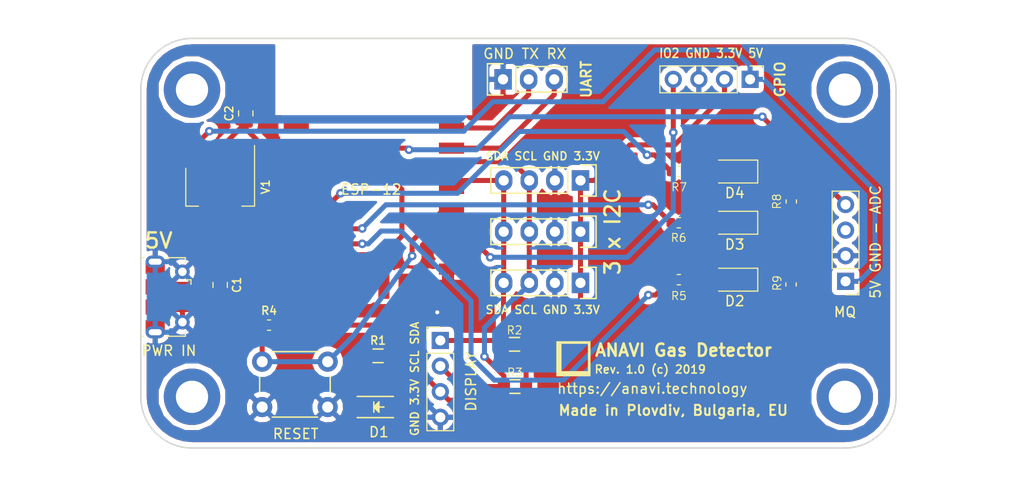
<source format=kicad_pcb>
(kicad_pcb (version 20171130) (host pcbnew 5.0.2-bee76a0~70~ubuntu18.04.1)

  (general
    (thickness 1.6)
    (drawings 22)
    (tracks 192)
    (zones 0)
    (modules 31)
    (nets 28)
  )

  (page A4)
  (layers
    (0 F.Cu signal)
    (31 B.Cu signal)
    (32 B.Adhes user)
    (33 F.Adhes user)
    (34 B.Paste user)
    (35 F.Paste user)
    (36 B.SilkS user)
    (37 F.SilkS user)
    (38 B.Mask user)
    (39 F.Mask user)
    (40 Dwgs.User user)
    (41 Cmts.User user)
    (42 Eco1.User user)
    (43 Eco2.User user)
    (44 Edge.Cuts user)
    (45 Margin user)
    (46 B.CrtYd user)
    (47 F.CrtYd user)
    (48 B.Fab user)
    (49 F.Fab user)
  )

  (setup
    (last_trace_width 0.5)
    (user_trace_width 0.254)
    (user_trace_width 0.5)
    (trace_clearance 0.254)
    (zone_clearance 0.508)
    (zone_45_only yes)
    (trace_min 0.2)
    (segment_width 0.2)
    (edge_width 0.15)
    (via_size 0.85)
    (via_drill 0.4)
    (via_min_size 0.4)
    (via_min_drill 0.3)
    (uvia_size 0.35)
    (uvia_drill 0.1)
    (uvias_allowed no)
    (uvia_min_size 0.2)
    (uvia_min_drill 0.1)
    (pcb_text_width 0.3)
    (pcb_text_size 1.5 1.5)
    (mod_edge_width 0.15)
    (mod_text_size 1 1)
    (mod_text_width 0.15)
    (pad_size 5.6 5.6)
    (pad_drill 3.2)
    (pad_to_mask_clearance 0.2)
    (solder_mask_min_width 0.25)
    (aux_axis_origin 0 0)
    (visible_elements FFFFFF7F)
    (pcbplotparams
      (layerselection 0x010fc_ffffffff)
      (usegerberextensions true)
      (usegerberattributes false)
      (usegerberadvancedattributes false)
      (creategerberjobfile false)
      (excludeedgelayer true)
      (linewidth 1.000000)
      (plotframeref false)
      (viasonmask false)
      (mode 1)
      (useauxorigin false)
      (hpglpennumber 1)
      (hpglpenspeed 20)
      (hpglpendiameter 15.000000)
      (psnegative false)
      (psa4output false)
      (plotreference true)
      (plotvalue true)
      (plotinvisibletext false)
      (padsonsilk false)
      (subtractmaskfromsilk false)
      (outputformat 1)
      (mirror false)
      (drillshape 0)
      (scaleselection 1)
      (outputdirectory "plots/anavi-gas-detector-r1.0/"))
  )

  (net 0 "")
  (net 1 "Net-(D1-Pad2)")
  (net 2 GND)
  (net 3 +3V3)
  (net 4 "Net-(ESP-12-Pad13)")
  (net 5 "Net-(ESP-12-Pad14)")
  (net 6 "Net-(ESP-12-Pad6)")
  (net 7 "Net-(ESP-12-Pad15)")
  (net 8 "Net-(ESP-12-Pad16)")
  (net 9 "Net-(ESP-12-Pad4)")
  (net 10 "Net-(ESP-12-Pad12)")
  (net 11 +5V)
  (net 12 "Net-(ESP-12-Pad11)")
  (net 13 "Net-(D2-Pad2)")
  (net 14 "Net-(D3-Pad2)")
  (net 15 "Net-(D4-Pad2)")
  (net 16 "Net-(ESP-12-Pad1)")
  (net 17 "Net-(ESP-12-Pad2)")
  (net 18 "Net-(ESP-12-Pad5)")
  (net 19 "Net-(ESP-12-Pad7)")
  (net 20 "Net-(ESP-12-Pad17)")
  (net 21 "Net-(ESP-12-Pad18)")
  (net 22 "Net-(ESP-12-Pad19)")
  (net 23 "Net-(ESP-12-Pad20)")
  (net 24 "Net-(ESP-12-Pad21)")
  (net 25 "Net-(ESP-12-Pad22)")
  (net 26 "Net-(U5-Pad3)")
  (net 27 "Net-(R8-Pad1)")

  (net_class Default "This is the default net class."
    (clearance 0.254)
    (trace_width 0.5)
    (via_dia 0.85)
    (via_drill 0.4)
    (uvia_dia 0.35)
    (uvia_drill 0.1)
    (add_net +3V3)
    (add_net +5V)
    (add_net GND)
    (add_net "Net-(D1-Pad2)")
    (add_net "Net-(D2-Pad2)")
    (add_net "Net-(D3-Pad2)")
    (add_net "Net-(D4-Pad2)")
    (add_net "Net-(ESP-12-Pad1)")
    (add_net "Net-(ESP-12-Pad11)")
    (add_net "Net-(ESP-12-Pad12)")
    (add_net "Net-(ESP-12-Pad13)")
    (add_net "Net-(ESP-12-Pad14)")
    (add_net "Net-(ESP-12-Pad15)")
    (add_net "Net-(ESP-12-Pad16)")
    (add_net "Net-(ESP-12-Pad17)")
    (add_net "Net-(ESP-12-Pad18)")
    (add_net "Net-(ESP-12-Pad19)")
    (add_net "Net-(ESP-12-Pad2)")
    (add_net "Net-(ESP-12-Pad20)")
    (add_net "Net-(ESP-12-Pad21)")
    (add_net "Net-(ESP-12-Pad22)")
    (add_net "Net-(ESP-12-Pad4)")
    (add_net "Net-(ESP-12-Pad5)")
    (add_net "Net-(ESP-12-Pad6)")
    (add_net "Net-(ESP-12-Pad7)")
    (add_net "Net-(R8-Pad1)")
    (add_net "Net-(U5-Pad3)")
  )

  (net_class 12V ""
    (clearance 0.254)
    (trace_width 1.5)
    (via_dia 0.85)
    (via_drill 0.4)
    (uvia_dia 0.35)
    (uvia_drill 0.1)
  )

  (net_class usb ""
    (clearance 0.254)
    (trace_width 0.254)
    (via_dia 0.85)
    (via_drill 0.4)
    (uvia_dia 0.35)
    (uvia_drill 0.1)
  )

  (net_class vcc ""
    (clearance 0.254)
    (trace_width 1.5)
    (via_dia 0.85)
    (via_drill 0.4)
    (uvia_dia 0.35)
    (uvia_drill 0.1)
  )

  (module Pin_Headers:Pin_Header_Straight_1x04 (layer F.Cu) (tedit 598C067A) (tstamp 5BA8F36B)
    (at 108.3945 85.217 270)
    (descr "Through hole pin header")
    (tags "pin header")
    (path /598AD681)
    (fp_text reference U3 (at 0 -5.1 270) (layer F.SilkS) hide
      (effects (font (size 1 1) (thickness 0.15)))
    )
    (fp_text value I2C_SENS_1 (at 0 -3.1 270) (layer F.Fab) hide
      (effects (font (size 1 1) (thickness 0.15)))
    )
    (fp_line (start -1.75 -1.75) (end -1.75 9.4) (layer F.CrtYd) (width 0.05))
    (fp_line (start 1.75 -1.75) (end 1.75 9.4) (layer F.CrtYd) (width 0.05))
    (fp_line (start -1.75 -1.75) (end 1.75 -1.75) (layer F.CrtYd) (width 0.05))
    (fp_line (start -1.75 9.4) (end 1.75 9.4) (layer F.CrtYd) (width 0.05))
    (fp_line (start -1.27 1.27) (end -1.27 8.89) (layer F.SilkS) (width 0.15))
    (fp_line (start 1.27 1.27) (end 1.27 8.89) (layer F.SilkS) (width 0.15))
    (fp_line (start 1.55 -1.55) (end 1.55 0) (layer F.SilkS) (width 0.15))
    (fp_line (start -1.27 8.89) (end 1.27 8.89) (layer F.SilkS) (width 0.15))
    (fp_line (start 1.27 1.27) (end -1.27 1.27) (layer F.SilkS) (width 0.15))
    (fp_line (start -1.55 0) (end -1.55 -1.55) (layer F.SilkS) (width 0.15))
    (fp_line (start -1.55 -1.55) (end 1.55 -1.55) (layer F.SilkS) (width 0.15))
    (pad 1 thru_hole rect (at 0 0 270) (size 2.032 1.7272) (drill 1.016) (layers *.Cu *.Mask)
      (net 3 +3V3))
    (pad 2 thru_hole oval (at 0 2.54 270) (size 2.032 1.7272) (drill 1.016) (layers *.Cu *.Mask)
      (net 2 GND))
    (pad 3 thru_hole oval (at 0 5.08 270) (size 2.032 1.7272) (drill 1.016) (layers *.Cu *.Mask)
      (net 5 "Net-(ESP-12-Pad14)"))
    (pad 4 thru_hole oval (at 0 7.62 270) (size 2.032 1.7272) (drill 1.016) (layers *.Cu *.Mask)
      (net 4 "Net-(ESP-12-Pad13)"))
    (model Pin_Headers.3dshapes/Pin_Header_Straight_1x04.wrl
      (offset (xyz 0 -3.809999942779541 0))
      (scale (xyz 1 1 1))
      (rotate (xyz 0 0 90))
    )
  )

  (module ESP-12E_SMD (layer F.Cu) (tedit 5AEAC490) (tstamp 5BA8EF65)
    (at 80.899 80.01)
    (descr "Module, ESP-8266, ESP-12, 16 pad, SMD")
    (tags "Module ESP-8266 ESP8266")
    (path /598AC515)
    (fp_text reference ESP-12 (at 6.731 6.096 180) (layer F.SilkS)
      (effects (font (size 1 1) (thickness 0.15)))
    )
    (fp_text value ESP-12E (at 5.08 6.35 90) (layer F.Fab) hide
      (effects (font (size 1 1) (thickness 0.15)))
    )
    (fp_line (start -2.25 -0.5) (end -2.25 -8.75) (layer F.CrtYd) (width 0.05))
    (fp_line (start -2.25 -8.75) (end 15.25 -8.75) (layer F.CrtYd) (width 0.05))
    (fp_line (start 15.25 -8.75) (end 16.25 -8.75) (layer F.CrtYd) (width 0.05))
    (fp_line (start 16.25 -8.75) (end 16.25 16) (layer F.CrtYd) (width 0.05))
    (fp_line (start 16.25 16) (end -2.25 16) (layer F.CrtYd) (width 0.05))
    (fp_line (start -2.25 16) (end -2.25 -0.5) (layer F.CrtYd) (width 0.05))
    (fp_line (start -1.016 -8.382) (end 14.986 -8.382) (layer F.CrtYd) (width 0.1524))
    (fp_line (start 14.986 -8.382) (end 14.986 -0.889) (layer F.CrtYd) (width 0.1524))
    (fp_line (start -1.016 -8.382) (end -1.016 -1.016) (layer F.CrtYd) (width 0.1524))
    (fp_line (start 14.992 -8.4) (end -1.008 -2.6) (layer F.CrtYd) (width 0.1524))
    (fp_line (start -1.008 -8.4) (end 14.992 -2.6) (layer F.CrtYd) (width 0.1524))
    (fp_text user "No Copper" (at 6.892 -5.4) (layer F.CrtYd)
      (effects (font (size 1 1) (thickness 0.15)))
    )
    (fp_line (start -1.008 -2.6) (end 14.992 -2.6) (layer F.CrtYd) (width 0.1524))
    (fp_line (start 15 -8.4) (end 15 15.6) (layer F.Fab) (width 0.05))
    (fp_line (start 14.992 15.6) (end -1.008 15.6) (layer F.Fab) (width 0.05))
    (fp_line (start -1.008 15.6) (end -1.008 -8.4) (layer F.Fab) (width 0.05))
    (fp_line (start -1.008 -8.4) (end 14.992 -8.4) (layer F.Fab) (width 0.05))
    (pad 1 smd rect (at 0 0) (size 2.5 1.1) (drill (offset -0.7 0)) (layers F.Cu F.Paste F.Mask)
      (net 16 "Net-(ESP-12-Pad1)"))
    (pad 2 smd rect (at 0 2) (size 2.5 1.1) (drill (offset -0.7 0)) (layers F.Cu F.Paste F.Mask)
      (net 17 "Net-(ESP-12-Pad2)"))
    (pad 3 smd rect (at 0 4) (size 2.5 1.1) (drill (offset -0.7 0)) (layers F.Cu F.Paste F.Mask)
      (net 3 +3V3))
    (pad 4 smd rect (at 0 6) (size 2.5 1.1) (drill (offset -0.7 0)) (layers F.Cu F.Paste F.Mask)
      (net 9 "Net-(ESP-12-Pad4)"))
    (pad 5 smd rect (at 0 8) (size 2.5 1.1) (drill (offset -0.7 0)) (layers F.Cu F.Paste F.Mask)
      (net 18 "Net-(ESP-12-Pad5)"))
    (pad 6 smd rect (at 0 10) (size 2.5 1.1) (drill (offset -0.7 0)) (layers F.Cu F.Paste F.Mask)
      (net 6 "Net-(ESP-12-Pad6)"))
    (pad 7 smd rect (at 0 12) (size 2.5 1.1) (drill (offset -0.7 0)) (layers F.Cu F.Paste F.Mask)
      (net 19 "Net-(ESP-12-Pad7)"))
    (pad 8 smd rect (at 0 14) (size 2.5 1.1) (drill (offset -0.7 0)) (layers F.Cu F.Paste F.Mask)
      (net 3 +3V3))
    (pad 9 smd rect (at 14 14) (size 2.5 1.1) (drill (offset 0.7 0)) (layers F.Cu F.Paste F.Mask)
      (net 2 GND))
    (pad 10 smd rect (at 14 12) (size 2.5 1.1) (drill (offset 0.7 0)) (layers F.Cu F.Paste F.Mask)
      (net 2 GND))
    (pad 11 smd rect (at 14 10) (size 2.5 1.1) (drill (offset 0.7 0)) (layers F.Cu F.Paste F.Mask)
      (net 12 "Net-(ESP-12-Pad11)"))
    (pad 12 smd rect (at 14 8) (size 2.5 1.1) (drill (offset 0.7 0)) (layers F.Cu F.Paste F.Mask)
      (net 10 "Net-(ESP-12-Pad12)"))
    (pad 13 smd rect (at 14 6) (size 2.5 1.1) (drill (offset 0.7 0)) (layers F.Cu F.Paste F.Mask)
      (net 4 "Net-(ESP-12-Pad13)"))
    (pad 14 smd rect (at 14 4) (size 2.5 1.1) (drill (offset 0.7 0)) (layers F.Cu F.Paste F.Mask)
      (net 5 "Net-(ESP-12-Pad14)"))
    (pad 15 smd rect (at 14 2) (size 2.5 1.1) (drill (offset 0.7 0)) (layers F.Cu F.Paste F.Mask)
      (net 7 "Net-(ESP-12-Pad15)"))
    (pad 16 smd rect (at 14 0) (size 2.5 1.1) (drill (offset 0.7 0)) (layers F.Cu F.Paste F.Mask)
      (net 8 "Net-(ESP-12-Pad16)"))
    (pad 17 smd rect (at 1.99 15 90) (size 2.5 1.1) (drill (offset -0.7 0)) (layers F.Cu F.Paste F.Mask)
      (net 20 "Net-(ESP-12-Pad17)"))
    (pad 18 smd rect (at 3.99 15 90) (size 2.5 1.1) (drill (offset -0.7 0)) (layers F.Cu F.Paste F.Mask)
      (net 21 "Net-(ESP-12-Pad18)"))
    (pad 19 smd rect (at 5.99 15 90) (size 2.5 1.1) (drill (offset -0.7 0)) (layers F.Cu F.Paste F.Mask)
      (net 22 "Net-(ESP-12-Pad19)"))
    (pad 20 smd rect (at 7.99 15 90) (size 2.5 1.1) (drill (offset -0.7 0)) (layers F.Cu F.Paste F.Mask)
      (net 23 "Net-(ESP-12-Pad20)"))
    (pad 21 smd rect (at 9.99 15 90) (size 2.5 1.1) (drill (offset -0.7 0)) (layers F.Cu F.Paste F.Mask)
      (net 24 "Net-(ESP-12-Pad21)"))
    (pad 22 smd rect (at 11.99 15 90) (size 2.5 1.1) (drill (offset -0.7 0)) (layers F.Cu F.Paste F.Mask)
      (net 25 "Net-(ESP-12-Pad22)"))
    (model ${ESPLIB}/ESP8266.3dshapes/ESP-12.wrl
      (at (xyz 0 0 0))
      (scale (xyz 0.3937 0.3937 0.3937))
      (rotate (xyz 0 0 0))
    )
  )

  (module Mounting_Holes:MountingHole_3.2mm_M3_DIN965_Pad (layer F.Cu) (tedit 598CCB59) (tstamp 599001D4)
    (at 69.85 106.68)
    (descr "Mounting Hole 3.2mm, M3, DIN965")
    (tags "mounting hole 3.2mm m3 din965")
    (fp_text reference REF** (at 0 -3.8) (layer F.SilkS) hide
      (effects (font (size 1 1) (thickness 0.15)))
    )
    (fp_text value MountingHole_3.2mm_M3_DIN965_Pad (at 0 3.8) (layer F.Fab) hide
      (effects (font (size 1 1) (thickness 0.15)))
    )
    (fp_circle (center 0 0) (end 2.8 0) (layer Cmts.User) (width 0.15))
    (fp_circle (center 0 0) (end 3.05 0) (layer F.CrtYd) (width 0.05))
    (pad 4 thru_hole circle (at 0 0) (size 5.6 5.6) (drill 3.2) (layers *.Cu *.Mask))
  )

  (module LEDs:LED_1206 (layer F.Cu) (tedit 5AF0B2B3) (tstamp 598AECB1)
    (at 88.392 107.696)
    (descr "LED 1206 smd package")
    (tags "LED1206 SMD")
    (path /598AC94C)
    (attr smd)
    (fp_text reference D1 (at 0 2.4892) (layer F.SilkS)
      (effects (font (size 1 1) (thickness 0.15)))
    )
    (fp_text value LED (at 0 2) (layer F.Fab) hide
      (effects (font (size 1 1) (thickness 0.15)))
    )
    (fp_line (start -0.5 -0.5) (end -0.5 0.5) (layer F.Fab) (width 0.15))
    (fp_line (start -0.5 0) (end 0 -0.5) (layer F.Fab) (width 0.15))
    (fp_line (start 0 0.5) (end -0.5 0) (layer F.Fab) (width 0.15))
    (fp_line (start 0 -0.5) (end 0 0.5) (layer F.Fab) (width 0.15))
    (fp_line (start -1.6 0.8) (end -1.6 -0.8) (layer F.Fab) (width 0.15))
    (fp_line (start 1.6 0.8) (end -1.6 0.8) (layer F.Fab) (width 0.15))
    (fp_line (start 1.6 -0.8) (end 1.6 0.8) (layer F.Fab) (width 0.15))
    (fp_line (start -1.6 -0.8) (end 1.6 -0.8) (layer F.Fab) (width 0.15))
    (fp_line (start -2.15 1.05) (end 1.45 1.05) (layer F.SilkS) (width 0.15))
    (fp_line (start -2.15 -1.05) (end 1.45 -1.05) (layer F.SilkS) (width 0.15))
    (fp_line (start -0.1 -0.3) (end -0.1 0.3) (layer F.SilkS) (width 0.15))
    (fp_line (start -0.1 0.3) (end -0.4 0) (layer F.SilkS) (width 0.15))
    (fp_line (start -0.4 0) (end -0.2 -0.2) (layer F.SilkS) (width 0.15))
    (fp_line (start -0.2 -0.2) (end -0.2 0.05) (layer F.SilkS) (width 0.15))
    (fp_line (start -0.2 0.05) (end -0.25 0) (layer F.SilkS) (width 0.15))
    (fp_line (start -0.5 -0.5) (end -0.5 0.5) (layer F.SilkS) (width 0.15))
    (fp_line (start 0 0) (end 0.5 0) (layer F.SilkS) (width 0.15))
    (fp_line (start -0.5 0) (end 0 -0.5) (layer F.SilkS) (width 0.15))
    (fp_line (start 0 -0.5) (end 0 0.5) (layer F.SilkS) (width 0.15))
    (fp_line (start 0 0.5) (end -0.5 0) (layer F.SilkS) (width 0.15))
    (fp_line (start 2.5 -1.25) (end -2.5 -1.25) (layer F.CrtYd) (width 0.05))
    (fp_line (start -2.5 -1.25) (end -2.5 1.25) (layer F.CrtYd) (width 0.05))
    (fp_line (start -2.5 1.25) (end 2.5 1.25) (layer F.CrtYd) (width 0.05))
    (fp_line (start 2.5 1.25) (end 2.5 -1.25) (layer F.CrtYd) (width 0.05))
    (pad 2 smd rect (at 1.41986 0 180) (size 1.59766 1.80086) (layers F.Cu F.Paste F.Mask)
      (net 1 "Net-(D1-Pad2)"))
    (pad 1 smd rect (at -1.41986 0 180) (size 1.59766 1.80086) (layers F.Cu F.Paste F.Mask)
      (net 2 GND))
    (model LEDs.3dshapes/LED_1206.wrl
      (at (xyz 0 0 0))
      (scale (xyz 1 1 1))
      (rotate (xyz 0 0 180))
    )
  )

  (module Pin_Headers:Pin_Header_Straight_1x03 (layer F.Cu) (tedit 598C0697) (tstamp 5BA8F3A6)
    (at 100.711 75.184 90)
    (descr "Through hole pin header")
    (tags "pin header")
    (path /598AC863)
    (fp_text reference P1 (at 0 -5.1 90) (layer F.SilkS) hide
      (effects (font (size 1 1) (thickness 0.15)))
    )
    (fp_text value CONN_01X03 (at 0 -3.1 90) (layer F.Fab) hide
      (effects (font (size 1 1) (thickness 0.15)))
    )
    (fp_line (start -1.75 -1.75) (end -1.75 6.85) (layer F.CrtYd) (width 0.05))
    (fp_line (start 1.75 -1.75) (end 1.75 6.85) (layer F.CrtYd) (width 0.05))
    (fp_line (start -1.75 -1.75) (end 1.75 -1.75) (layer F.CrtYd) (width 0.05))
    (fp_line (start -1.75 6.85) (end 1.75 6.85) (layer F.CrtYd) (width 0.05))
    (fp_line (start -1.27 1.27) (end -1.27 6.35) (layer F.SilkS) (width 0.15))
    (fp_line (start -1.27 6.35) (end 1.27 6.35) (layer F.SilkS) (width 0.15))
    (fp_line (start 1.27 6.35) (end 1.27 1.27) (layer F.SilkS) (width 0.15))
    (fp_line (start 1.55 -1.55) (end 1.55 0) (layer F.SilkS) (width 0.15))
    (fp_line (start 1.27 1.27) (end -1.27 1.27) (layer F.SilkS) (width 0.15))
    (fp_line (start -1.55 0) (end -1.55 -1.55) (layer F.SilkS) (width 0.15))
    (fp_line (start -1.55 -1.55) (end 1.55 -1.55) (layer F.SilkS) (width 0.15))
    (pad 1 thru_hole rect (at 0 0 90) (size 2.032 1.7272) (drill 1.016) (layers *.Cu *.Mask)
      (net 2 GND))
    (pad 2 thru_hole oval (at 0 2.54 90) (size 2.032 1.7272) (drill 1.016) (layers *.Cu *.Mask)
      (net 8 "Net-(ESP-12-Pad16)"))
    (pad 3 thru_hole oval (at 0 5.08 90) (size 2.032 1.7272) (drill 1.016) (layers *.Cu *.Mask)
      (net 7 "Net-(ESP-12-Pad15)"))
    (model Pin_Headers.3dshapes/Pin_Header_Straight_1x03.wrl
      (offset (xyz 0 -2.539999961853027 0))
      (scale (xyz 1 1 1))
      (rotate (xyz 0 0 90))
    )
  )

  (module Resistors_SMD:R_0603_HandSoldering (layer F.Cu) (tedit 5BA96B24) (tstamp 598AED39)
    (at 88.308 102.616)
    (descr "Resistor SMD 0603, hand soldering")
    (tags "resistor 0603")
    (path /598ADC31)
    (attr smd)
    (fp_text reference R1 (at 0 -1.524) (layer F.SilkS)
      (effects (font (size 0.8 0.8) (thickness 0.15)))
    )
    (fp_text value 68R (at 0.0205 0.0635) (layer F.Fab)
      (effects (font (size 1 1) (thickness 0.15)))
    )
    (fp_line (start -0.8 0.4) (end -0.8 -0.4) (layer F.Fab) (width 0.1))
    (fp_line (start 0.8 0.4) (end -0.8 0.4) (layer F.Fab) (width 0.1))
    (fp_line (start 0.8 -0.4) (end 0.8 0.4) (layer F.Fab) (width 0.1))
    (fp_line (start -0.8 -0.4) (end 0.8 -0.4) (layer F.Fab) (width 0.1))
    (fp_line (start -2 -0.8) (end 2 -0.8) (layer F.CrtYd) (width 0.05))
    (fp_line (start -2 0.8) (end 2 0.8) (layer F.CrtYd) (width 0.05))
    (fp_line (start -2 -0.8) (end -2 0.8) (layer F.CrtYd) (width 0.05))
    (fp_line (start 2 -0.8) (end 2 0.8) (layer F.CrtYd) (width 0.05))
    (fp_line (start 0.5 0.675) (end -0.5 0.675) (layer F.SilkS) (width 0.15))
    (fp_line (start -0.5 -0.675) (end 0.5 -0.675) (layer F.SilkS) (width 0.15))
    (pad 1 smd rect (at -1.1 0) (size 1.2 0.9) (layers F.Cu F.Paste F.Mask)
      (net 9 "Net-(ESP-12-Pad4)"))
    (pad 2 smd rect (at 1.1 0) (size 1.2 0.9) (layers F.Cu F.Paste F.Mask)
      (net 1 "Net-(D1-Pad2)"))
    (model Resistors_SMD.3dshapes/R_0603_HandSoldering.wrl
      (at (xyz 0 0 0))
      (scale (xyz 1 1 1))
      (rotate (xyz 0 0 0))
    )
  )

  (module Resistors_SMD:R_0603_HandSoldering (layer F.Cu) (tedit 5BA96B45) (tstamp 5BA8F2F3)
    (at 101.854 101.473 180)
    (descr "Resistor SMD 0603, hand soldering")
    (tags "resistor 0603")
    (path /598ADBC1)
    (attr smd)
    (fp_text reference R2 (at 0 1.397 180) (layer F.SilkS)
      (effects (font (size 0.8 0.8) (thickness 0.1)))
    )
    (fp_text value 4,7K (at 0.084 1.524 180) (layer F.Fab)
      (effects (font (size 1 1) (thickness 0.15)))
    )
    (fp_line (start -0.5 -0.675) (end 0.5 -0.675) (layer F.SilkS) (width 0.15))
    (fp_line (start 0.5 0.675) (end -0.5 0.675) (layer F.SilkS) (width 0.15))
    (fp_line (start 2 -0.8) (end 2 0.8) (layer F.CrtYd) (width 0.05))
    (fp_line (start -2 -0.8) (end -2 0.8) (layer F.CrtYd) (width 0.05))
    (fp_line (start -2 0.8) (end 2 0.8) (layer F.CrtYd) (width 0.05))
    (fp_line (start -2 -0.8) (end 2 -0.8) (layer F.CrtYd) (width 0.05))
    (fp_line (start -0.8 -0.4) (end 0.8 -0.4) (layer F.Fab) (width 0.1))
    (fp_line (start 0.8 -0.4) (end 0.8 0.4) (layer F.Fab) (width 0.1))
    (fp_line (start 0.8 0.4) (end -0.8 0.4) (layer F.Fab) (width 0.1))
    (fp_line (start -0.8 0.4) (end -0.8 -0.4) (layer F.Fab) (width 0.1))
    (pad 2 smd rect (at 1.1 0 180) (size 1.2 0.9) (layers F.Cu F.Paste F.Mask)
      (net 4 "Net-(ESP-12-Pad13)"))
    (pad 1 smd rect (at -1.1 0 180) (size 1.2 0.9) (layers F.Cu F.Paste F.Mask)
      (net 3 +3V3))
    (model Resistors_SMD.3dshapes/R_0603_HandSoldering.wrl
      (at (xyz 0 0 0))
      (scale (xyz 1 1 1))
      (rotate (xyz 0 0 0))
    )
  )

  (module Resistors_SMD:R_0603_HandSoldering (layer F.Cu) (tedit 5BA96B70) (tstamp 5BA8F28D)
    (at 101.897 105.664 180)
    (descr "Resistor SMD 0603, hand soldering")
    (tags "resistor 0603")
    (path /598ADBF6)
    (attr smd)
    (fp_text reference R3 (at 0 1.397 180) (layer F.SilkS)
      (effects (font (size 0.8 0.8) (thickness 0.1)))
    )
    (fp_text value 4,7K (at 0 1.27 180) (layer F.Fab)
      (effects (font (size 1 1) (thickness 0.15)))
    )
    (fp_line (start -0.8 0.4) (end -0.8 -0.4) (layer F.Fab) (width 0.1))
    (fp_line (start 0.8 0.4) (end -0.8 0.4) (layer F.Fab) (width 0.1))
    (fp_line (start 0.8 -0.4) (end 0.8 0.4) (layer F.Fab) (width 0.1))
    (fp_line (start -0.8 -0.4) (end 0.8 -0.4) (layer F.Fab) (width 0.1))
    (fp_line (start -2 -0.8) (end 2 -0.8) (layer F.CrtYd) (width 0.05))
    (fp_line (start -2 0.8) (end 2 0.8) (layer F.CrtYd) (width 0.05))
    (fp_line (start -2 -0.8) (end -2 0.8) (layer F.CrtYd) (width 0.05))
    (fp_line (start 2 -0.8) (end 2 0.8) (layer F.CrtYd) (width 0.05))
    (fp_line (start 0.5 0.675) (end -0.5 0.675) (layer F.SilkS) (width 0.15))
    (fp_line (start -0.5 -0.675) (end 0.5 -0.675) (layer F.SilkS) (width 0.15))
    (pad 1 smd rect (at -1.1 0 180) (size 1.2 0.9) (layers F.Cu F.Paste F.Mask)
      (net 3 +3V3))
    (pad 2 smd rect (at 1.1 0 180) (size 1.2 0.9) (layers F.Cu F.Paste F.Mask)
      (net 5 "Net-(ESP-12-Pad14)"))
    (model Resistors_SMD.3dshapes/R_0603_HandSoldering.wrl
      (at (xyz 0 0 0))
      (scale (xyz 1 1 1))
      (rotate (xyz 0 0 0))
    )
  )

  (module Buttons_Switches_ThroughHole:SW_PUSH_6mm_h4.3mm (layer F.Cu) (tedit 5BA48320) (tstamp 598AED77)
    (at 83.312 107.696 180)
    (descr "tactile push button, 6x6mm e.g. PHAP33xx series, height=4.3mm")
    (tags "tact sw push 6mm")
    (path /598B559F)
    (fp_text reference RESET (at 3.175 -2.667) (layer F.SilkS)
      (effects (font (size 1 1) (thickness 0.15)))
    )
    (fp_text value SW_DIP_x01 (at 3.75 6.7 180) (layer F.Fab) hide
      (effects (font (size 1 1) (thickness 0.15)))
    )
    (fp_line (start 3.25 -0.75) (end 6.25 -0.75) (layer F.Fab) (width 0.1))
    (fp_line (start 6.25 -0.75) (end 6.25 5.25) (layer F.Fab) (width 0.1))
    (fp_line (start 6.25 5.25) (end 0.25 5.25) (layer F.Fab) (width 0.1))
    (fp_line (start 0.25 5.25) (end 0.25 -0.75) (layer F.Fab) (width 0.1))
    (fp_line (start 0.25 -0.75) (end 3.25 -0.75) (layer F.Fab) (width 0.1))
    (fp_line (start 7.75 6) (end 8 6) (layer F.CrtYd) (width 0.05))
    (fp_line (start 8 6) (end 8 5.75) (layer F.CrtYd) (width 0.05))
    (fp_line (start 7.75 -1.5) (end 8 -1.5) (layer F.CrtYd) (width 0.05))
    (fp_line (start 8 -1.5) (end 8 -1.25) (layer F.CrtYd) (width 0.05))
    (fp_line (start -1.5 -1.25) (end -1.5 -1.5) (layer F.CrtYd) (width 0.05))
    (fp_line (start -1.5 -1.5) (end -1.25 -1.5) (layer F.CrtYd) (width 0.05))
    (fp_line (start -1.5 5.75) (end -1.5 6) (layer F.CrtYd) (width 0.05))
    (fp_line (start -1.5 6) (end -1.25 6) (layer F.CrtYd) (width 0.05))
    (fp_line (start -1.25 -1.5) (end 7.75 -1.5) (layer F.CrtYd) (width 0.05))
    (fp_line (start -1.5 5.75) (end -1.5 -1.25) (layer F.CrtYd) (width 0.05))
    (fp_line (start 7.75 6) (end -1.25 6) (layer F.CrtYd) (width 0.05))
    (fp_line (start 8 -1.25) (end 8 5.75) (layer F.CrtYd) (width 0.05))
    (fp_line (start 1 5.5) (end 5.5 5.5) (layer F.SilkS) (width 0.15))
    (fp_line (start -0.25 1.5) (end -0.25 3) (layer F.SilkS) (width 0.15))
    (fp_line (start 5.5 -1) (end 1 -1) (layer F.SilkS) (width 0.15))
    (fp_line (start 6.75 3) (end 6.75 1.5) (layer F.SilkS) (width 0.15))
    (fp_circle (center 3.25 2.25) (end 1.25 2.5) (layer F.Fab) (width 0.1))
    (pad 2 thru_hole circle (at 0 4.5 270) (size 2 2) (drill 1.1) (layers *.Cu *.Mask)
      (net 10 "Net-(ESP-12-Pad12)"))
    (pad 1 thru_hole circle (at 0 0 270) (size 2 2) (drill 1.1) (layers *.Cu *.Mask)
      (net 2 GND))
    (pad 2 thru_hole circle (at 6.5 4.5 270) (size 2 2) (drill 1.1) (layers *.Cu *.Mask)
      (net 10 "Net-(ESP-12-Pad12)"))
    (pad 1 thru_hole circle (at 6.5 0 270) (size 2 2) (drill 1.1) (layers *.Cu *.Mask)
      (net 2 GND))
    (model Buttons_Switches_ThroughHole.3dshapes/SW_PUSH_6mm_h4.3mm.wrl
      (offset (xyz 0.1269999980926514 0 0))
      (scale (xyz 0.3937 0.3937 0.3937))
      (rotate (xyz 0 0 0))
    )
  )

  (module Pin_Headers:Pin_Header_Straight_1x04 (layer F.Cu) (tedit 598C0680) (tstamp 5BA8F329)
    (at 108.3945 95.377 270)
    (descr "Through hole pin header")
    (tags "pin header")
    (path /598AD5F1)
    (fp_text reference U1 (at 0 -5.1 270) (layer F.SilkS) hide
      (effects (font (size 1 1) (thickness 0.15)))
    )
    (fp_text value I2C_SENS_1 (at 0 -3.1 270) (layer F.Fab) hide
      (effects (font (size 1 1) (thickness 0.15)))
    )
    (fp_line (start -1.75 -1.75) (end -1.75 9.4) (layer F.CrtYd) (width 0.05))
    (fp_line (start 1.75 -1.75) (end 1.75 9.4) (layer F.CrtYd) (width 0.05))
    (fp_line (start -1.75 -1.75) (end 1.75 -1.75) (layer F.CrtYd) (width 0.05))
    (fp_line (start -1.75 9.4) (end 1.75 9.4) (layer F.CrtYd) (width 0.05))
    (fp_line (start -1.27 1.27) (end -1.27 8.89) (layer F.SilkS) (width 0.15))
    (fp_line (start 1.27 1.27) (end 1.27 8.89) (layer F.SilkS) (width 0.15))
    (fp_line (start 1.55 -1.55) (end 1.55 0) (layer F.SilkS) (width 0.15))
    (fp_line (start -1.27 8.89) (end 1.27 8.89) (layer F.SilkS) (width 0.15))
    (fp_line (start 1.27 1.27) (end -1.27 1.27) (layer F.SilkS) (width 0.15))
    (fp_line (start -1.55 0) (end -1.55 -1.55) (layer F.SilkS) (width 0.15))
    (fp_line (start -1.55 -1.55) (end 1.55 -1.55) (layer F.SilkS) (width 0.15))
    (pad 1 thru_hole rect (at 0 0 270) (size 2.032 1.7272) (drill 1.016) (layers *.Cu *.Mask)
      (net 3 +3V3))
    (pad 2 thru_hole oval (at 0 2.54 270) (size 2.032 1.7272) (drill 1.016) (layers *.Cu *.Mask)
      (net 2 GND))
    (pad 3 thru_hole oval (at 0 5.08 270) (size 2.032 1.7272) (drill 1.016) (layers *.Cu *.Mask)
      (net 5 "Net-(ESP-12-Pad14)"))
    (pad 4 thru_hole oval (at 0 7.62 270) (size 2.032 1.7272) (drill 1.016) (layers *.Cu *.Mask)
      (net 4 "Net-(ESP-12-Pad13)"))
    (model Pin_Headers.3dshapes/Pin_Header_Straight_1x04.wrl
      (offset (xyz 0 -3.809999942779541 0))
      (scale (xyz 1 1 1))
      (rotate (xyz 0 0 90))
    )
  )

  (module Pin_Headers:Pin_Header_Straight_1x04 (layer F.Cu) (tedit 598C067C) (tstamp 5BA8F2BD)
    (at 108.3945 90.297 270)
    (descr "Through hole pin header")
    (tags "pin header")
    (path /598AD642)
    (fp_text reference U2 (at 0 -5.1 270) (layer F.SilkS) hide
      (effects (font (size 1 1) (thickness 0.15)))
    )
    (fp_text value I2C_SENS_1 (at 0 -3.1 270) (layer F.Fab) hide
      (effects (font (size 1 1) (thickness 0.15)))
    )
    (fp_line (start -1.75 -1.75) (end -1.75 9.4) (layer F.CrtYd) (width 0.05))
    (fp_line (start 1.75 -1.75) (end 1.75 9.4) (layer F.CrtYd) (width 0.05))
    (fp_line (start -1.75 -1.75) (end 1.75 -1.75) (layer F.CrtYd) (width 0.05))
    (fp_line (start -1.75 9.4) (end 1.75 9.4) (layer F.CrtYd) (width 0.05))
    (fp_line (start -1.27 1.27) (end -1.27 8.89) (layer F.SilkS) (width 0.15))
    (fp_line (start 1.27 1.27) (end 1.27 8.89) (layer F.SilkS) (width 0.15))
    (fp_line (start 1.55 -1.55) (end 1.55 0) (layer F.SilkS) (width 0.15))
    (fp_line (start -1.27 8.89) (end 1.27 8.89) (layer F.SilkS) (width 0.15))
    (fp_line (start 1.27 1.27) (end -1.27 1.27) (layer F.SilkS) (width 0.15))
    (fp_line (start -1.55 0) (end -1.55 -1.55) (layer F.SilkS) (width 0.15))
    (fp_line (start -1.55 -1.55) (end 1.55 -1.55) (layer F.SilkS) (width 0.15))
    (pad 1 thru_hole rect (at 0 0 270) (size 2.032 1.7272) (drill 1.016) (layers *.Cu *.Mask)
      (net 3 +3V3))
    (pad 2 thru_hole oval (at 0 2.54 270) (size 2.032 1.7272) (drill 1.016) (layers *.Cu *.Mask)
      (net 2 GND))
    (pad 3 thru_hole oval (at 0 5.08 270) (size 2.032 1.7272) (drill 1.016) (layers *.Cu *.Mask)
      (net 5 "Net-(ESP-12-Pad14)"))
    (pad 4 thru_hole oval (at 0 7.62 270) (size 2.032 1.7272) (drill 1.016) (layers *.Cu *.Mask)
      (net 4 "Net-(ESP-12-Pad13)"))
    (model Pin_Headers.3dshapes/Pin_Header_Straight_1x04.wrl
      (offset (xyz 0 -3.809999942779541 0))
      (scale (xyz 1 1 1))
      (rotate (xyz 0 0 90))
    )
  )

  (module logo:anavi-logo (layer F.Cu) (tedit 0) (tstamp 5BA3C463)
    (at 107.696 102.9462)
    (fp_text reference G*** (at 0 0) (layer F.SilkS) hide
      (effects (font (size 1.524 1.524) (thickness 0.3)))
    )
    (fp_text value LOGO (at 0.75 0) (layer F.SilkS) hide
      (effects (font (size 1.524 1.524) (thickness 0.3)))
    )
    (fp_poly (pts (xy 1.693334 1.693334) (xy -1.693333 1.693334) (xy -1.693333 -1.524) (xy -1.185333 -1.524)
      (xy -1.185333 1.185334) (xy 1.439334 1.185334) (xy 1.439334 -1.524) (xy -1.185333 -1.524)
      (xy -1.693333 -1.524) (xy -1.693333 -1.778) (xy 1.693334 -1.778) (xy 1.693334 1.693334)) (layer F.SilkS) (width 0.01))
  )

  (module Mounting_Holes:MountingHole_3.2mm_M3_DIN965_Pad (layer F.Cu) (tedit 598CCB4F) (tstamp 59900192)
    (at 134.62 76.2)
    (descr "Mounting Hole 3.2mm, M3, DIN965")
    (tags "mounting hole 3.2mm m3 din965")
    (fp_text reference REF** (at 0 -3.8) (layer F.SilkS) hide
      (effects (font (size 1 1) (thickness 0.15)))
    )
    (fp_text value MountingHole_3.2mm_M3_DIN965_Pad (at 0 3.8) (layer F.Fab) hide
      (effects (font (size 1 1) (thickness 0.15)))
    )
    (fp_circle (center 0 0) (end 2.8 0) (layer Cmts.User) (width 0.15))
    (fp_circle (center 0 0) (end 3.05 0) (layer F.CrtYd) (width 0.05))
    (pad 2 thru_hole circle (at 0 0) (size 5.6 5.6) (drill 3.2) (layers *.Cu *.Mask))
  )

  (module Mounting_Holes:MountingHole_3.2mm_M3_DIN965_Pad (layer F.Cu) (tedit 598CCB4B) (tstamp 599001B2)
    (at 69.85 76.2)
    (descr "Mounting Hole 3.2mm, M3, DIN965")
    (tags "mounting hole 3.2mm m3 din965")
    (fp_text reference REF** (at 0 -3.8) (layer F.SilkS) hide
      (effects (font (size 1 1) (thickness 0.15)))
    )
    (fp_text value MountingHole_3.2mm_M3_DIN965_Pad (at 0 3.8) (layer F.Fab) hide
      (effects (font (size 1 1) (thickness 0.15)))
    )
    (fp_circle (center 0 0) (end 2.8 0) (layer Cmts.User) (width 0.15))
    (fp_circle (center 0 0) (end 3.05 0) (layer F.CrtYd) (width 0.05))
    (pad 1 thru_hole circle (at 0 0) (size 5.6 5.6) (drill 3.2) (layers *.Cu *.Mask))
  )

  (module Mounting_Holes:MountingHole_3.2mm_M3_DIN965_Pad (layer F.Cu) (tedit 598CCB55) (tstamp 599001F4)
    (at 134.62 106.68)
    (descr "Mounting Hole 3.2mm, M3, DIN965")
    (tags "mounting hole 3.2mm m3 din965")
    (fp_text reference REF** (at 0 -3.8) (layer F.SilkS) hide
      (effects (font (size 1 1) (thickness 0.15)))
    )
    (fp_text value MountingHole_3.2mm_M3_DIN965_Pad (at 0 3.8) (layer F.Fab) hide
      (effects (font (size 1 1) (thickness 0.15)))
    )
    (fp_circle (center 0 0) (end 2.8 0) (layer Cmts.User) (width 0.15))
    (fp_circle (center 0 0) (end 3.05 0) (layer F.CrtYd) (width 0.05))
    (pad 3 thru_hole circle (at 0 0) (size 5.6 5.6) (drill 3.2) (layers *.Cu *.Mask))
  )

  (module Connector_USB:USB_Micro-B_Molex-105017-0001 (layer F.Cu) (tedit 5BA483A8) (tstamp 5BA8DF26)
    (at 67.437 96.774 270)
    (descr http://www.molex.com/pdm_docs/sd/1050170001_sd.pdf)
    (tags "Micro-USB SMD Typ-B")
    (path /5BA451A0)
    (attr smd)
    (fp_text reference "PWR IN" (at 5.334 -0.127) (layer F.SilkS)
      (effects (font (size 1 1) (thickness 0.15)))
    )
    (fp_text value USB_B_Micro (at 0.3 4.3375 270) (layer F.Fab)
      (effects (font (size 1 1) (thickness 0.15)))
    )
    (fp_text user "PCB Edge" (at 0 2.6875 270) (layer Dwgs.User)
      (effects (font (size 0.5 0.5) (thickness 0.08)))
    )
    (fp_text user %R (at 0 0.8875 270) (layer F.Fab)
      (effects (font (size 1 1) (thickness 0.15)))
    )
    (fp_line (start -4.4 3.64) (end 4.4 3.64) (layer F.CrtYd) (width 0.05))
    (fp_line (start 4.4 -2.46) (end 4.4 3.64) (layer F.CrtYd) (width 0.05))
    (fp_line (start -4.4 -2.46) (end 4.4 -2.46) (layer F.CrtYd) (width 0.05))
    (fp_line (start -4.4 3.64) (end -4.4 -2.46) (layer F.CrtYd) (width 0.05))
    (fp_line (start -3.9 -1.7625) (end -3.45 -1.7625) (layer F.SilkS) (width 0.12))
    (fp_line (start -3.9 0.0875) (end -3.9 -1.7625) (layer F.SilkS) (width 0.12))
    (fp_line (start 3.9 2.6375) (end 3.9 2.3875) (layer F.SilkS) (width 0.12))
    (fp_line (start 3.75 3.3875) (end 3.75 -1.6125) (layer F.Fab) (width 0.1))
    (fp_line (start -3 2.689204) (end 3 2.689204) (layer F.Fab) (width 0.1))
    (fp_line (start -3.75 3.389204) (end 3.75 3.389204) (layer F.Fab) (width 0.1))
    (fp_line (start -3.75 -1.6125) (end 3.75 -1.6125) (layer F.Fab) (width 0.1))
    (fp_line (start -3.75 3.3875) (end -3.75 -1.6125) (layer F.Fab) (width 0.1))
    (fp_line (start -3.9 2.6375) (end -3.9 2.3875) (layer F.SilkS) (width 0.12))
    (fp_line (start 3.9 0.0875) (end 3.9 -1.7625) (layer F.SilkS) (width 0.12))
    (fp_line (start 3.9 -1.7625) (end 3.45 -1.7625) (layer F.SilkS) (width 0.12))
    (fp_line (start -1.7 -2.3125) (end -1.25 -2.3125) (layer F.SilkS) (width 0.12))
    (fp_line (start -1.7 -2.3125) (end -1.7 -1.8625) (layer F.SilkS) (width 0.12))
    (fp_line (start -1.3 -1.7125) (end -1.5 -1.9125) (layer F.Fab) (width 0.1))
    (fp_line (start -1.1 -1.9125) (end -1.3 -1.7125) (layer F.Fab) (width 0.1))
    (fp_line (start -1.5 -2.1225) (end -1.1 -2.1225) (layer F.Fab) (width 0.1))
    (fp_line (start -1.5 -2.1225) (end -1.5 -1.9125) (layer F.Fab) (width 0.1))
    (fp_line (start -1.1 -2.1225) (end -1.1 -1.9125) (layer F.Fab) (width 0.1))
    (pad 6 smd rect (at 1 1.2375 270) (size 1.5 1.9) (layers F.Cu F.Paste F.Mask)
      (net 2 GND))
    (pad 6 thru_hole circle (at -2.5 -1.4625 270) (size 1.45 1.45) (drill 0.85) (layers *.Cu *.Mask)
      (net 2 GND))
    (pad 2 smd rect (at -0.65 -1.4625 270) (size 0.4 1.35) (layers F.Cu F.Paste F.Mask))
    (pad 1 smd rect (at -1.3 -1.4625 270) (size 0.4 1.35) (layers F.Cu F.Paste F.Mask)
      (net 11 +5V))
    (pad 5 smd rect (at 1.3 -1.4625 270) (size 0.4 1.35) (layers F.Cu F.Paste F.Mask)
      (net 2 GND))
    (pad 4 smd rect (at 0.65 -1.4625 270) (size 0.4 1.35) (layers F.Cu F.Paste F.Mask))
    (pad 3 smd rect (at 0 -1.4625 270) (size 0.4 1.35) (layers F.Cu F.Paste F.Mask))
    (pad 6 thru_hole circle (at 2.5 -1.4625 270) (size 1.45 1.45) (drill 0.85) (layers *.Cu *.Mask)
      (net 2 GND))
    (pad 6 smd rect (at -1 1.2375 270) (size 1.5 1.9) (layers F.Cu F.Paste F.Mask)
      (net 2 GND))
    (pad 6 thru_hole oval (at -3.5 1.2375 90) (size 1.2 1.9) (drill oval 0.6 1.3) (layers *.Cu *.Mask)
      (net 2 GND))
    (pad 6 thru_hole oval (at 3.5 1.2375 270) (size 1.2 1.9) (drill oval 0.6 1.3) (layers *.Cu *.Mask)
      (net 2 GND))
    (pad 6 smd rect (at 2.9 1.2375 270) (size 1.2 1.9) (layers F.Cu F.Mask)
      (net 2 GND))
    (pad 6 smd rect (at -2.9 1.2375 270) (size 1.2 1.9) (layers F.Cu F.Mask)
      (net 2 GND))
    (model ${KISYS3DMOD}/Connector_USB.3dshapes/USB_Micro-B_Molex-105017-0001.wrl
      (at (xyz 0 0 0))
      (scale (xyz 1 1 1))
      (rotate (xyz 0 0 0))
    )
  )

  (module Resistor_SMD:R_0603_1608Metric (layer F.Cu) (tedit 5BA96B28) (tstamp 5BA47910)
    (at 77.4955 99.568)
    (descr "Resistor SMD 0603 (1608 Metric), square (rectangular) end terminal, IPC_7351 nominal, (Body size source: http://www.tortai-tech.com/upload/download/2011102023233369053.pdf), generated with kicad-footprint-generator")
    (tags resistor)
    (path /59B813FF)
    (attr smd)
    (fp_text reference R4 (at 0 -1.43) (layer F.SilkS)
      (effects (font (size 0.8 0.8) (thickness 0.15)))
    )
    (fp_text value 2K (at 0 1.43) (layer F.Fab)
      (effects (font (size 1 1) (thickness 0.15)))
    )
    (fp_line (start -0.8 0.4) (end -0.8 -0.4) (layer F.Fab) (width 0.1))
    (fp_line (start -0.8 -0.4) (end 0.8 -0.4) (layer F.Fab) (width 0.1))
    (fp_line (start 0.8 -0.4) (end 0.8 0.4) (layer F.Fab) (width 0.1))
    (fp_line (start 0.8 0.4) (end -0.8 0.4) (layer F.Fab) (width 0.1))
    (fp_line (start -0.162779 -0.51) (end 0.162779 -0.51) (layer F.SilkS) (width 0.12))
    (fp_line (start -0.162779 0.51) (end 0.162779 0.51) (layer F.SilkS) (width 0.12))
    (fp_line (start -1.48 0.73) (end -1.48 -0.73) (layer F.CrtYd) (width 0.05))
    (fp_line (start -1.48 -0.73) (end 1.48 -0.73) (layer F.CrtYd) (width 0.05))
    (fp_line (start 1.48 -0.73) (end 1.48 0.73) (layer F.CrtYd) (width 0.05))
    (fp_line (start 1.48 0.73) (end -1.48 0.73) (layer F.CrtYd) (width 0.05))
    (fp_text user %R (at 0 0) (layer F.Fab)
      (effects (font (size 0.4 0.4) (thickness 0.06)))
    )
    (pad 1 smd roundrect (at -0.7875 0) (size 0.875 0.95) (layers F.Cu F.Paste F.Mask) (roundrect_rratio 0.25)
      (net 10 "Net-(ESP-12-Pad12)"))
    (pad 2 smd roundrect (at 0.7875 0) (size 0.875 0.95) (layers F.Cu F.Paste F.Mask) (roundrect_rratio 0.25)
      (net 3 +3V3))
    (model ${KISYS3DMOD}/Resistor_SMD.3dshapes/R_0603_1608Metric.wrl
      (at (xyz 0 0 0))
      (scale (xyz 1 1 1))
      (rotate (xyz 0 0 0))
    )
  )

  (module Connector_PinHeader_2.54mm:PinHeader_1x04_P2.54mm_Vertical (layer F.Cu) (tedit 5CAA6058) (tstamp 5BA8DAEB)
    (at 94.488 101.092)
    (descr "Through hole straight pin header, 1x04, 2.54mm pitch, single row")
    (tags "Through hole pin header THT 1x04 2.54mm single row")
    (path /5BA4BCDB)
    (fp_text reference DISPLAY (at 3.048 4.064 90) (layer F.SilkS)
      (effects (font (size 1 1) (thickness 0.15)))
    )
    (fp_text value Conn_01x04 (at 0 9.95) (layer F.Fab) hide
      (effects (font (size 1 1) (thickness 0.15)))
    )
    (fp_line (start -0.635 -1.27) (end 1.27 -1.27) (layer F.Fab) (width 0.1))
    (fp_line (start 1.27 -1.27) (end 1.27 8.89) (layer F.Fab) (width 0.1))
    (fp_line (start 1.27 8.89) (end -1.27 8.89) (layer F.Fab) (width 0.1))
    (fp_line (start -1.27 8.89) (end -1.27 -0.635) (layer F.Fab) (width 0.1))
    (fp_line (start -1.27 -0.635) (end -0.635 -1.27) (layer F.Fab) (width 0.1))
    (fp_line (start -1.33 8.95) (end 1.33 8.95) (layer F.SilkS) (width 0.12))
    (fp_line (start -1.33 1.27) (end -1.33 8.95) (layer F.SilkS) (width 0.12))
    (fp_line (start 1.33 1.27) (end 1.33 8.95) (layer F.SilkS) (width 0.12))
    (fp_line (start -1.33 1.27) (end 1.33 1.27) (layer F.SilkS) (width 0.12))
    (fp_line (start -1.33 0) (end -1.33 -1.33) (layer F.SilkS) (width 0.12))
    (fp_line (start -1.33 -1.33) (end 0 -1.33) (layer F.SilkS) (width 0.12))
    (fp_line (start -1.8 -1.8) (end -1.8 9.4) (layer F.CrtYd) (width 0.05))
    (fp_line (start -1.8 9.4) (end 1.8 9.4) (layer F.CrtYd) (width 0.05))
    (fp_line (start 1.8 9.4) (end 1.8 -1.8) (layer F.CrtYd) (width 0.05))
    (fp_line (start 1.8 -1.8) (end -1.8 -1.8) (layer F.CrtYd) (width 0.05))
    (fp_text user %R (at 0 3.81 90) (layer F.Fab)
      (effects (font (size 1 1) (thickness 0.15)))
    )
    (pad 1 thru_hole rect (at 0 0) (size 1.7 1.7) (drill 1) (layers *.Cu *.Mask)
      (net 4 "Net-(ESP-12-Pad13)"))
    (pad 2 thru_hole oval (at 0 2.54) (size 1.7 1.7) (drill 1) (layers *.Cu *.Mask)
      (net 5 "Net-(ESP-12-Pad14)"))
    (pad 3 thru_hole oval (at 0 5.08) (size 1.7 1.7) (drill 1) (layers *.Cu *.Mask)
      (net 3 +3V3))
    (pad 4 thru_hole oval (at 0 7.62) (size 1.7 1.7) (drill 1) (layers *.Cu *.Mask)
      (net 2 GND))
    (model ${KISYS3DMOD}/Connector_PinHeader_2.54mm.3dshapes/PinHeader_1x04_P2.54mm_Vertical.wrl
      (at (xyz 0 0 0))
      (scale (xyz 1 1 1))
      (rotate (xyz 0 0 0))
    )
  )

  (module Capacitor_SMD:C_0805_2012Metric (layer F.Cu) (tedit 5BA96B32) (tstamp 5BA4765A)
    (at 72.644 95.5825 270)
    (descr "Capacitor SMD 0805 (2012 Metric), square (rectangular) end terminal, IPC_7351 nominal, (Body size source: https://docs.google.com/spreadsheets/d/1BsfQQcO9C6DZCsRaXUlFlo91Tg2WpOkGARC1WS5S8t0/edit?usp=sharing), generated with kicad-footprint-generator")
    (tags capacitor)
    (path /598B21AC)
    (attr smd)
    (fp_text reference C1 (at 0 -1.65 270) (layer F.SilkS)
      (effects (font (size 0.8 0.8) (thickness 0.15)))
    )
    (fp_text value 10uF (at 0 -1.778 270) (layer F.Fab)
      (effects (font (size 1 1) (thickness 0.15)))
    )
    (fp_line (start -1 0.6) (end -1 -0.6) (layer F.Fab) (width 0.1))
    (fp_line (start -1 -0.6) (end 1 -0.6) (layer F.Fab) (width 0.1))
    (fp_line (start 1 -0.6) (end 1 0.6) (layer F.Fab) (width 0.1))
    (fp_line (start 1 0.6) (end -1 0.6) (layer F.Fab) (width 0.1))
    (fp_line (start -0.258578 -0.71) (end 0.258578 -0.71) (layer F.SilkS) (width 0.12))
    (fp_line (start -0.258578 0.71) (end 0.258578 0.71) (layer F.SilkS) (width 0.12))
    (fp_line (start -1.68 0.95) (end -1.68 -0.95) (layer F.CrtYd) (width 0.05))
    (fp_line (start -1.68 -0.95) (end 1.68 -0.95) (layer F.CrtYd) (width 0.05))
    (fp_line (start 1.68 -0.95) (end 1.68 0.95) (layer F.CrtYd) (width 0.05))
    (fp_line (start 1.68 0.95) (end -1.68 0.95) (layer F.CrtYd) (width 0.05))
    (fp_text user %R (at 0 0 270) (layer F.Fab)
      (effects (font (size 0.5 0.5) (thickness 0.08)))
    )
    (pad 1 smd roundrect (at -0.9375 0 270) (size 0.975 1.4) (layers F.Cu F.Paste F.Mask) (roundrect_rratio 0.25)
      (net 11 +5V))
    (pad 2 smd roundrect (at 0.9375 0 270) (size 0.975 1.4) (layers F.Cu F.Paste F.Mask) (roundrect_rratio 0.25)
      (net 2 GND))
    (model ${KISYS3DMOD}/Capacitor_SMD.3dshapes/C_0805_2012Metric.wrl
      (at (xyz 0 0 0))
      (scale (xyz 1 1 1))
      (rotate (xyz 0 0 0))
    )
  )

  (module Capacitor_SMD:C_0805_2012Metric (layer F.Cu) (tedit 5BA96B3F) (tstamp 5BA8E38B)
    (at 75.184 78.5645 90)
    (descr "Capacitor SMD 0805 (2012 Metric), square (rectangular) end terminal, IPC_7351 nominal, (Body size source: https://docs.google.com/spreadsheets/d/1BsfQQcO9C6DZCsRaXUlFlo91Tg2WpOkGARC1WS5S8t0/edit?usp=sharing), generated with kicad-footprint-generator")
    (tags capacitor)
    (path /598B222D)
    (attr smd)
    (fp_text reference C2 (at 0 -1.65 90) (layer F.SilkS)
      (effects (font (size 0.8 0.8) (thickness 0.15)))
    )
    (fp_text value 10uF (at 0.0785 1.778 90) (layer F.Fab)
      (effects (font (size 1 1) (thickness 0.15)))
    )
    (fp_text user %R (at 0 0 90) (layer F.Fab)
      (effects (font (size 0.5 0.5) (thickness 0.08)))
    )
    (fp_line (start 1.68 0.95) (end -1.68 0.95) (layer F.CrtYd) (width 0.05))
    (fp_line (start 1.68 -0.95) (end 1.68 0.95) (layer F.CrtYd) (width 0.05))
    (fp_line (start -1.68 -0.95) (end 1.68 -0.95) (layer F.CrtYd) (width 0.05))
    (fp_line (start -1.68 0.95) (end -1.68 -0.95) (layer F.CrtYd) (width 0.05))
    (fp_line (start -0.258578 0.71) (end 0.258578 0.71) (layer F.SilkS) (width 0.12))
    (fp_line (start -0.258578 -0.71) (end 0.258578 -0.71) (layer F.SilkS) (width 0.12))
    (fp_line (start 1 0.6) (end -1 0.6) (layer F.Fab) (width 0.1))
    (fp_line (start 1 -0.6) (end 1 0.6) (layer F.Fab) (width 0.1))
    (fp_line (start -1 -0.6) (end 1 -0.6) (layer F.Fab) (width 0.1))
    (fp_line (start -1 0.6) (end -1 -0.6) (layer F.Fab) (width 0.1))
    (pad 2 smd roundrect (at 0.9375 0 90) (size 0.975 1.4) (layers F.Cu F.Paste F.Mask) (roundrect_rratio 0.25)
      (net 2 GND))
    (pad 1 smd roundrect (at -0.9375 0 90) (size 0.975 1.4) (layers F.Cu F.Paste F.Mask) (roundrect_rratio 0.25)
      (net 3 +3V3))
    (model ${KISYS3DMOD}/Capacitor_SMD.3dshapes/C_0805_2012Metric.wrl
      (at (xyz 0 0 0))
      (scale (xyz 1 1 1))
      (rotate (xyz 0 0 0))
    )
  )

  (module Package_TO_SOT_SMD:SOT-223 (layer F.Cu) (tedit 5BA96B3A) (tstamp 5BA4976F)
    (at 72.644 85.852 270)
    (descr "module CMS SOT223 4 pins")
    (tags "CMS SOT")
    (path /59B80669)
    (attr smd)
    (fp_text reference V1 (at 0 -4.5 270) (layer F.SilkS)
      (effects (font (size 0.8 0.8) (thickness 0.15)))
    )
    (fp_text value LD1117S33TR (at 0 4.5 270) (layer F.Fab)
      (effects (font (size 1 1) (thickness 0.15)))
    )
    (fp_text user %R (at 0 0) (layer F.Fab)
      (effects (font (size 0.8 0.8) (thickness 0.12)))
    )
    (fp_line (start -1.85 -2.3) (end -0.8 -3.35) (layer F.Fab) (width 0.1))
    (fp_line (start 1.91 3.41) (end 1.91 2.15) (layer F.SilkS) (width 0.12))
    (fp_line (start 1.91 -3.41) (end 1.91 -2.15) (layer F.SilkS) (width 0.12))
    (fp_line (start 4.4 -3.6) (end -4.4 -3.6) (layer F.CrtYd) (width 0.05))
    (fp_line (start 4.4 3.6) (end 4.4 -3.6) (layer F.CrtYd) (width 0.05))
    (fp_line (start -4.4 3.6) (end 4.4 3.6) (layer F.CrtYd) (width 0.05))
    (fp_line (start -4.4 -3.6) (end -4.4 3.6) (layer F.CrtYd) (width 0.05))
    (fp_line (start -1.85 -2.3) (end -1.85 3.35) (layer F.Fab) (width 0.1))
    (fp_line (start -1.85 3.41) (end 1.91 3.41) (layer F.SilkS) (width 0.12))
    (fp_line (start -0.8 -3.35) (end 1.85 -3.35) (layer F.Fab) (width 0.1))
    (fp_line (start -4.1 -3.41) (end 1.91 -3.41) (layer F.SilkS) (width 0.12))
    (fp_line (start -1.85 3.35) (end 1.85 3.35) (layer F.Fab) (width 0.1))
    (fp_line (start 1.85 -3.35) (end 1.85 3.35) (layer F.Fab) (width 0.1))
    (pad 4 smd rect (at 3.15 0 270) (size 2 3.8) (layers F.Cu F.Paste F.Mask))
    (pad 2 smd rect (at -3.15 0 270) (size 2 1.5) (layers F.Cu F.Paste F.Mask)
      (net 3 +3V3))
    (pad 3 smd rect (at -3.15 2.3 270) (size 2 1.5) (layers F.Cu F.Paste F.Mask)
      (net 11 +5V))
    (pad 1 smd rect (at -3.15 -2.3 270) (size 2 1.5) (layers F.Cu F.Paste F.Mask)
      (net 2 GND))
    (model ${KISYS3DMOD}/Package_TO_SOT_SMD.3dshapes/SOT-223.wrl
      (at (xyz 0 0 0))
      (scale (xyz 1 1 1))
      (rotate (xyz 0 0 0))
    )
  )

  (module LED_SMD:LED_1206_3216Metric (layer F.Cu) (tedit 5B301BBE) (tstamp 5CAA3419)
    (at 123.698 95.0595 180)
    (descr "LED SMD 1206 (3216 Metric), square (rectangular) end terminal, IPC_7351 nominal, (Body size source: http://www.tortai-tech.com/upload/download/2011102023233369053.pdf), generated with kicad-footprint-generator")
    (tags diode)
    (path /5CAB04B0)
    (attr smd)
    (fp_text reference D2 (at 0 -2.1209 180) (layer F.SilkS)
      (effects (font (size 1 1) (thickness 0.15)))
    )
    (fp_text value LED (at 0 1.82 180) (layer F.Fab)
      (effects (font (size 1 1) (thickness 0.15)))
    )
    (fp_line (start 1.6 -0.8) (end -1.2 -0.8) (layer F.Fab) (width 0.1))
    (fp_line (start -1.2 -0.8) (end -1.6 -0.4) (layer F.Fab) (width 0.1))
    (fp_line (start -1.6 -0.4) (end -1.6 0.8) (layer F.Fab) (width 0.1))
    (fp_line (start -1.6 0.8) (end 1.6 0.8) (layer F.Fab) (width 0.1))
    (fp_line (start 1.6 0.8) (end 1.6 -0.8) (layer F.Fab) (width 0.1))
    (fp_line (start 1.6 -1.135) (end -2.285 -1.135) (layer F.SilkS) (width 0.12))
    (fp_line (start -2.285 -1.135) (end -2.285 1.135) (layer F.SilkS) (width 0.12))
    (fp_line (start -2.285 1.135) (end 1.6 1.135) (layer F.SilkS) (width 0.12))
    (fp_line (start -2.28 1.12) (end -2.28 -1.12) (layer F.CrtYd) (width 0.05))
    (fp_line (start -2.28 -1.12) (end 2.28 -1.12) (layer F.CrtYd) (width 0.05))
    (fp_line (start 2.28 -1.12) (end 2.28 1.12) (layer F.CrtYd) (width 0.05))
    (fp_line (start 2.28 1.12) (end -2.28 1.12) (layer F.CrtYd) (width 0.05))
    (fp_text user %R (at 0 0 180) (layer F.Fab)
      (effects (font (size 0.8 0.8) (thickness 0.12)))
    )
    (pad 1 smd roundrect (at -1.4 0 180) (size 1.25 1.75) (layers F.Cu F.Paste F.Mask) (roundrect_rratio 0.2)
      (net 2 GND))
    (pad 2 smd roundrect (at 1.4 0 180) (size 1.25 1.75) (layers F.Cu F.Paste F.Mask) (roundrect_rratio 0.2)
      (net 13 "Net-(D2-Pad2)"))
    (model ${KISYS3DMOD}/LED_SMD.3dshapes/LED_1206_3216Metric.wrl
      (at (xyz 0 0 0))
      (scale (xyz 1 1 1))
      (rotate (xyz 0 0 0))
    )
  )

  (module LED_SMD:LED_1206_3216Metric (layer F.Cu) (tedit 5CAA591F) (tstamp 5CAA48DF)
    (at 123.695 89.408 180)
    (descr "LED SMD 1206 (3216 Metric), square (rectangular) end terminal, IPC_7351 nominal, (Body size source: http://www.tortai-tech.com/upload/download/2011102023233369053.pdf), generated with kicad-footprint-generator")
    (tags diode)
    (path /5CAAEF49)
    (attr smd)
    (fp_text reference D3 (at 0 -2.159 180) (layer F.SilkS)
      (effects (font (size 1 1) (thickness 0.15)))
    )
    (fp_text value LED (at 0 1.82 180) (layer F.Fab)
      (effects (font (size 1 1) (thickness 0.15)))
    )
    (fp_text user %R (at 0 0 180) (layer F.Fab)
      (effects (font (size 0.8 0.8) (thickness 0.12)))
    )
    (fp_line (start 2.28 1.12) (end -2.28 1.12) (layer F.CrtYd) (width 0.05))
    (fp_line (start 2.28 -1.12) (end 2.28 1.12) (layer F.CrtYd) (width 0.05))
    (fp_line (start -2.28 -1.12) (end 2.28 -1.12) (layer F.CrtYd) (width 0.05))
    (fp_line (start -2.28 1.12) (end -2.28 -1.12) (layer F.CrtYd) (width 0.05))
    (fp_line (start -2.285 1.135) (end 1.6 1.135) (layer F.SilkS) (width 0.12))
    (fp_line (start -2.285 -1.135) (end -2.285 1.135) (layer F.SilkS) (width 0.12))
    (fp_line (start 1.6 -1.135) (end -2.285 -1.135) (layer F.SilkS) (width 0.12))
    (fp_line (start 1.6 0.8) (end 1.6 -0.8) (layer F.Fab) (width 0.1))
    (fp_line (start -1.6 0.8) (end 1.6 0.8) (layer F.Fab) (width 0.1))
    (fp_line (start -1.6 -0.4) (end -1.6 0.8) (layer F.Fab) (width 0.1))
    (fp_line (start -1.2 -0.8) (end -1.6 -0.4) (layer F.Fab) (width 0.1))
    (fp_line (start 1.6 -0.8) (end -1.2 -0.8) (layer F.Fab) (width 0.1))
    (pad 2 smd roundrect (at 1.4 0 180) (size 1.25 1.75) (layers F.Cu F.Paste F.Mask) (roundrect_rratio 0.2)
      (net 14 "Net-(D3-Pad2)"))
    (pad 1 smd roundrect (at -1.4 0 180) (size 1.25 1.75) (layers F.Cu F.Paste F.Mask) (roundrect_rratio 0.2)
      (net 2 GND))
    (model ${KISYS3DMOD}/LED_SMD.3dshapes/LED_1206_3216Metric.wrl
      (at (xyz 0 0 0))
      (scale (xyz 1 1 1))
      (rotate (xyz 0 0 0))
    )
  )

  (module LED_SMD:LED_1206_3216Metric (layer F.Cu) (tedit 5B301BBE) (tstamp 5CAB2D96)
    (at 123.698 84.328 180)
    (descr "LED SMD 1206 (3216 Metric), square (rectangular) end terminal, IPC_7351 nominal, (Body size source: http://www.tortai-tech.com/upload/download/2011102023233369053.pdf), generated with kicad-footprint-generator")
    (tags diode)
    (path /5CAADB24)
    (attr smd)
    (fp_text reference D4 (at 0 -2.1336 180) (layer F.SilkS)
      (effects (font (size 1 1) (thickness 0.15)))
    )
    (fp_text value LED (at 0 1.82 180) (layer F.Fab)
      (effects (font (size 1 1) (thickness 0.15)))
    )
    (fp_line (start 1.6 -0.8) (end -1.2 -0.8) (layer F.Fab) (width 0.1))
    (fp_line (start -1.2 -0.8) (end -1.6 -0.4) (layer F.Fab) (width 0.1))
    (fp_line (start -1.6 -0.4) (end -1.6 0.8) (layer F.Fab) (width 0.1))
    (fp_line (start -1.6 0.8) (end 1.6 0.8) (layer F.Fab) (width 0.1))
    (fp_line (start 1.6 0.8) (end 1.6 -0.8) (layer F.Fab) (width 0.1))
    (fp_line (start 1.6 -1.135) (end -2.285 -1.135) (layer F.SilkS) (width 0.12))
    (fp_line (start -2.285 -1.135) (end -2.285 1.135) (layer F.SilkS) (width 0.12))
    (fp_line (start -2.285 1.135) (end 1.6 1.135) (layer F.SilkS) (width 0.12))
    (fp_line (start -2.28 1.12) (end -2.28 -1.12) (layer F.CrtYd) (width 0.05))
    (fp_line (start -2.28 -1.12) (end 2.28 -1.12) (layer F.CrtYd) (width 0.05))
    (fp_line (start 2.28 -1.12) (end 2.28 1.12) (layer F.CrtYd) (width 0.05))
    (fp_line (start 2.28 1.12) (end -2.28 1.12) (layer F.CrtYd) (width 0.05))
    (fp_text user %R (at 0 0 180) (layer F.Fab)
      (effects (font (size 0.8 0.8) (thickness 0.12)))
    )
    (pad 1 smd roundrect (at -1.4 0 180) (size 1.25 1.75) (layers F.Cu F.Paste F.Mask) (roundrect_rratio 0.2)
      (net 2 GND))
    (pad 2 smd roundrect (at 1.4 0 180) (size 1.25 1.75) (layers F.Cu F.Paste F.Mask) (roundrect_rratio 0.2)
      (net 15 "Net-(D4-Pad2)"))
    (model ${KISYS3DMOD}/LED_SMD.3dshapes/LED_1206_3216Metric.wrl
      (at (xyz 0 0 0))
      (scale (xyz 1 1 1))
      (rotate (xyz 0 0 0))
    )
  )

  (module Resistor_SMD:R_0603_1608Metric (layer F.Cu) (tedit 5CAA591B) (tstamp 5CAA3479)
    (at 118.148 95.0595)
    (descr "Resistor SMD 0603 (1608 Metric), square (rectangular) end terminal, IPC_7351 nominal, (Body size source: http://www.tortai-tech.com/upload/download/2011102023233369053.pdf), generated with kicad-footprint-generator")
    (tags resistor)
    (path /5CAB04B7)
    (attr smd)
    (fp_text reference R5 (at 0.0128 1.6129) (layer F.SilkS)
      (effects (font (size 0.8 0.8) (thickness 0.1)))
    )
    (fp_text value 68R (at 0 -1.4605) (layer F.Fab)
      (effects (font (size 1 1) (thickness 0.15)))
    )
    (fp_line (start -0.8 0.4) (end -0.8 -0.4) (layer F.Fab) (width 0.1))
    (fp_line (start -0.8 -0.4) (end 0.8 -0.4) (layer F.Fab) (width 0.1))
    (fp_line (start 0.8 -0.4) (end 0.8 0.4) (layer F.Fab) (width 0.1))
    (fp_line (start 0.8 0.4) (end -0.8 0.4) (layer F.Fab) (width 0.1))
    (fp_line (start -0.162779 -0.51) (end 0.162779 -0.51) (layer F.SilkS) (width 0.12))
    (fp_line (start -0.162779 0.51) (end 0.162779 0.51) (layer F.SilkS) (width 0.12))
    (fp_line (start -1.48 0.73) (end -1.48 -0.73) (layer F.CrtYd) (width 0.05))
    (fp_line (start -1.48 -0.73) (end 1.48 -0.73) (layer F.CrtYd) (width 0.05))
    (fp_line (start 1.48 -0.73) (end 1.48 0.73) (layer F.CrtYd) (width 0.05))
    (fp_line (start 1.48 0.73) (end -1.48 0.73) (layer F.CrtYd) (width 0.05))
    (fp_text user %R (at 0 0) (layer F.Fab)
      (effects (font (size 0.4 0.4) (thickness 0.06)))
    )
    (pad 1 smd roundrect (at -0.7875 0) (size 0.875 0.95) (layers F.Cu F.Paste F.Mask) (roundrect_rratio 0.25)
      (net 19 "Net-(ESP-12-Pad7)"))
    (pad 2 smd roundrect (at 0.7875 0) (size 0.875 0.95) (layers F.Cu F.Paste F.Mask) (roundrect_rratio 0.25)
      (net 13 "Net-(D2-Pad2)"))
    (model ${KISYS3DMOD}/Resistor_SMD.3dshapes/R_0603_1608Metric.wrl
      (at (xyz 0 0 0))
      (scale (xyz 1 1 1))
      (rotate (xyz 0 0 0))
    )
  )

  (module Resistor_SMD:R_0603_1608Metric (layer F.Cu) (tedit 5CAA590A) (tstamp 5CAA348A)
    (at 118.148 89.408)
    (descr "Resistor SMD 0603 (1608 Metric), square (rectangular) end terminal, IPC_7351 nominal, (Body size source: http://www.tortai-tech.com/upload/download/2011102023233369053.pdf), generated with kicad-footprint-generator")
    (tags resistor)
    (path /5CAAEF50)
    (attr smd)
    (fp_text reference R6 (at -0.0126 1.4986) (layer F.SilkS)
      (effects (font (size 0.8 0.8) (thickness 0.1)))
    )
    (fp_text value 68R (at 0.1398 -1.3716) (layer F.Fab)
      (effects (font (size 1 1) (thickness 0.15)))
    )
    (fp_text user %R (at 0 0) (layer F.Fab)
      (effects (font (size 0.4 0.4) (thickness 0.06)))
    )
    (fp_line (start 1.48 0.73) (end -1.48 0.73) (layer F.CrtYd) (width 0.05))
    (fp_line (start 1.48 -0.73) (end 1.48 0.73) (layer F.CrtYd) (width 0.05))
    (fp_line (start -1.48 -0.73) (end 1.48 -0.73) (layer F.CrtYd) (width 0.05))
    (fp_line (start -1.48 0.73) (end -1.48 -0.73) (layer F.CrtYd) (width 0.05))
    (fp_line (start -0.162779 0.51) (end 0.162779 0.51) (layer F.SilkS) (width 0.12))
    (fp_line (start -0.162779 -0.51) (end 0.162779 -0.51) (layer F.SilkS) (width 0.12))
    (fp_line (start 0.8 0.4) (end -0.8 0.4) (layer F.Fab) (width 0.1))
    (fp_line (start 0.8 -0.4) (end 0.8 0.4) (layer F.Fab) (width 0.1))
    (fp_line (start -0.8 -0.4) (end 0.8 -0.4) (layer F.Fab) (width 0.1))
    (fp_line (start -0.8 0.4) (end -0.8 -0.4) (layer F.Fab) (width 0.1))
    (pad 2 smd roundrect (at 0.7875 0) (size 0.875 0.95) (layers F.Cu F.Paste F.Mask) (roundrect_rratio 0.25)
      (net 14 "Net-(D3-Pad2)"))
    (pad 1 smd roundrect (at -0.7875 0) (size 0.875 0.95) (layers F.Cu F.Paste F.Mask) (roundrect_rratio 0.25)
      (net 6 "Net-(ESP-12-Pad6)"))
    (model ${KISYS3DMOD}/Resistor_SMD.3dshapes/R_0603_1608Metric.wrl
      (at (xyz 0 0 0))
      (scale (xyz 1 1 1))
      (rotate (xyz 0 0 0))
    )
  )

  (module Resistor_SMD:R_0603_1608Metric (layer F.Cu) (tedit 5CAA58FF) (tstamp 5CAA349B)
    (at 118.1735 84.328)
    (descr "Resistor SMD 0603 (1608 Metric), square (rectangular) end terminal, IPC_7351 nominal, (Body size source: http://www.tortai-tech.com/upload/download/2011102023233369053.pdf), generated with kicad-footprint-generator")
    (tags resistor)
    (path /5CAADB2B)
    (attr smd)
    (fp_text reference R7 (at 0.0127 1.5494) (layer F.SilkS)
      (effects (font (size 0.8 0.8) (thickness 0.1)))
    )
    (fp_text value 68R (at 0.0381 -1.3716) (layer F.Fab)
      (effects (font (size 1 1) (thickness 0.15)))
    )
    (fp_line (start -0.8 0.4) (end -0.8 -0.4) (layer F.Fab) (width 0.1))
    (fp_line (start -0.8 -0.4) (end 0.8 -0.4) (layer F.Fab) (width 0.1))
    (fp_line (start 0.8 -0.4) (end 0.8 0.4) (layer F.Fab) (width 0.1))
    (fp_line (start 0.8 0.4) (end -0.8 0.4) (layer F.Fab) (width 0.1))
    (fp_line (start -0.162779 -0.51) (end 0.162779 -0.51) (layer F.SilkS) (width 0.12))
    (fp_line (start -0.162779 0.51) (end 0.162779 0.51) (layer F.SilkS) (width 0.12))
    (fp_line (start -1.48 0.73) (end -1.48 -0.73) (layer F.CrtYd) (width 0.05))
    (fp_line (start -1.48 -0.73) (end 1.48 -0.73) (layer F.CrtYd) (width 0.05))
    (fp_line (start 1.48 -0.73) (end 1.48 0.73) (layer F.CrtYd) (width 0.05))
    (fp_line (start 1.48 0.73) (end -1.48 0.73) (layer F.CrtYd) (width 0.05))
    (fp_text user %R (at 0 0) (layer F.Fab)
      (effects (font (size 0.4 0.4) (thickness 0.06)))
    )
    (pad 1 smd roundrect (at -0.7875 0) (size 0.875 0.95) (layers F.Cu F.Paste F.Mask) (roundrect_rratio 0.25)
      (net 18 "Net-(ESP-12-Pad5)"))
    (pad 2 smd roundrect (at 0.7875 0) (size 0.875 0.95) (layers F.Cu F.Paste F.Mask) (roundrect_rratio 0.25)
      (net 15 "Net-(D4-Pad2)"))
    (model ${KISYS3DMOD}/Resistor_SMD.3dshapes/R_0603_1608Metric.wrl
      (at (xyz 0 0 0))
      (scale (xyz 1 1 1))
      (rotate (xyz 0 0 0))
    )
  )

  (module Connector_PinHeader_2.54mm:PinHeader_1x04_P2.54mm_Vertical (layer F.Cu) (tedit 5CAA5ADA) (tstamp 5CAA66C6)
    (at 134.6962 95.2246 180)
    (descr "Through hole straight pin header, 1x04, 2.54mm pitch, single row")
    (tags "Through hole pin header THT 1x04 2.54mm single row")
    (path /5CAB7080)
    (fp_text reference MQ (at 0.0635 -3.048 180) (layer F.SilkS)
      (effects (font (size 1 1) (thickness 0.15)))
    )
    (fp_text value Conn_01x04 (at 0 9.95 180) (layer F.Fab) hide
      (effects (font (size 1 1) (thickness 0.15)))
    )
    (fp_text user %R (at 0 3.81 270) (layer F.Fab)
      (effects (font (size 1 1) (thickness 0.15)))
    )
    (fp_line (start 1.8 -1.8) (end -1.8 -1.8) (layer F.CrtYd) (width 0.05))
    (fp_line (start 1.8 9.4) (end 1.8 -1.8) (layer F.CrtYd) (width 0.05))
    (fp_line (start -1.8 9.4) (end 1.8 9.4) (layer F.CrtYd) (width 0.05))
    (fp_line (start -1.8 -1.8) (end -1.8 9.4) (layer F.CrtYd) (width 0.05))
    (fp_line (start -1.33 -1.33) (end 0 -1.33) (layer F.SilkS) (width 0.12))
    (fp_line (start -1.33 0) (end -1.33 -1.33) (layer F.SilkS) (width 0.12))
    (fp_line (start -1.33 1.27) (end 1.33 1.27) (layer F.SilkS) (width 0.12))
    (fp_line (start 1.33 1.27) (end 1.33 8.95) (layer F.SilkS) (width 0.12))
    (fp_line (start -1.33 1.27) (end -1.33 8.95) (layer F.SilkS) (width 0.12))
    (fp_line (start -1.33 8.95) (end 1.33 8.95) (layer F.SilkS) (width 0.12))
    (fp_line (start -1.27 -0.635) (end -0.635 -1.27) (layer F.Fab) (width 0.1))
    (fp_line (start -1.27 8.89) (end -1.27 -0.635) (layer F.Fab) (width 0.1))
    (fp_line (start 1.27 8.89) (end -1.27 8.89) (layer F.Fab) (width 0.1))
    (fp_line (start 1.27 -1.27) (end 1.27 8.89) (layer F.Fab) (width 0.1))
    (fp_line (start -0.635 -1.27) (end 1.27 -1.27) (layer F.Fab) (width 0.1))
    (pad 4 thru_hole oval (at 0 7.62 180) (size 1.7 1.7) (drill 1) (layers *.Cu *.Mask)
      (net 17 "Net-(ESP-12-Pad2)"))
    (pad 3 thru_hole oval (at 0 5.08 180) (size 1.7 1.7) (drill 1) (layers *.Cu *.Mask)
      (net 26 "Net-(U5-Pad3)"))
    (pad 2 thru_hole oval (at 0 2.54 180) (size 1.7 1.7) (drill 1) (layers *.Cu *.Mask)
      (net 2 GND))
    (pad 1 thru_hole rect (at 0 0 180) (size 1.7 1.7) (drill 1) (layers *.Cu *.Mask)
      (net 11 +5V))
    (model ${KISYS3DMOD}/Connector_PinHeader_2.54mm.3dshapes/PinHeader_1x04_P2.54mm_Vertical.wrl
      (at (xyz 0 0 0))
      (scale (xyz 1 1 1))
      (rotate (xyz 0 0 0))
    )
  )

  (module Connector_PinHeader_2.54mm:PinHeader_1x04_P2.54mm_Vertical (layer F.Cu) (tedit 5CAB2E03) (tstamp 5CAA3B7C)
    (at 125.222 75.184 270)
    (descr "Through hole straight pin header, 1x04, 2.54mm pitch, single row")
    (tags "Through hole pin header THT 1x04 2.54mm single row")
    (path /5CABCF1E)
    (fp_text reference GPIO (at 0 -2.9718 270) (layer F.SilkS)
      (effects (font (size 1 1) (thickness 0.2)))
    )
    (fp_text value Conn_01x04 (at 0 9.95 270) (layer F.Fab) hide
      (effects (font (size 1 1) (thickness 0.15)))
    )
    (fp_line (start -0.635 -1.27) (end 1.27 -1.27) (layer F.Fab) (width 0.1))
    (fp_line (start 1.27 -1.27) (end 1.27 8.89) (layer F.Fab) (width 0.1))
    (fp_line (start 1.27 8.89) (end -1.27 8.89) (layer F.Fab) (width 0.1))
    (fp_line (start -1.27 8.89) (end -1.27 -0.635) (layer F.Fab) (width 0.1))
    (fp_line (start -1.27 -0.635) (end -0.635 -1.27) (layer F.Fab) (width 0.1))
    (fp_line (start -1.33 8.95) (end 1.33 8.95) (layer F.SilkS) (width 0.12))
    (fp_line (start -1.33 1.27) (end -1.33 8.95) (layer F.SilkS) (width 0.12))
    (fp_line (start 1.33 1.27) (end 1.33 8.95) (layer F.SilkS) (width 0.12))
    (fp_line (start -1.33 1.27) (end 1.33 1.27) (layer F.SilkS) (width 0.12))
    (fp_line (start -1.33 0) (end -1.33 -1.33) (layer F.SilkS) (width 0.12))
    (fp_line (start -1.33 -1.33) (end 0 -1.33) (layer F.SilkS) (width 0.12))
    (fp_line (start -1.8 -1.8) (end -1.8 9.4) (layer F.CrtYd) (width 0.05))
    (fp_line (start -1.8 9.4) (end 1.8 9.4) (layer F.CrtYd) (width 0.05))
    (fp_line (start 1.8 9.4) (end 1.8 -1.8) (layer F.CrtYd) (width 0.05))
    (fp_line (start 1.8 -1.8) (end -1.8 -1.8) (layer F.CrtYd) (width 0.05))
    (fp_text user %R (at 0 3.81) (layer F.Fab)
      (effects (font (size 1 1) (thickness 0.15)))
    )
    (pad 1 thru_hole rect (at 0 0 270) (size 1.7 1.7) (drill 1) (layers *.Cu *.Mask)
      (net 11 +5V))
    (pad 2 thru_hole oval (at 0 2.54 270) (size 1.7 1.7) (drill 1) (layers *.Cu *.Mask)
      (net 3 +3V3))
    (pad 3 thru_hole oval (at 0 5.08 270) (size 1.7 1.7) (drill 1) (layers *.Cu *.Mask)
      (net 2 GND))
    (pad 4 thru_hole oval (at 0 7.62 270) (size 1.7 1.7) (drill 1) (layers *.Cu *.Mask)
      (net 12 "Net-(ESP-12-Pad11)"))
    (model ${KISYS3DMOD}/Connector_PinHeader_2.54mm.3dshapes/PinHeader_1x04_P2.54mm_Vertical.wrl
      (at (xyz 0 0 0))
      (scale (xyz 1 1 1))
      (rotate (xyz 0 0 0))
    )
  )

  (module Resistor_SMD:R_0603_1608Metric (layer F.Cu) (tedit 5CB242B7) (tstamp 5CB2A140)
    (at 129.3114 87.2997 90)
    (descr "Resistor SMD 0603 (1608 Metric), square (rectangular) end terminal, IPC_7351 nominal, (Body size source: http://www.tortai-tech.com/upload/download/2011102023233369053.pdf), generated with kicad-footprint-generator")
    (tags resistor)
    (path /5CB2C30F)
    (attr smd)
    (fp_text reference R8 (at 0 -1.43 90) (layer F.SilkS)
      (effects (font (size 0.8 0.8) (thickness 0.1)))
    )
    (fp_text value 220K (at -0.0255 1.6002 90) (layer F.Fab)
      (effects (font (size 1 1) (thickness 0.15)))
    )
    (fp_text user %R (at 0 0 90) (layer F.Fab)
      (effects (font (size 0.4 0.4) (thickness 0.06)))
    )
    (fp_line (start 1.48 0.73) (end -1.48 0.73) (layer F.CrtYd) (width 0.05))
    (fp_line (start 1.48 -0.73) (end 1.48 0.73) (layer F.CrtYd) (width 0.05))
    (fp_line (start -1.48 -0.73) (end 1.48 -0.73) (layer F.CrtYd) (width 0.05))
    (fp_line (start -1.48 0.73) (end -1.48 -0.73) (layer F.CrtYd) (width 0.05))
    (fp_line (start -0.162779 0.51) (end 0.162779 0.51) (layer F.SilkS) (width 0.12))
    (fp_line (start -0.162779 -0.51) (end 0.162779 -0.51) (layer F.SilkS) (width 0.12))
    (fp_line (start 0.8 0.4) (end -0.8 0.4) (layer F.Fab) (width 0.1))
    (fp_line (start 0.8 -0.4) (end 0.8 0.4) (layer F.Fab) (width 0.1))
    (fp_line (start -0.8 -0.4) (end 0.8 -0.4) (layer F.Fab) (width 0.1))
    (fp_line (start -0.8 0.4) (end -0.8 -0.4) (layer F.Fab) (width 0.1))
    (pad 2 smd roundrect (at 0.7875 0 90) (size 0.875 0.95) (layers F.Cu F.Paste F.Mask) (roundrect_rratio 0.25)
      (net 17 "Net-(ESP-12-Pad2)"))
    (pad 1 smd roundrect (at -0.7875 0 90) (size 0.875 0.95) (layers F.Cu F.Paste F.Mask) (roundrect_rratio 0.25)
      (net 27 "Net-(R8-Pad1)"))
    (model ${KISYS3DMOD}/Resistor_SMD.3dshapes/R_0603_1608Metric.wrl
      (at (xyz 0 0 0))
      (scale (xyz 1 1 1))
      (rotate (xyz 0 0 0))
    )
  )

  (module Resistor_SMD:R_0603_1608Metric (layer F.Cu) (tedit 5CB242BE) (tstamp 5CB29F28)
    (at 129.286 95.5295 270)
    (descr "Resistor SMD 0603 (1608 Metric), square (rectangular) end terminal, IPC_7351 nominal, (Body size source: http://www.tortai-tech.com/upload/download/2011102023233369053.pdf), generated with kicad-footprint-generator")
    (tags resistor)
    (path /5CB2C3AE)
    (attr smd)
    (fp_text reference R9 (at -0.1271 1.3716 270) (layer F.SilkS)
      (effects (font (size 0.8 0.8) (thickness 0.1)))
    )
    (fp_text value 56K (at 0.0253 -1.5748 270) (layer F.Fab)
      (effects (font (size 1 1) (thickness 0.15)))
    )
    (fp_line (start -0.8 0.4) (end -0.8 -0.4) (layer F.Fab) (width 0.1))
    (fp_line (start -0.8 -0.4) (end 0.8 -0.4) (layer F.Fab) (width 0.1))
    (fp_line (start 0.8 -0.4) (end 0.8 0.4) (layer F.Fab) (width 0.1))
    (fp_line (start 0.8 0.4) (end -0.8 0.4) (layer F.Fab) (width 0.1))
    (fp_line (start -0.162779 -0.51) (end 0.162779 -0.51) (layer F.SilkS) (width 0.12))
    (fp_line (start -0.162779 0.51) (end 0.162779 0.51) (layer F.SilkS) (width 0.12))
    (fp_line (start -1.48 0.73) (end -1.48 -0.73) (layer F.CrtYd) (width 0.05))
    (fp_line (start -1.48 -0.73) (end 1.48 -0.73) (layer F.CrtYd) (width 0.05))
    (fp_line (start 1.48 -0.73) (end 1.48 0.73) (layer F.CrtYd) (width 0.05))
    (fp_line (start 1.48 0.73) (end -1.48 0.73) (layer F.CrtYd) (width 0.05))
    (fp_text user %R (at 0 0 270) (layer F.Fab)
      (effects (font (size 0.4 0.4) (thickness 0.06)))
    )
    (pad 1 smd roundrect (at -0.7875 0 270) (size 0.875 0.95) (layers F.Cu F.Paste F.Mask) (roundrect_rratio 0.25)
      (net 17 "Net-(ESP-12-Pad2)"))
    (pad 2 smd roundrect (at 0.7875 0 270) (size 0.875 0.95) (layers F.Cu F.Paste F.Mask) (roundrect_rratio 0.25)
      (net 2 GND))
    (model ${KISYS3DMOD}/Resistor_SMD.3dshapes/R_0603_1608Metric.wrl
      (at (xyz 0 0 0))
      (scale (xyz 1 1 1))
      (rotate (xyz 0 0 0))
    )
  )

  (gr_text "IO2 GND 3.3V 5V" (at 121.3612 72.5932) (layer F.SilkS) (tstamp 5CAA68B7)
    (effects (font (size 0.9 0.8) (thickness 0.15)))
  )
  (gr_text "5V GND - ADC" (at 137.668 91.313 90) (layer F.SilkS)
    (effects (font (size 1 1) (thickness 0.15)))
  )
  (gr_text "GND 3.3V SCL SDA" (at 91.948 104.902 90) (layer F.SilkS) (tstamp 5BA49269)
    (effects (font (size 0.8 0.8) (thickness 0.15)))
  )
  (gr_text KP-3216EC (at 88.646 109.728) (layer F.Fab) (tstamp 5CAA682D)
    (effects (font (size 0.8 0.8) (thickness 0.15)))
  )
  (gr_text "SDA SCL GND 3.3V" (at 104.648 98.044) (layer F.SilkS) (tstamp 5BA49266)
    (effects (font (size 0.8 0.8) (thickness 0.15)))
  )
  (gr_text "SDA SCL GND 3.3V" (at 104.648 82.804) (layer F.SilkS) (tstamp 5BA47E17)
    (effects (font (size 0.8 0.8) (thickness 0.15)))
  )
  (gr_text 5V (at 66.548 91.186) (layer F.SilkS)
    (effects (font (size 1.5 1.5) (thickness 0.25)))
  )
  (gr_text UART (at 108.966 75.184 90) (layer F.SilkS) (tstamp 5BA3C82F)
    (effects (font (size 1 1) (thickness 0.2)))
  )
  (gr_text "3 x I2C" (at 111.5822 90.297 90) (layer F.SilkS) (tstamp 5BA8F315)
    (effects (font (size 1.5 1.5) (thickness 0.25)))
  )
  (gr_line (start 69.85 71.12) (end 134.62 71.12) (angle 90) (layer Edge.Cuts) (width 0.15) (tstamp 5BA8EF39))
  (gr_line (start 69.85 111.76) (end 134.62 111.76) (angle 90) (layer Edge.Cuts) (width 0.15))
  (gr_arc (start 69.85 76.2) (end 64.77 76.2) (angle 90) (layer Edge.Cuts) (width 0.15))
  (gr_arc (start 69.85 106.68) (end 69.85 111.76) (angle 90) (layer Edge.Cuts) (width 0.15))
  (gr_arc (start 134.62 106.68) (end 139.7 106.68) (angle 90) (layer Edge.Cuts) (width 0.15))
  (gr_arc (start 134.62 76.2) (end 134.62 71.12) (angle 90) (layer Edge.Cuts) (width 0.15))
  (gr_line (start 139.7 106.68) (end 139.7 76.2) (angle 90) (layer Edge.Cuts) (width 0.15))
  (gr_line (start 64.77 106.68) (end 64.77 76.2) (angle 90) (layer Edge.Cuts) (width 0.15))
  (gr_text "GND TX RX" (at 102.87 72.644) (layer F.SilkS) (tstamp 5BAFB664)
    (effects (font (size 1 1) (thickness 0.15)))
  )
  (gr_text "Made in Plovdiv, Bulgaria, EU" (at 117.602 108.0262) (layer F.SilkS) (tstamp 5BA3C475)
    (effects (font (size 1 1) (thickness 0.2)))
  )
  (gr_text https://anavi.technology (at 115.5192 105.8672) (layer F.SilkS) (tstamp 5BA3C472)
    (effects (font (size 1 1) (thickness 0.15)))
  )
  (gr_text "Rev. 1.0 (c) 2019" (at 115.316 103.9622) (layer F.SilkS) (tstamp 5BA3C46F)
    (effects (font (size 0.8 0.8) (thickness 0.15)))
  )
  (gr_text "ANAVI Gas Detector" (at 118.618 102.0572) (layer F.SilkS) (tstamp 5BA3C46C)
    (effects (font (size 1.2 1.2) (thickness 0.25)))
  )

  (segment (start 89.81186 103.01986) (end 89.408 102.616) (width 0.5) (layer F.Cu) (net 1))
  (segment (start 89.81186 107.696) (end 89.81186 103.01986) (width 0.5) (layer F.Cu) (net 1))
  (segment (start 68.8995 99.274) (end 68.8995 98.128001) (width 0.5) (layer F.Cu) (net 2))
  (via (at 94.1832 98.298) (size 0.85) (drill 0.4) (layers F.Cu B.Cu) (net 2))
  (segment (start 94.899 94.01) (end 94.899 97.5822) (width 0.5) (layer F.Cu) (net 2))
  (segment (start 94.899 97.5822) (end 94.1832 98.298) (width 0.5) (layer F.Cu) (net 2))
  (segment (start 93.58216 98.298) (end 91.948 99.93216) (width 0.5) (layer B.Cu) (net 2))
  (segment (start 94.1832 98.298) (end 93.58216 98.298) (width 0.5) (layer B.Cu) (net 2))
  (segment (start 91.948 106.172) (end 94.488 108.712) (width 0.5) (layer B.Cu) (net 2))
  (segment (start 91.948 99.93216) (end 91.948 106.172) (width 0.5) (layer B.Cu) (net 2))
  (segment (start 108.288 85.1105) (end 108.3945 85.217) (width 0.5) (layer F.Cu) (net 3) (tstamp 5BA8F357))
  (segment (start 74.384 79.502) (end 75.184 79.502) (width 0.5) (layer F.Cu) (net 3))
  (segment (start 72.644 82.042) (end 75.184 79.502) (width 0.5) (layer F.Cu) (net 3))
  (segment (start 72.644 82.702) (end 72.644 82.042) (width 0.5) (layer F.Cu) (net 3))
  (segment (start 78.283 99.568) (end 89.916 99.568) (width 0.5) (layer F.Cu) (net 3))
  (segment (start 89.916 99.568) (end 91.948 101.6) (width 0.5) (layer F.Cu) (net 3))
  (segment (start 91.948 103.632) (end 94.488 106.172) (width 0.5) (layer F.Cu) (net 3))
  (segment (start 91.948 101.6) (end 91.948 103.632) (width 0.5) (layer F.Cu) (net 3))
  (segment (start 108.3945 86.733) (end 108.3945 90.297) (width 0.5) (layer F.Cu) (net 3))
  (segment (start 108.3945 85.217) (end 108.3945 86.733) (width 0.5) (layer F.Cu) (net 3))
  (segment (start 108.3945 91.813) (end 108.3945 95.377) (width 0.5) (layer F.Cu) (net 3))
  (segment (start 108.3945 90.297) (end 108.3945 91.813) (width 0.5) (layer F.Cu) (net 3))
  (segment (start 108.3945 95.5294) (end 108.3945 95.377) (width 0.5) (layer F.Cu) (net 3))
  (segment (start 78.283 99.568) (end 78.283 99.619) (width 0.5) (layer F.Cu) (net 3))
  (segment (start 80.899 84.01) (end 88.582 84.01) (width 0.5) (layer F.Cu) (net 3))
  (segment (start 88.582 84.01) (end 90.678 86.106) (width 0.5) (layer F.Cu) (net 3))
  (segment (start 90.678 86.106) (end 90.678 90.7415) (width 0.5) (layer F.Cu) (net 3))
  (segment (start 90.678 90.7415) (end 88.8365 92.583) (width 0.5) (layer F.Cu) (net 3))
  (segment (start 82.326 92.583) (end 80.899 94.01) (width 0.5) (layer F.Cu) (net 3))
  (segment (start 88.8365 92.583) (end 82.326 92.583) (width 0.5) (layer F.Cu) (net 3))
  (segment (start 108.3945 96.893) (end 108.3945 95.377) (width 0.5) (layer F.Cu) (net 3))
  (segment (start 108.3945 97.1325) (end 108.3945 96.893) (width 0.5) (layer F.Cu) (net 3))
  (segment (start 104.054 101.473) (end 108.3945 97.1325) (width 0.5) (layer F.Cu) (net 3))
  (segment (start 102.954 101.473) (end 104.054 101.473) (width 0.5) (layer F.Cu) (net 3))
  (segment (start 102.997 101.516) (end 102.954 101.473) (width 0.5) (layer F.Cu) (net 3))
  (segment (start 102.997 105.664) (end 102.997 101.516) (width 0.5) (layer F.Cu) (net 3))
  (segment (start 101.489001 107.021999) (end 102.847 105.664) (width 0.5) (layer F.Cu) (net 3))
  (segment (start 95.337999 107.021999) (end 101.489001 107.021999) (width 0.5) (layer F.Cu) (net 3))
  (segment (start 102.847 105.664) (end 102.997 105.664) (width 0.5) (layer F.Cu) (net 3))
  (segment (start 94.488 106.172) (end 95.337999 107.021999) (width 0.5) (layer F.Cu) (net 3))
  (segment (start 79.1045 84.01) (end 80.899 84.01) (width 0.5) (layer F.Cu) (net 3))
  (segment (start 75.184 80.0895) (end 79.1045 84.01) (width 0.5) (layer F.Cu) (net 3))
  (segment (start 75.184 79.502) (end 75.184 80.0895) (width 0.5) (layer F.Cu) (net 3))
  (segment (start 109.7581 85.217) (end 113.2887 81.6864) (width 0.5) (layer F.Cu) (net 3))
  (segment (start 108.3945 85.217) (end 109.7581 85.217) (width 0.5) (layer F.Cu) (net 3))
  (segment (start 122.682 76.386081) (end 122.682 75.184) (width 0.5) (layer F.Cu) (net 3))
  (segment (start 122.682 76.749422) (end 122.682 76.386081) (width 0.5) (layer F.Cu) (net 3))
  (segment (start 117.745022 81.6864) (end 122.682 76.749422) (width 0.5) (layer F.Cu) (net 3))
  (segment (start 113.2887 81.6864) (end 117.745022 81.6864) (width 0.5) (layer F.Cu) (net 3))
  (segment (start 78.744612 99.106388) (end 78.744612 96.164388) (width 0.5) (layer F.Cu) (net 3))
  (segment (start 78.744612 96.164388) (end 80.899 94.01) (width 0.5) (layer F.Cu) (net 3))
  (segment (start 78.283 99.568) (end 78.744612 99.106388) (width 0.5) (layer F.Cu) (net 3))
  (segment (start 100.5635 95.969) (end 100.7745 95.758) (width 0.5) (layer F.Cu) (net 4) (tstamp 5BA8F354))
  (segment (start 100.754 85.1965) (end 100.7745 85.217) (width 0.5) (layer F.Cu) (net 4) (tstamp 5BA8F34E))
  (segment (start 95.692 85.217) (end 100.7745 85.217) (width 0.5) (layer F.Cu) (net 4))
  (segment (start 94.899 86.01) (end 95.692 85.217) (width 0.5) (layer F.Cu) (net 4))
  (segment (start 100.7745 85.217) (end 100.7745 90.297) (width 0.5) (layer F.Cu) (net 4))
  (segment (start 100.7745 91.813) (end 100.7745 95.377) (width 0.5) (layer F.Cu) (net 4))
  (segment (start 100.7745 90.297) (end 100.7745 91.813) (width 0.5) (layer F.Cu) (net 4))
  (segment (start 100.584 95.5675) (end 100.7745 95.377) (width 0.5) (layer F.Cu) (net 4))
  (segment (start 94.8055 100.7745) (end 94.488 101.092) (width 0.5) (layer F.Cu) (net 4))
  (segment (start 100.373 101.092) (end 100.754 101.473) (width 0.5) (layer F.Cu) (net 4))
  (segment (start 94.488 101.092) (end 100.373 101.092) (width 0.5) (layer F.Cu) (net 4))
  (segment (start 100.754 95.3975) (end 100.7745 95.377) (width 0.5) (layer F.Cu) (net 4))
  (segment (start 100.754 101.473) (end 100.754 95.3975) (width 0.5) (layer F.Cu) (net 4))
  (segment (start 103.3145 85.0646) (end 101.6 83.3501) (width 0.5) (layer F.Cu) (net 5))
  (segment (start 95.5589 83.3501) (end 94.899 84.01) (width 0.5) (layer F.Cu) (net 5))
  (segment (start 101.6 83.3501) (end 95.5589 83.3501) (width 0.5) (layer F.Cu) (net 5))
  (segment (start 103.3145 85.0646) (end 103.3145 85.217) (width 0.5) (layer F.Cu) (net 5))
  (segment (start 103.3145 85.217) (end 103.3145 90.297) (width 0.5) (layer F.Cu) (net 5))
  (segment (start 103.3145 91.813) (end 103.3145 95.377) (width 0.5) (layer F.Cu) (net 5))
  (segment (start 103.3145 90.297) (end 103.3145 91.813) (width 0.5) (layer F.Cu) (net 5))
  (segment (start 96.52 105.664) (end 100.797 105.664) (width 0.5) (layer F.Cu) (net 5))
  (segment (start 94.488 103.632) (end 96.52 105.664) (width 0.5) (layer F.Cu) (net 5))
  (via (at 98.8695 102.6795) (size 0.85) (drill 0.4) (layers F.Cu B.Cu) (net 5))
  (segment (start 100.797 105.664) (end 100.797 104.607) (width 0.5) (layer F.Cu) (net 5))
  (segment (start 100.797 104.607) (end 98.8695 102.6795) (width 0.5) (layer F.Cu) (net 5))
  (segment (start 103.3145 95.5294) (end 103.3145 95.377) (width 0.5) (layer B.Cu) (net 5))
  (segment (start 101.9509 96.893) (end 103.3145 95.5294) (width 0.5) (layer B.Cu) (net 5))
  (segment (start 101.7985 96.893) (end 101.9509 96.893) (width 0.5) (layer B.Cu) (net 5))
  (segment (start 98.8695 99.822) (end 101.7985 96.893) (width 0.5) (layer B.Cu) (net 5))
  (segment (start 98.8695 102.6795) (end 98.8695 99.822) (width 0.5) (layer B.Cu) (net 5))
  (via (at 86.741 89.9795) (size 0.85) (drill 0.4) (layers F.Cu B.Cu) (net 6))
  (segment (start 80.899 90.01) (end 86.7105 90.01) (width 0.5) (layer F.Cu) (net 6))
  (segment (start 86.7105 90.01) (end 86.741 89.9795) (width 0.5) (layer F.Cu) (net 6))
  (via (at 115.1255 87.63) (size 0.85) (drill 0.4) (layers F.Cu B.Cu) (net 6))
  (segment (start 115.5825 87.63) (end 117.3605 89.408) (width 0.5) (layer F.Cu) (net 6))
  (segment (start 115.1255 87.63) (end 115.5825 87.63) (width 0.5) (layer F.Cu) (net 6))
  (segment (start 89.0905 87.63) (end 115.1255 87.63) (width 0.5) (layer B.Cu) (net 6))
  (segment (start 86.741 89.9795) (end 89.0905 87.63) (width 0.5) (layer B.Cu) (net 6))
  (segment (start 100.481 82.01) (end 94.899 82.01) (width 0.5) (layer F.Cu) (net 7))
  (segment (start 105.791 76.7) (end 100.481 82.01) (width 0.5) (layer F.Cu) (net 7))
  (segment (start 105.791 75.184) (end 105.791 76.7) (width 0.5) (layer F.Cu) (net 7))
  (segment (start 99.941 80.01) (end 94.899 80.01) (width 0.5) (layer F.Cu) (net 8))
  (segment (start 103.251 76.7) (end 99.941 80.01) (width 0.5) (layer F.Cu) (net 8))
  (segment (start 103.251 75.184) (end 103.251 76.7) (width 0.5) (layer F.Cu) (net 8))
  (segment (start 87.208 104.2064) (end 87.208 102.616) (width 0.5) (layer F.Cu) (net 9))
  (segment (start 86.0044 105.41) (end 87.208 104.2064) (width 0.5) (layer F.Cu) (net 9))
  (segment (start 76.1492 105.41) (end 86.0044 105.41) (width 0.5) (layer F.Cu) (net 9))
  (segment (start 79.491798 86.01) (end 77.5716 87.930198) (width 0.5) (layer F.Cu) (net 9))
  (segment (start 77.5716 95.8596) (end 74.7268 98.7044) (width 0.5) (layer F.Cu) (net 9))
  (segment (start 80.899 86.01) (end 79.491798 86.01) (width 0.5) (layer F.Cu) (net 9))
  (segment (start 74.7268 103.9876) (end 76.1492 105.41) (width 0.5) (layer F.Cu) (net 9))
  (segment (start 77.5716 87.930198) (end 77.5716 95.8596) (width 0.5) (layer F.Cu) (net 9))
  (segment (start 74.7268 98.7044) (end 74.7268 103.9876) (width 0.5) (layer F.Cu) (net 9))
  (segment (start 76.812 99.672) (end 76.708 99.568) (width 0.5) (layer F.Cu) (net 10))
  (segment (start 76.812 103.196) (end 76.812 99.672) (width 0.5) (layer F.Cu) (net 10))
  (via (at 83.312 103.196) (size 0.85) (drill 0.4) (layers F.Cu B.Cu) (net 10))
  (segment (start 78.226213 103.196) (end 83.312 103.196) (width 0.5) (layer B.Cu) (net 10))
  (segment (start 76.812 103.196) (end 78.226213 103.196) (width 0.5) (layer B.Cu) (net 10))
  (segment (start 85.852 100.656) (end 83.312 103.196) (width 0.5) (layer B.Cu) (net 10))
  (via (at 91.694 92.71) (size 0.85) (drill 0.4) (layers F.Cu B.Cu) (net 10))
  (segment (start 91.694 92.71) (end 85.852 100.656) (width 0.5) (layer B.Cu) (net 10))
  (segment (start 91.694 91.215) (end 94.899 88.01) (width 0.5) (layer F.Cu) (net 10))
  (segment (start 91.694 92.71) (end 91.694 91.215) (width 0.5) (layer F.Cu) (net 10))
  (segment (start 69.3745 95.474) (end 69.4045 95.504) (width 0.254) (layer F.Cu) (net 11))
  (segment (start 68.8995 95.474) (end 69.3745 95.474) (width 0.254) (layer F.Cu) (net 11))
  (segment (start 71.815 95.474) (end 72.644 94.645) (width 0.254) (layer F.Cu) (net 11))
  (segment (start 68.8995 95.474) (end 71.815 95.474) (width 0.254) (layer F.Cu) (net 11))
  (segment (start 70.344 82.952) (end 68.072 85.224) (width 0.5) (layer F.Cu) (net 11))
  (segment (start 70.344 82.702) (end 70.344 82.952) (width 0.5) (layer F.Cu) (net 11))
  (segment (start 68.072 90.073) (end 72.644 94.645) (width 0.5) (layer F.Cu) (net 11))
  (segment (start 68.072 85.224) (end 68.072 90.073) (width 0.5) (layer F.Cu) (net 11))
  (segment (start 125.222 73.834) (end 123.651 72.263) (width 0.5) (layer B.Cu) (net 11))
  (segment (start 125.222 75.184) (end 125.222 73.834) (width 0.5) (layer B.Cu) (net 11))
  (segment (start 123.651 72.263) (end 115.7605 72.263) (width 0.5) (layer B.Cu) (net 11))
  (segment (start 115.7605 72.263) (end 110.617 77.4065) (width 0.5) (layer B.Cu) (net 11))
  (segment (start 110.617 77.4065) (end 99.70928 77.4065) (width 0.5) (layer B.Cu) (net 11))
  (via (at 71.5645 80.3275) (size 0.85) (drill 0.4) (layers F.Cu B.Cu) (net 11))
  (segment (start 70.344 82.702) (end 70.344 81.548) (width 0.5) (layer F.Cu) (net 11))
  (segment (start 70.344 81.548) (end 71.5645 80.3275) (width 0.5) (layer F.Cu) (net 11))
  (segment (start 71.5645 80.3275) (end 96.8375 80.3275) (width 0.5) (layer B.Cu) (net 11))
  (segment (start 96.8375 80.27828) (end 99.70928 77.4065) (width 0.5) (layer B.Cu) (net 11))
  (segment (start 96.8375 80.3275) (end 96.8375 80.27828) (width 0.5) (layer B.Cu) (net 11))
  (segment (start 126.572 75.184) (end 137.6172 86.2292) (width 0.5) (layer B.Cu) (net 11))
  (segment (start 125.222 75.184) (end 126.572 75.184) (width 0.5) (layer B.Cu) (net 11))
  (segment (start 136.0462 95.2246) (end 134.6962 95.2246) (width 0.5) (layer B.Cu) (net 11))
  (segment (start 137.6172 93.6536) (end 136.0462 95.2246) (width 0.5) (layer B.Cu) (net 11))
  (segment (start 137.6172 86.2292) (end 137.6172 93.6536) (width 0.5) (layer B.Cu) (net 11))
  (segment (start 96.306202 90.01) (end 94.899 90.01) (width 0.5) (layer F.Cu) (net 12))
  (via (at 99.441 92.837) (size 0.85) (drill 0.4) (layers F.Cu B.Cu) (net 12))
  (segment (start 94.899 90.01) (end 96.614 90.01) (width 0.5) (layer F.Cu) (net 12))
  (segment (start 96.614 90.01) (end 99.441 92.837) (width 0.5) (layer F.Cu) (net 12))
  (segment (start 99.441 92.837) (end 111.293422 92.837) (width 0.5) (layer B.Cu) (net 12))
  (segment (start 111.293422 92.837) (end 113.03 92.837) (width 0.5) (layer B.Cu) (net 12))
  (via (at 117.602 80.4545) (size 0.85) (drill 0.4) (layers F.Cu B.Cu) (net 12))
  (segment (start 113.03 92.837) (end 117.602 88.265) (width 0.5) (layer B.Cu) (net 12))
  (segment (start 117.602 88.265) (end 117.602 80.4545) (width 0.5) (layer B.Cu) (net 12))
  (segment (start 117.602 80.4545) (end 117.602 75.184) (width 0.5) (layer F.Cu) (net 12))
  (segment (start 118.9355 95.0595) (end 122.298 95.0595) (width 0.5) (layer F.Cu) (net 13))
  (segment (start 118.9355 89.408) (end 122.295 89.408) (width 0.5) (layer F.Cu) (net 14))
  (segment (start 118.961 84.328) (end 122.298 84.328) (width 0.5) (layer F.Cu) (net 15))
  (via (at 91.3765 82.169) (size 0.85) (drill 0.4) (layers F.Cu B.Cu) (net 17))
  (segment (start 80.899 82.01) (end 91.2175 82.01) (width 0.5) (layer F.Cu) (net 17))
  (segment (start 91.2175 82.01) (end 91.3765 82.169) (width 0.5) (layer F.Cu) (net 17))
  (segment (start 91.3765 82.169) (end 98.0694 82.169) (width 0.5) (layer B.Cu) (net 17))
  (via (at 126.4412 78.8924) (size 0.85) (drill 0.4) (layers F.Cu B.Cu) (net 17))
  (segment (start 98.0694 82.169) (end 101.346 78.8924) (width 0.5) (layer B.Cu) (net 17))
  (segment (start 101.346 78.8924) (end 126.4412 78.8924) (width 0.5) (layer B.Cu) (net 17))
  (segment (start 129.3114 81.7626) (end 129.3114 86.5122) (width 0.5) (layer F.Cu) (net 17))
  (segment (start 126.4412 78.8924) (end 129.3114 81.7626) (width 0.5) (layer F.Cu) (net 17))
  (segment (start 133.6038 86.5122) (end 134.6962 87.6046) (width 0.5) (layer F.Cu) (net 17))
  (segment (start 129.3114 86.5122) (end 133.6038 86.5122) (width 0.5) (layer F.Cu) (net 17))
  (segment (start 129.861 94.742) (end 131.4704 93.1326) (width 0.5) (layer F.Cu) (net 17))
  (segment (start 129.286 94.742) (end 129.861 94.742) (width 0.5) (layer F.Cu) (net 17))
  (segment (start 131.4704 88.6712) (end 129.3114 86.5122) (width 0.5) (layer F.Cu) (net 17))
  (segment (start 131.4704 93.1326) (end 131.4704 88.6712) (width 0.5) (layer F.Cu) (net 17))
  (via (at 84.582 86.487) (size 0.85) (drill 0.4) (layers F.Cu B.Cu) (net 18))
  (segment (start 80.899 88.01) (end 83.059 88.01) (width 0.5) (layer F.Cu) (net 18))
  (segment (start 83.059 88.01) (end 84.582 86.487) (width 0.5) (layer F.Cu) (net 18))
  (segment (start 84.582 86.487) (end 85.006999 86.062001) (width 0.5) (layer B.Cu) (net 18))
  (via (at 114.9985 82.677) (size 0.85) (drill 0.4) (layers F.Cu B.Cu) (net 18))
  (segment (start 115.735 82.677) (end 117.386 84.328) (width 0.5) (layer F.Cu) (net 18))
  (segment (start 114.9985 82.677) (end 115.735 82.677) (width 0.5) (layer F.Cu) (net 18))
  (segment (start 84.582 86.487) (end 96.2025 86.487) (width 0.5) (layer B.Cu) (net 18))
  (segment (start 96.2025 86.487) (end 102.338501 80.350999) (width 0.5) (layer B.Cu) (net 18))
  (segment (start 112.672499 80.350999) (end 114.9985 82.677) (width 0.5) (layer B.Cu) (net 18))
  (segment (start 102.338501 80.350999) (end 112.672499 80.350999) (width 0.5) (layer B.Cu) (net 18))
  (via (at 86.741 91.5035) (size 0.85) (drill 0.4) (layers F.Cu B.Cu) (net 19))
  (segment (start 80.899 92.01) (end 81.4055 91.5035) (width 0.5) (layer F.Cu) (net 19))
  (segment (start 81.4055 91.5035) (end 86.741 91.5035) (width 0.5) (layer F.Cu) (net 19))
  (via (at 115.1255 96.5835) (size 0.85) (drill 0.4) (layers F.Cu B.Cu) (net 19))
  (segment (start 106.68 105.029) (end 115.1255 96.5835) (width 0.5) (layer B.Cu) (net 19))
  (segment (start 115.8365 96.5835) (end 117.3605 95.0595) (width 0.5) (layer F.Cu) (net 19))
  (segment (start 115.1255 96.5835) (end 115.8365 96.5835) (width 0.5) (layer F.Cu) (net 19))
  (segment (start 99.844078 105.029) (end 106.68 105.029) (width 0.5) (layer B.Cu) (net 19))
  (segment (start 86.741 91.5035) (end 87.34204 91.5035) (width 0.5) (layer B.Cu) (net 19))
  (segment (start 87.34204 91.5035) (end 88.61204 90.2335) (width 0.5) (layer B.Cu) (net 19))
  (segment (start 88.61204 90.2335) (end 90.592422 90.2335) (width 0.5) (layer B.Cu) (net 19))
  (segment (start 97.536 102.720922) (end 99.844078 105.029) (width 0.5) (layer B.Cu) (net 19))
  (segment (start 97.536 97.177078) (end 97.536 102.720922) (width 0.5) (layer B.Cu) (net 19))
  (segment (start 90.592422 90.2335) (end 97.536 97.177078) (width 0.5) (layer B.Cu) (net 19))

  (zone (net 2) (net_name GND) (layer F.Cu) (tstamp 5CAB2F3F) (hatch edge 0.508)
    (connect_pads (clearance 0.508))
    (min_thickness 0.254)
    (fill yes (arc_segments 16) (thermal_gap 0.508) (thermal_bridge_width 0.508))
    (polygon
      (pts
        (xy 152.4 114.935) (xy 50.8 114.935) (xy 50.8 67.31) (xy 152.4 67.31)
      )
    )
    (filled_polygon
      (pts
        (xy 77.978 78.74) (xy 77.987667 78.788601) (xy 78.015197 78.829803) (xy 78.056399 78.857333) (xy 78.105 78.867)
        (xy 78.693517 78.867) (xy 78.491191 79.002191) (xy 78.350843 79.212235) (xy 78.30156 79.46) (xy 78.30156 80.56)
        (xy 78.350843 80.807765) (xy 78.485973 81.01) (xy 78.350843 81.212235) (xy 78.30156 81.46) (xy 78.30156 81.955481)
        (xy 76.451293 80.105215) (xy 76.463602 80.086794) (xy 76.53144 79.74575) (xy 76.53144 79.25825) (xy 76.463602 78.917206)
        (xy 76.270416 78.628084) (xy 76.269233 78.627293) (xy 76.422327 78.474198) (xy 76.519 78.240809) (xy 76.519 77.91275)
        (xy 76.36025 77.754) (xy 75.311 77.754) (xy 75.311 77.774) (xy 75.057 77.774) (xy 75.057 77.754)
        (xy 74.00775 77.754) (xy 73.849 77.91275) (xy 73.849 78.240809) (xy 73.945673 78.474198) (xy 74.098767 78.627293)
        (xy 74.097584 78.628084) (xy 74.075584 78.661009) (xy 74.03869 78.668348) (xy 73.745951 78.863951) (xy 73.550348 79.15669)
        (xy 73.481662 79.502) (xy 73.550348 79.84731) (xy 73.565073 79.869348) (xy 72.379862 81.05456) (xy 72.336507 81.05456)
        (xy 72.463125 80.927942) (xy 72.6245 80.538347) (xy 72.6245 80.116653) (xy 72.463125 79.727058) (xy 72.164942 79.428875)
        (xy 71.775347 79.2675) (xy 71.420488 79.2675) (xy 71.795771 79.112053) (xy 72.762053 78.145771) (xy 73.231182 77.013191)
        (xy 73.849 77.013191) (xy 73.849 77.34125) (xy 74.00775 77.5) (xy 75.057 77.5) (xy 75.057 76.66325)
        (xy 75.311 76.66325) (xy 75.311 77.5) (xy 76.36025 77.5) (xy 76.519 77.34125) (xy 76.519 77.013191)
        (xy 76.422327 76.779802) (xy 76.243699 76.601173) (xy 76.01031 76.5045) (xy 75.46975 76.5045) (xy 75.311 76.66325)
        (xy 75.057 76.66325) (xy 74.89825 76.5045) (xy 74.35769 76.5045) (xy 74.124301 76.601173) (xy 73.945673 76.779802)
        (xy 73.849 77.013191) (xy 73.231182 77.013191) (xy 73.285 76.883264) (xy 73.285 75.516736) (xy 72.762053 74.254229)
        (xy 71.795771 73.287947) (xy 70.533264 72.765) (xy 69.166736 72.765) (xy 67.904229 73.287947) (xy 66.937947 74.254229)
        (xy 66.415 75.516736) (xy 66.415 76.883264) (xy 66.937947 78.145771) (xy 67.904229 79.112053) (xy 69.166736 79.635)
        (xy 70.533264 79.635) (xy 70.916798 79.476135) (xy 70.665875 79.727058) (xy 70.5045 80.116653) (xy 70.5045 80.135921)
        (xy 69.779845 80.860577) (xy 69.705952 80.909951) (xy 69.656578 80.983844) (xy 69.656576 80.983846) (xy 69.609326 81.05456)
        (xy 69.594 81.05456) (xy 69.346235 81.103843) (xy 69.136191 81.244191) (xy 68.995843 81.454235) (xy 68.94656 81.702)
        (xy 68.94656 83.097861) (xy 67.507847 84.536575) (xy 67.433951 84.585951) (xy 67.238348 84.878691) (xy 67.187 85.136836)
        (xy 67.187 85.136839) (xy 67.169663 85.224) (xy 67.187 85.311161) (xy 67.187001 89.985835) (xy 67.169663 90.073)
        (xy 67.238348 90.418309) (xy 67.384576 90.637154) (xy 67.384578 90.637156) (xy 67.433952 90.711049) (xy 67.507845 90.760423)
        (xy 71.29656 94.549139) (xy 71.29656 94.712) (xy 70.187149 94.712) (xy 70.271812 94.472854) (xy 70.243449 93.932556)
        (xy 70.091253 93.565122) (xy 69.852898 93.500207) (xy 69.079105 94.274) (xy 69.093248 94.288143) (xy 68.913643 94.467748)
        (xy 68.8995 94.453605) (xy 68.885358 94.467748) (xy 68.705753 94.288143) (xy 68.719895 94.274) (xy 67.946102 93.500207)
        (xy 67.7845 93.544219) (xy 67.7845 93.320602) (xy 68.125707 93.320602) (xy 68.8995 94.094395) (xy 69.673293 93.320602)
        (xy 69.608378 93.082247) (xy 69.098354 92.901688) (xy 68.558056 92.930051) (xy 68.190622 93.082247) (xy 68.125707 93.320602)
        (xy 67.7845 93.320602) (xy 67.7845 93.147691) (xy 67.719875 92.991672) (xy 67.742962 92.956391) (xy 67.739092 92.918719)
        (xy 67.51258 92.490526) (xy 67.139447 92.18161) (xy 66.6765 92.039) (xy 66.3265 92.039) (xy 66.3265 95.647)
        (xy 66.3465 95.647) (xy 66.3465 95.901) (xy 66.3265 95.901) (xy 66.3265 97.647) (xy 66.3465 97.647)
        (xy 66.3465 97.901) (xy 66.3265 97.901) (xy 66.3265 101.509) (xy 66.6765 101.509) (xy 67.139447 101.36639)
        (xy 67.51258 101.057474) (xy 67.739092 100.629281) (xy 67.742962 100.591609) (xy 67.719875 100.556328) (xy 67.7845 100.400309)
        (xy 67.7845 100.227398) (xy 68.125707 100.227398) (xy 68.190622 100.465753) (xy 68.700646 100.646312) (xy 69.240944 100.617949)
        (xy 69.608378 100.465753) (xy 69.673293 100.227398) (xy 68.8995 99.453605) (xy 68.125707 100.227398) (xy 67.7845 100.227398)
        (xy 67.7845 100.003781) (xy 67.946102 100.047793) (xy 68.719895 99.274) (xy 68.705753 99.259858) (xy 68.885358 99.080253)
        (xy 68.8995 99.094395) (xy 68.913643 99.080253) (xy 69.093248 99.259858) (xy 69.079105 99.274) (xy 69.852898 100.047793)
        (xy 70.091253 99.982878) (xy 70.271812 99.472854) (xy 70.243449 98.932556) (xy 70.116243 98.625452) (xy 70.2095 98.400309)
        (xy 70.2095 98.33275) (xy 70.05075 98.174) (xy 69.894336 98.174) (xy 70.032309 98.081809) (xy 70.172657 97.871765)
        (xy 70.177542 97.847208) (xy 70.2095 97.81525) (xy 70.2095 97.747691) (xy 70.201283 97.727853) (xy 70.22194 97.624)
        (xy 70.22194 97.224) (xy 70.197076 97.099) (xy 70.22194 96.974) (xy 70.22194 96.80575) (xy 71.309 96.80575)
        (xy 71.309 97.133809) (xy 71.405673 97.367198) (xy 71.584301 97.545827) (xy 71.81769 97.6425) (xy 72.35825 97.6425)
        (xy 72.517 97.48375) (xy 72.517 96.647) (xy 72.771 96.647) (xy 72.771 97.48375) (xy 72.92975 97.6425)
        (xy 73.47031 97.6425) (xy 73.703699 97.545827) (xy 73.882327 97.367198) (xy 73.979 97.133809) (xy 73.979 96.80575)
        (xy 73.82025 96.647) (xy 72.771 96.647) (xy 72.517 96.647) (xy 71.46775 96.647) (xy 71.309 96.80575)
        (xy 70.22194 96.80575) (xy 70.22194 96.574) (xy 70.197076 96.449) (xy 70.22194 96.324) (xy 70.22194 96.236)
        (xy 71.31075 96.236) (xy 71.46775 96.393) (xy 72.517 96.393) (xy 72.517 96.373) (xy 72.771 96.373)
        (xy 72.771 96.393) (xy 73.82025 96.393) (xy 73.979 96.23425) (xy 73.979 95.906191) (xy 73.882327 95.672802)
        (xy 73.729233 95.519707) (xy 73.730416 95.518916) (xy 73.923602 95.229794) (xy 73.99144 94.88875) (xy 73.99144 94.40125)
        (xy 73.923602 94.060206) (xy 73.730416 93.771084) (xy 73.441294 93.577898) (xy 73.10025 93.51006) (xy 72.760639 93.51006)
        (xy 68.957 89.706422) (xy 68.957 88.002) (xy 70.09656 88.002) (xy 70.09656 90.002) (xy 70.145843 90.249765)
        (xy 70.286191 90.459809) (xy 70.496235 90.600157) (xy 70.744 90.64944) (xy 74.544 90.64944) (xy 74.791765 90.600157)
        (xy 75.001809 90.459809) (xy 75.142157 90.249765) (xy 75.19144 90.002) (xy 75.19144 88.002) (xy 75.142157 87.754235)
        (xy 75.001809 87.544191) (xy 74.791765 87.403843) (xy 74.544 87.35456) (xy 70.744 87.35456) (xy 70.496235 87.403843)
        (xy 70.286191 87.544191) (xy 70.145843 87.754235) (xy 70.09656 88.002) (xy 68.957 88.002) (xy 68.957 85.590578)
        (xy 70.198139 84.34944) (xy 71.094 84.34944) (xy 71.341765 84.300157) (xy 71.494 84.198436) (xy 71.646235 84.300157)
        (xy 71.894 84.34944) (xy 73.394 84.34944) (xy 73.641765 84.300157) (xy 73.793047 84.199073) (xy 73.834301 84.240327)
        (xy 74.06769 84.337) (xy 74.65825 84.337) (xy 74.817 84.17825) (xy 74.817 82.829) (xy 75.071 82.829)
        (xy 75.071 84.17825) (xy 75.22975 84.337) (xy 75.82031 84.337) (xy 76.053699 84.240327) (xy 76.232327 84.061698)
        (xy 76.329 83.828309) (xy 76.329 82.98775) (xy 76.17025 82.829) (xy 75.071 82.829) (xy 74.817 82.829)
        (xy 74.797 82.829) (xy 74.797 82.575) (xy 74.817 82.575) (xy 74.817 82.555) (xy 75.071 82.555)
        (xy 75.071 82.575) (xy 76.17025 82.575) (xy 76.294086 82.451164) (xy 78.30156 84.458639) (xy 78.30156 84.56)
        (xy 78.350843 84.807765) (xy 78.485973 85.01) (xy 78.350843 85.212235) (xy 78.30156 85.46) (xy 78.30156 85.948659)
        (xy 77.007447 87.242773) (xy 76.933551 87.292149) (xy 76.737948 87.584889) (xy 76.6866 87.843034) (xy 76.6866 87.843037)
        (xy 76.669263 87.930198) (xy 76.6866 88.017359) (xy 76.686601 95.49302) (xy 74.162647 98.016975) (xy 74.088751 98.066351)
        (xy 73.893148 98.359091) (xy 73.8418 98.617236) (xy 73.8418 98.617239) (xy 73.824463 98.7044) (xy 73.8418 98.791561)
        (xy 73.841801 103.900435) (xy 73.824463 103.9876) (xy 73.893148 104.332909) (xy 74.039376 104.551754) (xy 74.039378 104.551756)
        (xy 74.088752 104.625649) (xy 74.162645 104.675023) (xy 75.461777 105.974156) (xy 75.511151 106.048049) (xy 75.585044 106.097423)
        (xy 75.585045 106.097424) (xy 75.609853 106.114) (xy 75.80389 106.243652) (xy 75.948072 106.272332) (xy 75.937736 106.276613)
        (xy 75.839073 106.543468) (xy 76.812 107.516395) (xy 77.784927 106.543468) (xy 77.693062 106.295) (xy 82.430938 106.295)
        (xy 82.339073 106.543468) (xy 83.312 107.516395) (xy 84.284927 106.543468) (xy 84.193062 106.295) (xy 85.775855 106.295)
        (xy 85.634983 106.435871) (xy 85.53831 106.66926) (xy 85.53831 107.41025) (xy 85.69706 107.569) (xy 86.84514 107.569)
        (xy 86.84514 106.31932) (xy 86.68639 106.16057) (xy 86.47405 106.16057) (xy 86.642449 106.048049) (xy 86.691825 105.974153)
        (xy 87.772156 104.893823) (xy 87.846049 104.844449) (xy 87.905022 104.756191) (xy 88.031729 104.56656) (xy 88.041652 104.55171)
        (xy 88.093 104.293565) (xy 88.093 104.293561) (xy 88.110337 104.206401) (xy 88.093 104.119241) (xy 88.093 103.639277)
        (xy 88.265809 103.523809) (xy 88.308 103.460666) (xy 88.350191 103.523809) (xy 88.560235 103.664157) (xy 88.808 103.71344)
        (xy 88.926861 103.71344) (xy 88.92686 106.16527) (xy 88.765265 106.197413) (xy 88.555221 106.337761) (xy 88.414873 106.547805)
        (xy 88.395664 106.644378) (xy 88.309297 106.435871) (xy 88.130668 106.257243) (xy 87.897279 106.16057) (xy 87.25789 106.16057)
        (xy 87.09914 106.31932) (xy 87.09914 107.569) (xy 87.11914 107.569) (xy 87.11914 107.823) (xy 87.09914 107.823)
        (xy 87.09914 109.07268) (xy 87.25789 109.23143) (xy 87.897279 109.23143) (xy 88.130668 109.134757) (xy 88.309297 108.956129)
        (xy 88.395664 108.747622) (xy 88.414873 108.844195) (xy 88.555221 109.054239) (xy 88.765265 109.194587) (xy 89.01303 109.24387)
        (xy 90.61069 109.24387) (xy 90.858455 109.194587) (xy 91.046572 109.06889) (xy 93.046524 109.06889) (xy 93.216355 109.478924)
        (xy 93.606642 109.907183) (xy 94.131108 110.153486) (xy 94.361 110.032819) (xy 94.361 108.839) (xy 94.615 108.839)
        (xy 94.615 110.032819) (xy 94.844892 110.153486) (xy 95.369358 109.907183) (xy 95.759645 109.478924) (xy 95.929476 109.06889)
        (xy 95.808155 108.839) (xy 94.615 108.839) (xy 94.361 108.839) (xy 93.167845 108.839) (xy 93.046524 109.06889)
        (xy 91.046572 109.06889) (xy 91.068499 109.054239) (xy 91.208847 108.844195) (xy 91.25813 108.59643) (xy 91.25813 106.79557)
        (xy 91.208847 106.547805) (xy 91.068499 106.337761) (xy 90.858455 106.197413) (xy 90.69686 106.16527) (xy 90.69686 103.107019)
        (xy 90.714197 103.019859) (xy 90.69686 102.932699) (xy 90.69686 102.932695) (xy 90.65544 102.724462) (xy 90.65544 102.166)
        (xy 90.606157 101.918235) (xy 90.465809 101.708191) (xy 90.255765 101.567843) (xy 90.008 101.51856) (xy 88.808 101.51856)
        (xy 88.560235 101.567843) (xy 88.350191 101.708191) (xy 88.308 101.771334) (xy 88.265809 101.708191) (xy 88.055765 101.567843)
        (xy 87.808 101.51856) (xy 86.608 101.51856) (xy 86.360235 101.567843) (xy 86.150191 101.708191) (xy 86.009843 101.918235)
        (xy 85.96056 102.166) (xy 85.96056 103.066) (xy 86.009843 103.313765) (xy 86.150191 103.523809) (xy 86.323 103.639277)
        (xy 86.323 103.839821) (xy 85.637822 104.525) (xy 84.295239 104.525) (xy 84.698086 104.122153) (xy 84.947 103.521222)
        (xy 84.947 102.870778) (xy 84.698086 102.269847) (xy 84.238153 101.809914) (xy 83.637222 101.561) (xy 82.986778 101.561)
        (xy 82.385847 101.809914) (xy 81.925914 102.269847) (xy 81.677 102.870778) (xy 81.677 103.521222) (xy 81.925914 104.122153)
        (xy 82.328761 104.525) (xy 77.795239 104.525) (xy 78.198086 104.122153) (xy 78.447 103.521222) (xy 78.447 102.870778)
        (xy 78.198086 102.269847) (xy 77.738153 101.809914) (xy 77.697 101.792868) (xy 77.697 100.600602) (xy 77.732773 100.624505)
        (xy 78.06425 100.69044) (xy 78.50175 100.69044) (xy 78.833227 100.624505) (xy 79.089903 100.453) (xy 89.549422 100.453)
        (xy 91.063 101.966579) (xy 91.063001 103.544835) (xy 91.045663 103.632) (xy 91.114348 103.977309) (xy 91.260576 104.196154)
        (xy 91.260578 104.196156) (xy 91.309952 104.270049) (xy 91.383845 104.319423) (xy 93.017462 105.95304) (xy 92.973908 106.172)
        (xy 93.089161 106.751418) (xy 93.417375 107.242625) (xy 93.736478 107.455843) (xy 93.606642 107.516817) (xy 93.216355 107.945076)
        (xy 93.046524 108.35511) (xy 93.167845 108.585) (xy 94.361 108.585) (xy 94.361 108.565) (xy 94.615 108.565)
        (xy 94.615 108.585) (xy 95.808155 108.585) (xy 95.929476 108.35511) (xy 95.759645 107.945076) (xy 95.724944 107.906999)
        (xy 101.40184 107.906999) (xy 101.489001 107.924336) (xy 101.576162 107.906999) (xy 101.576166 107.906999) (xy 101.834311 107.855651)
        (xy 102.12705 107.660048) (xy 102.176426 107.586152) (xy 103.001139 106.76144) (xy 103.597 106.76144) (xy 103.844765 106.712157)
        (xy 104.054809 106.571809) (xy 104.195157 106.361765) (xy 104.24444 106.114) (xy 104.24444 105.996736) (xy 131.185 105.996736)
        (xy 131.185 107.363264) (xy 131.707947 108.625771) (xy 132.674229 109.592053) (xy 133.936736 110.115) (xy 135.303264 110.115)
        (xy 136.565771 109.592053) (xy 137.532053 108.625771) (xy 138.055 107.363264) (xy 138.055 105.996736) (xy 137.532053 104.734229)
        (xy 136.565771 103.767947) (xy 135.303264 103.245) (xy 133.936736 103.245) (xy 132.674229 103.767947) (xy 131.707947 104.734229)
        (xy 131.185 105.996736) (xy 104.24444 105.996736) (xy 104.24444 105.214) (xy 104.195157 104.966235) (xy 104.054809 104.756191)
        (xy 103.882 104.640723) (xy 103.882 102.467545) (xy 104.011809 102.380809) (xy 104.019986 102.368571) (xy 104.054 102.375337)
        (xy 104.141161 102.358) (xy 104.141165 102.358) (xy 104.39931 102.306652) (xy 104.692049 102.111049) (xy 104.741425 102.037153)
        (xy 108.958656 97.819923) (xy 109.032549 97.770549) (xy 109.115103 97.647) (xy 109.228152 97.47781) (xy 109.240087 97.417809)
        (xy 109.2795 97.219665) (xy 109.2795 97.219661) (xy 109.296837 97.1325) (xy 109.2795 97.045339) (xy 109.2795 97.036183)
        (xy 109.505865 96.991157) (xy 109.715909 96.850809) (xy 109.856257 96.640765) (xy 109.90554 96.393) (xy 109.90554 96.372653)
        (xy 114.0655 96.372653) (xy 114.0655 96.794347) (xy 114.226875 97.183942) (xy 114.525058 97.482125) (xy 114.914653 97.6435)
        (xy 115.336347 97.6435) (xy 115.725942 97.482125) (xy 115.739567 97.4685) (xy 115.749339 97.4685) (xy 115.8365 97.485837)
        (xy 115.923661 97.4685) (xy 115.923665 97.4685) (xy 116.18181 97.417152) (xy 116.474549 97.221549) (xy 116.523925 97.147653)
        (xy 117.068828 96.60275) (xy 128.176 96.60275) (xy 128.176 96.880809) (xy 128.272673 97.114198) (xy 128.451301 97.292827)
        (xy 128.68469 97.3895) (xy 129.00025 97.3895) (xy 129.159 97.23075) (xy 129.159 96.444) (xy 129.413 96.444)
        (xy 129.413 97.23075) (xy 129.57175 97.3895) (xy 129.88731 97.3895) (xy 130.120699 97.292827) (xy 130.299327 97.114198)
        (xy 130.396 96.880809) (xy 130.396 96.60275) (xy 130.23725 96.444) (xy 129.413 96.444) (xy 129.159 96.444)
        (xy 128.33475 96.444) (xy 128.176 96.60275) (xy 117.068828 96.60275) (xy 117.489639 96.18194) (xy 117.57925 96.18194)
        (xy 117.910727 96.116005) (xy 118.148 95.957464) (xy 118.385273 96.116005) (xy 118.71675 96.18194) (xy 119.15425 96.18194)
        (xy 119.485727 96.116005) (xy 119.742403 95.9445) (xy 121.077278 95.9445) (xy 121.093874 96.027935) (xy 121.288414 96.319086)
        (xy 121.579565 96.513626) (xy 121.923 96.58194) (xy 122.673 96.58194) (xy 123.016435 96.513626) (xy 123.307586 96.319086)
        (xy 123.502126 96.027935) (xy 123.57044 95.6845) (xy 123.57044 95.34525) (xy 123.838 95.34525) (xy 123.838 96.06081)
        (xy 123.934673 96.294199) (xy 124.113302 96.472827) (xy 124.346691 96.5695) (xy 124.81225 96.5695) (xy 124.971 96.41075)
        (xy 124.971 95.1865) (xy 125.225 95.1865) (xy 125.225 96.41075) (xy 125.38375 96.5695) (xy 125.849309 96.5695)
        (xy 126.082698 96.472827) (xy 126.261327 96.294199) (xy 126.358 96.06081) (xy 126.358 95.34525) (xy 126.19925 95.1865)
        (xy 125.225 95.1865) (xy 124.971 95.1865) (xy 123.99675 95.1865) (xy 123.838 95.34525) (xy 123.57044 95.34525)
        (xy 123.57044 94.4345) (xy 123.502126 94.091065) (xy 123.48016 94.05819) (xy 123.838 94.05819) (xy 123.838 94.77375)
        (xy 123.99675 94.9325) (xy 124.971 94.9325) (xy 124.971 93.70825) (xy 125.225 93.70825) (xy 125.225 94.9325)
        (xy 126.19925 94.9325) (xy 126.358 94.77375) (xy 126.358 94.05819) (xy 126.261327 93.824801) (xy 126.082698 93.646173)
        (xy 125.849309 93.5495) (xy 125.38375 93.5495) (xy 125.225 93.70825) (xy 124.971 93.70825) (xy 124.81225 93.5495)
        (xy 124.346691 93.5495) (xy 124.113302 93.646173) (xy 123.934673 93.824801) (xy 123.838 94.05819) (xy 123.48016 94.05819)
        (xy 123.307586 93.799914) (xy 123.016435 93.605374) (xy 122.673 93.53706) (xy 121.923 93.53706) (xy 121.579565 93.605374)
        (xy 121.288414 93.799914) (xy 121.093874 94.091065) (xy 121.077278 94.1745) (xy 119.742403 94.1745) (xy 119.485727 94.002995)
        (xy 119.15425 93.93706) (xy 118.71675 93.93706) (xy 118.385273 94.002995) (xy 118.148 94.161536) (xy 117.910727 94.002995)
        (xy 117.57925 93.93706) (xy 117.14175 93.93706) (xy 116.810273 94.002995) (xy 116.529261 94.190761) (xy 116.341495 94.471773)
        (xy 116.27556 94.80325) (xy 116.27556 94.892861) (xy 115.554543 95.613879) (xy 115.336347 95.5235) (xy 114.914653 95.5235)
        (xy 114.525058 95.684875) (xy 114.226875 95.983058) (xy 114.0655 96.372653) (xy 109.90554 96.372653) (xy 109.90554 94.361)
        (xy 109.856257 94.113235) (xy 109.715909 93.903191) (xy 109.505865 93.762843) (xy 109.2795 93.717817) (xy 109.2795 91.956183)
        (xy 109.505865 91.911157) (xy 109.715909 91.770809) (xy 109.856257 91.560765) (xy 109.90554 91.313) (xy 109.90554 89.281)
        (xy 109.856257 89.033235) (xy 109.715909 88.823191) (xy 109.505865 88.682843) (xy 109.2795 88.637817) (xy 109.2795 87.419153)
        (xy 114.0655 87.419153) (xy 114.0655 87.840847) (xy 114.226875 88.230442) (xy 114.525058 88.528625) (xy 114.914653 88.69)
        (xy 115.336347 88.69) (xy 115.374937 88.674015) (xy 116.27556 89.574639) (xy 116.27556 89.66425) (xy 116.341495 89.995727)
        (xy 116.529261 90.276739) (xy 116.810273 90.464505) (xy 117.14175 90.53044) (xy 117.57925 90.53044) (xy 117.910727 90.464505)
        (xy 118.148 90.305964) (xy 118.385273 90.464505) (xy 118.71675 90.53044) (xy 119.15425 90.53044) (xy 119.485727 90.464505)
        (xy 119.742403 90.293) (xy 121.074278 90.293) (xy 121.090874 90.376435) (xy 121.285414 90.667586) (xy 121.576565 90.862126)
        (xy 121.92 90.93044) (xy 122.67 90.93044) (xy 123.013435 90.862126) (xy 123.304586 90.667586) (xy 123.499126 90.376435)
        (xy 123.56744 90.033) (xy 123.56744 89.69375) (xy 123.835 89.69375) (xy 123.835 90.40931) (xy 123.931673 90.642699)
        (xy 124.110302 90.821327) (xy 124.343691 90.918) (xy 124.80925 90.918) (xy 124.968 90.75925) (xy 124.968 89.535)
        (xy 125.222 89.535) (xy 125.222 90.75925) (xy 125.38075 90.918) (xy 125.846309 90.918) (xy 126.079698 90.821327)
        (xy 126.258327 90.642699) (xy 126.355 90.40931) (xy 126.355 89.69375) (xy 126.19625 89.535) (xy 125.222 89.535)
        (xy 124.968 89.535) (xy 123.99375 89.535) (xy 123.835 89.69375) (xy 123.56744 89.69375) (xy 123.56744 88.783)
        (xy 123.499126 88.439565) (xy 123.47716 88.40669) (xy 123.835 88.40669) (xy 123.835 89.12225) (xy 123.99375 89.281)
        (xy 124.968 89.281) (xy 124.968 88.05675) (xy 125.222 88.05675) (xy 125.222 89.281) (xy 126.19625 89.281)
        (xy 126.355 89.12225) (xy 126.355 88.40669) (xy 126.258327 88.173301) (xy 126.079698 87.994673) (xy 125.846309 87.898)
        (xy 125.38075 87.898) (xy 125.222 88.05675) (xy 124.968 88.05675) (xy 124.80925 87.898) (xy 124.343691 87.898)
        (xy 124.110302 87.994673) (xy 123.931673 88.173301) (xy 123.835 88.40669) (xy 123.47716 88.40669) (xy 123.304586 88.148414)
        (xy 123.013435 87.953874) (xy 122.67 87.88556) (xy 121.92 87.88556) (xy 121.576565 87.953874) (xy 121.285414 88.148414)
        (xy 121.090874 88.439565) (xy 121.074278 88.523) (xy 119.742403 88.523) (xy 119.485727 88.351495) (xy 119.15425 88.28556)
        (xy 118.71675 88.28556) (xy 118.385273 88.351495) (xy 118.148 88.510036) (xy 117.910727 88.351495) (xy 117.57925 88.28556)
        (xy 117.489639 88.28556) (xy 116.269925 87.065847) (xy 116.220549 86.991951) (xy 115.92781 86.796348) (xy 115.756924 86.762357)
        (xy 115.725942 86.731375) (xy 115.336347 86.57) (xy 114.914653 86.57) (xy 114.525058 86.731375) (xy 114.226875 87.029558)
        (xy 114.0655 87.419153) (xy 109.2795 87.419153) (xy 109.2795 86.876183) (xy 109.505865 86.831157) (xy 109.715909 86.690809)
        (xy 109.856257 86.480765) (xy 109.90554 86.233) (xy 109.90554 86.090011) (xy 110.10341 86.050652) (xy 110.396149 85.855049)
        (xy 110.445525 85.781153) (xy 113.655279 82.5714) (xy 113.9385 82.5714) (xy 113.9385 82.887847) (xy 114.099875 83.277442)
        (xy 114.398058 83.575625) (xy 114.787653 83.737) (xy 115.209347 83.737) (xy 115.445574 83.639152) (xy 116.30106 84.494639)
        (xy 116.30106 84.58425) (xy 116.366995 84.915727) (xy 116.554761 85.196739) (xy 116.835773 85.384505) (xy 117.16725 85.45044)
        (xy 117.60475 85.45044) (xy 117.936227 85.384505) (xy 118.1735 85.225964) (xy 118.410773 85.384505) (xy 118.74225 85.45044)
        (xy 119.17975 85.45044) (xy 119.511227 85.384505) (xy 119.767903 85.213) (xy 121.077278 85.213) (xy 121.093874 85.296435)
        (xy 121.288414 85.587586) (xy 121.579565 85.782126) (xy 121.923 85.85044) (xy 122.673 85.85044) (xy 123.016435 85.782126)
        (xy 123.307586 85.587586) (xy 123.502126 85.296435) (xy 123.57044 84.953) (xy 123.57044 84.61375) (xy 123.838 84.61375)
        (xy 123.838 85.32931) (xy 123.934673 85.562699) (xy 124.113302 85.741327) (xy 124.346691 85.838) (xy 124.81225 85.838)
        (xy 124.971 85.67925) (xy 124.971 84.455) (xy 125.225 84.455) (xy 125.225 85.67925) (xy 125.38375 85.838)
        (xy 125.849309 85.838) (xy 126.082698 85.741327) (xy 126.261327 85.562699) (xy 126.358 85.32931) (xy 126.358 84.61375)
        (xy 126.19925 84.455) (xy 125.225 84.455) (xy 124.971 84.455) (xy 123.99675 84.455) (xy 123.838 84.61375)
        (xy 123.57044 84.61375) (xy 123.57044 83.703) (xy 123.502126 83.359565) (xy 123.48016 83.32669) (xy 123.838 83.32669)
        (xy 123.838 84.04225) (xy 123.99675 84.201) (xy 124.971 84.201) (xy 124.971 82.97675) (xy 125.225 82.97675)
        (xy 125.225 84.201) (xy 126.19925 84.201) (xy 126.358 84.04225) (xy 126.358 83.32669) (xy 126.261327 83.093301)
        (xy 126.082698 82.914673) (xy 125.849309 82.818) (xy 125.38375 82.818) (xy 125.225 82.97675) (xy 124.971 82.97675)
        (xy 124.81225 82.818) (xy 124.346691 82.818) (xy 124.113302 82.914673) (xy 123.934673 83.093301) (xy 123.838 83.32669)
        (xy 123.48016 83.32669) (xy 123.307586 83.068414) (xy 123.016435 82.873874) (xy 122.673 82.80556) (xy 121.923 82.80556)
        (xy 121.579565 82.873874) (xy 121.288414 83.068414) (xy 121.093874 83.359565) (xy 121.077278 83.443) (xy 119.767903 83.443)
        (xy 119.511227 83.271495) (xy 119.17975 83.20556) (xy 118.74225 83.20556) (xy 118.410773 83.271495) (xy 118.1735 83.430036)
        (xy 117.936227 83.271495) (xy 117.60475 83.20556) (xy 117.515139 83.20556) (xy 116.880978 82.5714) (xy 117.657861 82.5714)
        (xy 117.745022 82.588737) (xy 117.832183 82.5714) (xy 117.832187 82.5714) (xy 118.090332 82.520052) (xy 118.383071 82.324449)
        (xy 118.432447 82.250553) (xy 122.001447 78.681553) (xy 125.3812 78.681553) (xy 125.3812 79.103247) (xy 125.542575 79.492842)
        (xy 125.840758 79.791025) (xy 126.230353 79.9524) (xy 126.249622 79.9524) (xy 128.4264 82.129179) (xy 128.426401 85.705296)
        (xy 128.254895 85.961973) (xy 128.18896 86.29345) (xy 128.18896 86.73095) (xy 128.254895 87.062427) (xy 128.413436 87.2997)
        (xy 128.254895 87.536973) (xy 128.18896 87.86845) (xy 128.18896 88.30595) (xy 128.254895 88.637427) (xy 128.442661 88.918439)
        (xy 128.723673 89.106205) (xy 129.05515 89.17214) (xy 129.56765 89.17214) (xy 129.899127 89.106205) (xy 130.180139 88.918439)
        (xy 130.294663 88.747042) (xy 130.585401 89.03778) (xy 130.5854 92.766021) (xy 129.669125 93.682297) (xy 129.54225 93.65706)
        (xy 129.02975 93.65706) (xy 128.698273 93.722995) (xy 128.417261 93.910761) (xy 128.229495 94.191773) (xy 128.16356 94.52325)
        (xy 128.16356 94.96075) (xy 128.229495 95.292227) (xy 128.337943 95.454531) (xy 128.272673 95.519802) (xy 128.176 95.753191)
        (xy 128.176 96.03125) (xy 128.33475 96.19) (xy 129.159 96.19) (xy 129.159 96.17) (xy 129.413 96.17)
        (xy 129.413 96.19) (xy 130.23725 96.19) (xy 130.396 96.03125) (xy 130.396 95.753191) (xy 130.299327 95.519802)
        (xy 130.295549 95.516024) (xy 130.499049 95.380049) (xy 130.548425 95.306153) (xy 131.479978 94.3746) (xy 133.19876 94.3746)
        (xy 133.19876 96.0746) (xy 133.248043 96.322365) (xy 133.388391 96.532409) (xy 133.598435 96.672757) (xy 133.8462 96.72204)
        (xy 135.5462 96.72204) (xy 135.793965 96.672757) (xy 136.004009 96.532409) (xy 136.144357 96.322365) (xy 136.19364 96.0746)
        (xy 136.19364 94.3746) (xy 136.144357 94.126835) (xy 136.004009 93.916791) (xy 135.793965 93.776443) (xy 135.690492 93.755861)
        (xy 135.967845 93.451524) (xy 136.137676 93.04149) (xy 136.016355 92.8116) (xy 134.8232 92.8116) (xy 134.8232 92.8316)
        (xy 134.5692 92.8316) (xy 134.5692 92.8116) (xy 133.376045 92.8116) (xy 133.254724 93.04149) (xy 133.424555 93.451524)
        (xy 133.701908 93.755861) (xy 133.598435 93.776443) (xy 133.388391 93.916791) (xy 133.248043 94.126835) (xy 133.19876 94.3746)
        (xy 131.479978 94.3746) (xy 132.034556 93.820023) (xy 132.108449 93.770649) (xy 132.304052 93.47791) (xy 132.3554 93.219765)
        (xy 132.3554 93.219761) (xy 132.372737 93.132601) (xy 132.3554 93.045441) (xy 132.3554 88.758359) (xy 132.372737 88.671199)
        (xy 132.3554 88.58404) (xy 132.3554 88.584035) (xy 132.304052 88.32589) (xy 132.108449 88.033151) (xy 132.034556 87.983777)
        (xy 131.447979 87.3972) (xy 133.223362 87.3972) (xy 133.182108 87.6046) (xy 133.297361 88.184018) (xy 133.625575 88.675225)
        (xy 133.923961 88.8746) (xy 133.625575 89.073975) (xy 133.297361 89.565182) (xy 133.182108 90.1446) (xy 133.297361 90.724018)
        (xy 133.625575 91.215225) (xy 133.944678 91.428443) (xy 133.814842 91.489417) (xy 133.424555 91.917676) (xy 133.254724 92.32771)
        (xy 133.376045 92.5576) (xy 134.5692 92.5576) (xy 134.5692 92.5376) (xy 134.8232 92.5376) (xy 134.8232 92.5576)
        (xy 136.016355 92.5576) (xy 136.137676 92.32771) (xy 135.967845 91.917676) (xy 135.577558 91.489417) (xy 135.447722 91.428443)
        (xy 135.766825 91.215225) (xy 136.095039 90.724018) (xy 136.210292 90.1446) (xy 136.095039 89.565182) (xy 135.766825 89.073975)
        (xy 135.468439 88.8746) (xy 135.766825 88.675225) (xy 136.095039 88.184018) (xy 136.210292 87.6046) (xy 136.095039 87.025182)
        (xy 135.766825 86.533975) (xy 135.275618 86.205761) (xy 134.842456 86.1196) (xy 134.549944 86.1196) (xy 134.47724 86.134062)
        (xy 134.291225 85.948047) (xy 134.241849 85.874151) (xy 133.94911 85.678548) (xy 133.690965 85.6272) (xy 133.690961 85.6272)
        (xy 133.6038 85.609863) (xy 133.516639 85.6272) (xy 130.1964 85.6272) (xy 130.1964 81.849761) (xy 130.213737 81.7626)
        (xy 130.1964 81.675439) (xy 130.1964 81.675435) (xy 130.145052 81.41729) (xy 130.046886 81.270375) (xy 129.998824 81.198445)
        (xy 129.998823 81.198444) (xy 129.949449 81.124551) (xy 129.875556 81.075177) (xy 127.5012 78.700822) (xy 127.5012 78.681553)
        (xy 127.339825 78.291958) (xy 127.041642 77.993775) (xy 126.652047 77.8324) (xy 126.230353 77.8324) (xy 125.840758 77.993775)
        (xy 125.542575 78.291958) (xy 125.3812 78.681553) (xy 122.001447 78.681553) (xy 123.246156 77.436845) (xy 123.320049 77.387471)
        (xy 123.515652 77.094732) (xy 123.567 76.836587) (xy 123.567 76.836583) (xy 123.584337 76.749423) (xy 123.567 76.662263)
        (xy 123.567 76.378656) (xy 123.752625 76.254625) (xy 123.764816 76.236381) (xy 123.773843 76.281765) (xy 123.914191 76.491809)
        (xy 124.124235 76.632157) (xy 124.372 76.68144) (xy 126.072 76.68144) (xy 126.319765 76.632157) (xy 126.529809 76.491809)
        (xy 126.670157 76.281765) (xy 126.71944 76.034) (xy 126.71944 75.516736) (xy 131.185 75.516736) (xy 131.185 76.883264)
        (xy 131.707947 78.145771) (xy 132.674229 79.112053) (xy 133.936736 79.635) (xy 135.303264 79.635) (xy 136.565771 79.112053)
        (xy 137.532053 78.145771) (xy 138.055 76.883264) (xy 138.055 75.516736) (xy 137.532053 74.254229) (xy 136.565771 73.287947)
        (xy 135.303264 72.765) (xy 133.936736 72.765) (xy 132.674229 73.287947) (xy 131.707947 74.254229) (xy 131.185 75.516736)
        (xy 126.71944 75.516736) (xy 126.71944 74.334) (xy 126.670157 74.086235) (xy 126.529809 73.876191) (xy 126.319765 73.735843)
        (xy 126.072 73.68656) (xy 124.372 73.68656) (xy 124.124235 73.735843) (xy 123.914191 73.876191) (xy 123.773843 74.086235)
        (xy 123.764816 74.131619) (xy 123.752625 74.113375) (xy 123.261418 73.785161) (xy 122.828256 73.699) (xy 122.535744 73.699)
        (xy 122.102582 73.785161) (xy 121.611375 74.113375) (xy 121.398157 74.432478) (xy 121.337183 74.302642) (xy 120.908924 73.912355)
        (xy 120.49889 73.742524) (xy 120.269 73.863845) (xy 120.269 75.057) (xy 120.289 75.057) (xy 120.289 75.311)
        (xy 120.269 75.311) (xy 120.269 76.504155) (xy 120.49889 76.625476) (xy 120.908924 76.455645) (xy 121.337183 76.065358)
        (xy 121.398157 75.935522) (xy 121.611375 76.254625) (xy 121.797 76.378656) (xy 121.797 76.382843) (xy 118.487 79.692844)
        (xy 118.487 76.378656) (xy 118.672625 76.254625) (xy 118.885843 75.935522) (xy 118.946817 76.065358) (xy 119.375076 76.455645)
        (xy 119.78511 76.625476) (xy 120.015 76.504155) (xy 120.015 75.311) (xy 119.995 75.311) (xy 119.995 75.057)
        (xy 120.015 75.057) (xy 120.015 73.863845) (xy 119.78511 73.742524) (xy 119.375076 73.912355) (xy 118.946817 74.302642)
        (xy 118.885843 74.432478) (xy 118.672625 74.113375) (xy 118.181418 73.785161) (xy 117.748256 73.699) (xy 117.455744 73.699)
        (xy 117.022582 73.785161) (xy 116.531375 74.113375) (xy 116.203161 74.604582) (xy 116.087908 75.184) (xy 116.203161 75.763418)
        (xy 116.531375 76.254625) (xy 116.717001 76.378656) (xy 116.717 79.840433) (xy 116.703375 79.854058) (xy 116.542 80.243653)
        (xy 116.542 80.665347) (xy 116.598355 80.8014) (xy 113.375859 80.8014) (xy 113.288699 80.784063) (xy 113.201539 80.8014)
        (xy 113.201535 80.8014) (xy 112.94339 80.852748) (xy 112.885162 80.891655) (xy 112.724545 80.998976) (xy 112.724544 80.998977)
        (xy 112.650651 81.048351) (xy 112.601277 81.122244) (xy 109.821822 83.9017) (xy 109.715909 83.743191) (xy 109.505865 83.602843)
        (xy 109.2581 83.55356) (xy 107.5309 83.55356) (xy 107.283135 83.602843) (xy 107.073091 83.743191) (xy 106.932743 83.953235)
        (xy 106.914806 84.04341) (xy 106.756536 83.866268) (xy 106.229291 83.612291) (xy 106.213526 83.609642) (xy 105.9815 83.730783)
        (xy 105.9815 85.09) (xy 106.0015 85.09) (xy 106.0015 85.344) (xy 105.9815 85.344) (xy 105.9815 86.703217)
        (xy 106.213526 86.824358) (xy 106.229291 86.821709) (xy 106.756536 86.567732) (xy 106.914806 86.39059) (xy 106.932743 86.480765)
        (xy 107.073091 86.690809) (xy 107.283135 86.831157) (xy 107.5095 86.876183) (xy 107.509501 88.637817) (xy 107.283135 88.682843)
        (xy 107.073091 88.823191) (xy 106.932743 89.033235) (xy 106.914806 89.12341) (xy 106.756536 88.946268) (xy 106.229291 88.692291)
        (xy 106.213526 88.689642) (xy 105.9815 88.810783) (xy 105.9815 90.17) (xy 106.0015 90.17) (xy 106.0015 90.424)
        (xy 105.9815 90.424) (xy 105.9815 91.783217) (xy 106.213526 91.904358) (xy 106.229291 91.901709) (xy 106.756536 91.647732)
        (xy 106.914806 91.47059) (xy 106.932743 91.560765) (xy 107.073091 91.770809) (xy 107.283135 91.911157) (xy 107.5095 91.956183)
        (xy 107.509501 93.717817) (xy 107.283135 93.762843) (xy 107.073091 93.903191) (xy 106.932743 94.113235) (xy 106.914806 94.20341)
        (xy 106.756536 94.026268) (xy 106.229291 93.772291) (xy 106.213526 93.769642) (xy 105.9815 93.890783) (xy 105.9815 95.25)
        (xy 106.0015 95.25) (xy 106.0015 95.504) (xy 105.9815 95.504) (xy 105.9815 96.863217) (xy 106.213526 96.984358)
        (xy 106.229291 96.981709) (xy 106.756536 96.727732) (xy 106.914806 96.55059) (xy 106.932743 96.640765) (xy 107.073091 96.850809)
        (xy 107.283135 96.991157) (xy 107.284077 96.991344) (xy 103.831027 100.444395) (xy 103.801765 100.424843) (xy 103.554 100.37556)
        (xy 102.354 100.37556) (xy 102.106235 100.424843) (xy 101.896191 100.565191) (xy 101.854 100.628334) (xy 101.811809 100.565191)
        (xy 101.639 100.449723) (xy 101.639 96.75411) (xy 101.85493 96.60983) (xy 102.0445 96.326119) (xy 102.23407 96.60983)
        (xy 102.729775 96.94105) (xy 103.3145 97.057359) (xy 103.899224 96.94105) (xy 104.39493 96.60983) (xy 104.58841 96.320268)
        (xy 104.952464 96.727732) (xy 105.479709 96.981709) (xy 105.495474 96.984358) (xy 105.7275 96.863217) (xy 105.7275 95.504)
        (xy 105.7075 95.504) (xy 105.7075 95.25) (xy 105.7275 95.25) (xy 105.7275 93.890783) (xy 105.495474 93.769642)
        (xy 105.479709 93.772291) (xy 104.952464 94.026268) (xy 104.588409 94.433733) (xy 104.39493 94.14417) (xy 104.1995 94.013588)
        (xy 104.1995 91.660412) (xy 104.39493 91.52983) (xy 104.58841 91.240268) (xy 104.952464 91.647732) (xy 105.479709 91.901709)
        (xy 105.495474 91.904358) (xy 105.7275 91.783217) (xy 105.7275 90.424) (xy 105.7075 90.424) (xy 105.7075 90.17)
        (xy 105.7275 90.17) (xy 105.7275 88.810783) (xy 105.495474 88.689642) (xy 105.479709 88.692291) (xy 104.952464 88.946268)
        (xy 104.588409 89.353733) (xy 104.39493 89.06417) (xy 104.1995 88.933588) (xy 104.1995 86.580412) (xy 104.39493 86.44983)
        (xy 104.58841 86.160268) (xy 104.952464 86.567732) (xy 105.479709 86.821709) (xy 105.495474 86.824358) (xy 105.7275 86.703217)
        (xy 105.7275 85.344) (xy 105.7075 85.344) (xy 105.7075 85.09) (xy 105.7275 85.09) (xy 105.7275 83.730783)
        (xy 105.495474 83.609642) (xy 105.479709 83.612291) (xy 104.952464 83.866268) (xy 104.588409 84.273733) (xy 104.39493 83.98417)
        (xy 103.899225 83.65295) (xy 103.3145 83.536641) (xy 103.083974 83.582496) (xy 102.287425 82.785947) (xy 102.238049 82.712051)
        (xy 101.94531 82.516448) (xy 101.687165 82.4651) (xy 101.687161 82.4651) (xy 101.6 82.447763) (xy 101.512839 82.4651)
        (xy 101.277478 82.4651) (xy 106.355156 77.387423) (xy 106.429049 77.338049) (xy 106.591629 77.094733) (xy 106.624652 77.04531)
        (xy 106.631041 77.013191) (xy 106.676 76.787165) (xy 106.676 76.787162) (xy 106.693337 76.700001) (xy 106.676 76.61284)
        (xy 106.676 76.547412) (xy 106.87143 76.41683) (xy 107.20265 75.921124) (xy 107.2896 75.483997) (xy 107.2896 74.884002)
        (xy 107.20265 74.446875) (xy 106.87143 73.95117) (xy 106.375724 73.61995) (xy 105.791 73.503641) (xy 105.206275 73.61995)
        (xy 104.71057 73.95117) (xy 104.521 74.234881) (xy 104.33143 73.95117) (xy 103.835724 73.61995) (xy 103.251 73.503641)
        (xy 102.666275 73.61995) (xy 102.171772 73.950367) (xy 102.112927 73.808302) (xy 101.934299 73.629673) (xy 101.70091 73.533)
        (xy 100.99675 73.533) (xy 100.838 73.69175) (xy 100.838 75.057) (xy 100.858 75.057) (xy 100.858 75.311)
        (xy 100.838 75.311) (xy 100.838 76.67625) (xy 100.99675 76.835) (xy 101.70091 76.835) (xy 101.934299 76.738327)
        (xy 102.112927 76.559698) (xy 102.171772 76.417633) (xy 102.237722 76.461699) (xy 99.574422 79.125) (xy 97.388868 79.125)
        (xy 97.306809 79.002191) (xy 97.104483 78.867) (xy 97.663 78.867) (xy 97.711601 78.857333) (xy 97.752803 78.829803)
        (xy 97.780333 78.788601) (xy 97.79 78.74) (xy 97.79 75.46975) (xy 99.2124 75.46975) (xy 99.2124 76.326309)
        (xy 99.309073 76.559698) (xy 99.487701 76.738327) (xy 99.72109 76.835) (xy 100.42525 76.835) (xy 100.584 76.67625)
        (xy 100.584 75.311) (xy 99.37115 75.311) (xy 99.2124 75.46975) (xy 97.79 75.46975) (xy 97.79 74.041691)
        (xy 99.2124 74.041691) (xy 99.2124 74.89825) (xy 99.37115 75.057) (xy 100.584 75.057) (xy 100.584 73.69175)
        (xy 100.42525 73.533) (xy 99.72109 73.533) (xy 99.487701 73.629673) (xy 99.309073 73.808302) (xy 99.2124 74.041691)
        (xy 97.79 74.041691) (xy 97.79 71.83) (xy 134.588382 71.83) (xy 135.393358 71.901842) (xy 136.142277 72.106723)
        (xy 136.843072 72.440986) (xy 137.473605 72.894069) (xy 138.013934 73.451645) (xy 138.446989 74.096099) (xy 138.759073 74.807044)
        (xy 138.94164 75.567493) (xy 138.990001 76.226044) (xy 138.99 106.648382) (xy 138.918158 107.453359) (xy 138.713277 108.202277)
        (xy 138.379013 108.903075) (xy 137.925931 109.533605) (xy 137.368354 110.073935) (xy 136.723901 110.506989) (xy 136.012956 110.819073)
        (xy 135.252506 111.00164) (xy 134.593968 111.05) (xy 69.881618 111.05) (xy 69.076641 110.978158) (xy 68.327723 110.773277)
        (xy 67.626925 110.439013) (xy 66.996395 109.985931) (xy 66.456065 109.428354) (xy 66.023011 108.783901) (xy 65.710927 108.072956)
        (xy 65.52836 107.312506) (xy 65.48 106.653968) (xy 65.48 105.996736) (xy 66.415 105.996736) (xy 66.415 107.363264)
        (xy 66.937947 108.625771) (xy 67.904229 109.592053) (xy 69.166736 110.115) (xy 70.533264 110.115) (xy 71.795771 109.592053)
        (xy 72.539292 108.848532) (xy 75.839073 108.848532) (xy 75.937736 109.115387) (xy 76.547461 109.341908) (xy 77.19746 109.317856)
        (xy 77.686264 109.115387) (xy 77.784927 108.848532) (xy 82.339073 108.848532) (xy 82.437736 109.115387) (xy 83.047461 109.341908)
        (xy 83.69746 109.317856) (xy 84.186264 109.115387) (xy 84.284927 108.848532) (xy 83.312 107.875605) (xy 82.339073 108.848532)
        (xy 77.784927 108.848532) (xy 76.812 107.875605) (xy 75.839073 108.848532) (xy 72.539292 108.848532) (xy 72.762053 108.625771)
        (xy 73.256751 107.431461) (xy 75.166092 107.431461) (xy 75.190144 108.08146) (xy 75.392613 108.570264) (xy 75.659468 108.668927)
        (xy 76.632395 107.696) (xy 76.991605 107.696) (xy 77.964532 108.668927) (xy 78.231387 108.570264) (xy 78.457908 107.960539)
        (xy 78.438331 107.431461) (xy 81.666092 107.431461) (xy 81.690144 108.08146) (xy 81.892613 108.570264) (xy 82.159468 108.668927)
        (xy 83.132395 107.696) (xy 83.491605 107.696) (xy 84.464532 108.668927) (xy 84.731387 108.570264) (xy 84.950027 107.98175)
        (xy 85.53831 107.98175) (xy 85.53831 108.72274) (xy 85.634983 108.956129) (xy 85.813612 109.134757) (xy 86.047001 109.23143)
        (xy 86.68639 109.23143) (xy 86.84514 109.07268) (xy 86.84514 107.823) (xy 85.69706 107.823) (xy 85.53831 107.98175)
        (xy 84.950027 107.98175) (xy 84.957908 107.960539) (xy 84.933856 107.31054) (xy 84.731387 106.821736) (xy 84.464532 106.723073)
        (xy 83.491605 107.696) (xy 83.132395 107.696) (xy 82.159468 106.723073) (xy 81.892613 106.821736) (xy 81.666092 107.431461)
        (xy 78.438331 107.431461) (xy 78.433856 107.31054) (xy 78.231387 106.821736) (xy 77.964532 106.723073) (xy 76.991605 107.696)
        (xy 76.632395 107.696) (xy 75.659468 106.723073) (xy 75.392613 106.821736) (xy 75.166092 107.431461) (xy 73.256751 107.431461)
        (xy 73.285 107.363264) (xy 73.285 105.996736) (xy 72.762053 104.734229) (xy 71.795771 103.767947) (xy 70.533264 103.245)
        (xy 69.166736 103.245) (xy 67.904229 103.767947) (xy 66.937947 104.734229) (xy 66.415 105.996736) (xy 65.48 105.996736)
        (xy 65.48 101.434298) (xy 65.7225 101.509) (xy 66.0725 101.509) (xy 66.0725 97.901) (xy 66.0525 97.901)
        (xy 66.0525 97.647) (xy 66.0725 97.647) (xy 66.0725 95.901) (xy 66.0525 95.901) (xy 66.0525 95.647)
        (xy 66.0725 95.647) (xy 66.0725 92.039) (xy 65.7225 92.039) (xy 65.48 92.113702) (xy 65.48 76.231618)
        (xy 65.551842 75.426642) (xy 65.756723 74.677723) (xy 66.090986 73.976928) (xy 66.544069 73.346395) (xy 67.101645 72.806066)
        (xy 67.746099 72.373011) (xy 68.457044 72.060927) (xy 69.217493 71.87836) (xy 69.876031 71.83) (xy 77.978 71.83)
      )
    )
    (filled_polygon
      (pts
        (xy 93.70156 90.56) (xy 93.750843 90.807765) (xy 93.891191 91.017809) (xy 93.892375 91.0186) (xy 93.810673 91.100301)
        (xy 93.714 91.33369) (xy 93.714 91.72425) (xy 93.87275 91.883) (xy 95.472 91.883) (xy 95.472 91.863)
        (xy 95.726 91.863) (xy 95.726 91.883) (xy 95.746 91.883) (xy 95.746 92.137) (xy 95.726 92.137)
        (xy 95.726 93.883) (xy 97.32525 93.883) (xy 97.484 93.72425) (xy 97.484 93.33369) (xy 97.387327 93.100301)
        (xy 97.297025 93.01) (xy 97.387327 92.919699) (xy 97.484 92.68631) (xy 97.484 92.29575) (xy 97.325252 92.137002)
        (xy 97.484 92.137002) (xy 97.484 92.131578) (xy 98.381 93.028579) (xy 98.381 93.047847) (xy 98.542375 93.437442)
        (xy 98.840558 93.735625) (xy 99.230153 93.897) (xy 99.651847 93.897) (xy 99.889501 93.798561) (xy 99.889501 94.013588)
        (xy 99.69407 94.14417) (xy 99.36285 94.639875) (xy 99.2759 95.077002) (xy 99.2759 95.676997) (xy 99.36285 96.114124)
        (xy 99.69407 96.60983) (xy 99.869001 96.726715) (xy 99.869 100.207) (xy 95.978478 100.207) (xy 95.936157 99.994235)
        (xy 95.795809 99.784191) (xy 95.585765 99.643843) (xy 95.338 99.59456) (xy 93.638 99.59456) (xy 93.390235 99.643843)
        (xy 93.180191 99.784191) (xy 93.039843 99.994235) (xy 92.99056 100.242) (xy 92.99056 101.942) (xy 93.039843 102.189765)
        (xy 93.180191 102.399809) (xy 93.390235 102.540157) (xy 93.435619 102.549184) (xy 93.417375 102.561375) (xy 93.089161 103.052582)
        (xy 93.011349 103.443771) (xy 92.833 103.265422) (xy 92.833 101.687161) (xy 92.850337 101.6) (xy 92.833 101.512839)
        (xy 92.833 101.512835) (xy 92.781652 101.25469) (xy 92.691527 101.119809) (xy 92.635424 101.035845) (xy 92.635423 101.035844)
        (xy 92.586049 100.961951) (xy 92.512156 100.912577) (xy 90.603424 99.003846) (xy 90.554049 98.929951) (xy 90.26131 98.734348)
        (xy 90.003165 98.683) (xy 90.003161 98.683) (xy 89.916 98.665663) (xy 89.828839 98.683) (xy 79.629612 98.683)
        (xy 79.629612 96.530966) (xy 80.953139 95.20744) (xy 81.449 95.20744) (xy 81.69156 95.159192) (xy 81.69156 96.96)
        (xy 81.740843 97.207765) (xy 81.881191 97.417809) (xy 82.091235 97.558157) (xy 82.339 97.60744) (xy 83.439 97.60744)
        (xy 83.686765 97.558157) (xy 83.889 97.423027) (xy 84.091235 97.558157) (xy 84.339 97.60744) (xy 85.439 97.60744)
        (xy 85.686765 97.558157) (xy 85.889 97.423027) (xy 86.091235 97.558157) (xy 86.339 97.60744) (xy 87.439 97.60744)
        (xy 87.686765 97.558157) (xy 87.889 97.423027) (xy 88.091235 97.558157) (xy 88.339 97.60744) (xy 89.439 97.60744)
        (xy 89.686765 97.558157) (xy 89.889 97.423027) (xy 90.091235 97.558157) (xy 90.339 97.60744) (xy 91.439 97.60744)
        (xy 91.686765 97.558157) (xy 91.889 97.423027) (xy 92.091235 97.558157) (xy 92.339 97.60744) (xy 93.439 97.60744)
        (xy 93.686765 97.558157) (xy 93.896809 97.417809) (xy 94.037157 97.207765) (xy 94.08644 96.96) (xy 94.08644 95.138563)
        (xy 94.222691 95.195) (xy 95.31325 95.195) (xy 95.472 95.03625) (xy 95.472 94.137) (xy 95.726 94.137)
        (xy 95.726 95.03625) (xy 95.88475 95.195) (xy 96.975309 95.195) (xy 97.208698 95.098327) (xy 97.387327 94.919699)
        (xy 97.484 94.68631) (xy 97.484 94.29575) (xy 97.32525 94.137) (xy 95.726 94.137) (xy 95.472 94.137)
        (xy 95.452 94.137) (xy 95.452 93.883) (xy 95.472 93.883) (xy 95.472 92.137) (xy 93.87275 92.137)
        (xy 93.714 92.29575) (xy 93.714 92.68631) (xy 93.810673 92.919699) (xy 93.900975 93.01) (xy 93.810673 93.100301)
        (xy 93.714 93.33369) (xy 93.714 93.72425) (xy 93.872748 93.882998) (xy 93.718425 93.882998) (xy 93.686765 93.861843)
        (xy 93.439 93.81256) (xy 92.339 93.81256) (xy 92.091235 93.861843) (xy 91.889 93.996973) (xy 91.686765 93.861843)
        (xy 91.439 93.81256) (xy 90.339 93.81256) (xy 90.091235 93.861843) (xy 89.889 93.996973) (xy 89.686765 93.861843)
        (xy 89.439 93.81256) (xy 88.339 93.81256) (xy 88.091235 93.861843) (xy 87.889 93.996973) (xy 87.686765 93.861843)
        (xy 87.439 93.81256) (xy 86.339 93.81256) (xy 86.091235 93.861843) (xy 85.889 93.996973) (xy 85.686765 93.861843)
        (xy 85.439 93.81256) (xy 84.339 93.81256) (xy 84.091235 93.861843) (xy 83.889 93.996973) (xy 83.686765 93.861843)
        (xy 83.439 93.81256) (xy 82.348019 93.81256) (xy 82.692579 93.468) (xy 88.749339 93.468) (xy 88.8365 93.485337)
        (xy 88.923661 93.468) (xy 88.923665 93.468) (xy 89.18181 93.416652) (xy 89.474549 93.221049) (xy 89.523925 93.147153)
        (xy 90.809001 91.862078) (xy 90.809 92.095933) (xy 90.795375 92.109558) (xy 90.634 92.499153) (xy 90.634 92.920847)
        (xy 90.795375 93.310442) (xy 91.093558 93.608625) (xy 91.483153 93.77) (xy 91.904847 93.77) (xy 92.294442 93.608625)
        (xy 92.592625 93.310442) (xy 92.754 92.920847) (xy 92.754 92.499153) (xy 92.592625 92.109558) (xy 92.579 92.095933)
        (xy 92.579 91.581578) (xy 93.70156 90.459018)
      )
    )
  )
  (zone (net 0) (net_name "") (layer F.Cu) (tstamp 5BA8EFBA) (hatch edge 0.508)
    (connect_pads (clearance 0.508))
    (min_thickness 0.254)
    (keepout (tracks not_allowed) (vias not_allowed) (copperpour not_allowed))
    (fill (arc_segments 16) (thermal_gap 0.508) (thermal_bridge_width 0.508))
    (polygon
      (pts
        (xy 97.663 78.74) (xy 78.105 78.74) (xy 78.105 70.866) (xy 97.663 70.866)
      )
    )
  )
  (zone (net 0) (net_name "") (layer B.Cu) (tstamp 5BA8EFBD) (hatch edge 0.508)
    (connect_pads (clearance 0.508))
    (min_thickness 0.254)
    (keepout (tracks not_allowed) (vias not_allowed) (copperpour not_allowed))
    (fill (arc_segments 16) (thermal_gap 0.508) (thermal_bridge_width 0.508))
    (polygon
      (pts
        (xy 97.663 78.74) (xy 78.105 78.74) (xy 78.105 70.866) (xy 97.663 70.866)
      )
    )
  )
  (zone (net 2) (net_name GND) (layer B.Cu) (tstamp 5CAB2F3C) (hatch edge 0.508)
    (connect_pads (clearance 0.508))
    (min_thickness 0.254)
    (fill yes (arc_segments 16) (thermal_gap 0.508) (thermal_bridge_width 0.508))
    (polygon
      (pts
        (xy 152.4 114.935) (xy 50.8 114.935) (xy 50.8 67.31) (xy 152.4 67.31)
      )
    )
    (filled_polygon
      (pts
        (xy 77.978 78.74) (xy 77.987667 78.788601) (xy 78.015197 78.829803) (xy 78.056399 78.857333) (xy 78.105 78.867)
        (xy 96.997202 78.867) (xy 96.421702 79.4425) (xy 72.178567 79.4425) (xy 72.164942 79.428875) (xy 71.775347 79.2675)
        (xy 71.420488 79.2675) (xy 71.795771 79.112053) (xy 72.762053 78.145771) (xy 73.285 76.883264) (xy 73.285 75.516736)
        (xy 72.762053 74.254229) (xy 71.795771 73.287947) (xy 70.533264 72.765) (xy 69.166736 72.765) (xy 67.904229 73.287947)
        (xy 66.937947 74.254229) (xy 66.415 75.516736) (xy 66.415 76.883264) (xy 66.937947 78.145771) (xy 67.904229 79.112053)
        (xy 69.166736 79.635) (xy 70.533264 79.635) (xy 70.916798 79.476135) (xy 70.665875 79.727058) (xy 70.5045 80.116653)
        (xy 70.5045 80.538347) (xy 70.665875 80.927942) (xy 70.964058 81.226125) (xy 71.353653 81.3875) (xy 71.775347 81.3875)
        (xy 72.164942 81.226125) (xy 72.178567 81.2125) (xy 90.915781 81.2125) (xy 90.776058 81.270375) (xy 90.477875 81.568558)
        (xy 90.3165 81.958153) (xy 90.3165 82.379847) (xy 90.477875 82.769442) (xy 90.776058 83.067625) (xy 91.165653 83.229)
        (xy 91.587347 83.229) (xy 91.976942 83.067625) (xy 91.990567 83.054) (xy 97.982239 83.054) (xy 98.0694 83.071337)
        (xy 98.156561 83.054) (xy 98.156565 83.054) (xy 98.41471 83.002652) (xy 98.47667 82.961251) (xy 95.835922 85.602)
        (xy 85.764015 85.602) (xy 85.645048 85.423952) (xy 85.352308 85.22835) (xy 85.006998 85.159664) (xy 84.661688 85.22835)
        (xy 84.442845 85.374577) (xy 84.390422 85.427) (xy 84.371153 85.427) (xy 83.981558 85.588375) (xy 83.683375 85.886558)
        (xy 83.522 86.276153) (xy 83.522 86.697847) (xy 83.683375 87.087442) (xy 83.981558 87.385625) (xy 84.371153 87.547)
        (xy 84.792847 87.547) (xy 85.182442 87.385625) (xy 85.196067 87.372) (xy 88.096921 87.372) (xy 86.549422 88.9195)
        (xy 86.530153 88.9195) (xy 86.140558 89.080875) (xy 85.842375 89.379058) (xy 85.681 89.768653) (xy 85.681 90.190347)
        (xy 85.842375 90.579942) (xy 86.003933 90.7415) (xy 85.842375 90.903058) (xy 85.681 91.292653) (xy 85.681 91.714347)
        (xy 85.842375 92.103942) (xy 86.140558 92.402125) (xy 86.530153 92.5635) (xy 86.951847 92.5635) (xy 87.335582 92.404552)
        (xy 87.34204 92.405837) (xy 87.429201 92.3885) (xy 87.429205 92.3885) (xy 87.68735 92.337152) (xy 87.980089 92.141549)
        (xy 88.029465 92.067653) (xy 88.978619 91.1185) (xy 90.225844 91.1185) (xy 91.006138 91.898795) (xy 90.795375 92.109558)
        (xy 90.634 92.499153) (xy 90.634 92.657705) (xy 85.178743 100.077678) (xy 83.678375 101.578046) (xy 83.637222 101.561)
        (xy 82.986778 101.561) (xy 82.385847 101.809914) (xy 81.925914 102.269847) (xy 81.908868 102.311) (xy 78.215132 102.311)
        (xy 78.198086 102.269847) (xy 77.738153 101.809914) (xy 77.137222 101.561) (xy 76.486778 101.561) (xy 75.885847 101.809914)
        (xy 75.425914 102.269847) (xy 75.177 102.870778) (xy 75.177 103.521222) (xy 75.425914 104.122153) (xy 75.885847 104.582086)
        (xy 76.486778 104.831) (xy 77.137222 104.831) (xy 77.738153 104.582086) (xy 78.198086 104.122153) (xy 78.215132 104.081)
        (xy 81.908868 104.081) (xy 81.925914 104.122153) (xy 82.385847 104.582086) (xy 82.986778 104.831) (xy 83.637222 104.831)
        (xy 84.238153 104.582086) (xy 84.698086 104.122153) (xy 84.901114 103.632) (xy 92.973908 103.632) (xy 93.089161 104.211418)
        (xy 93.417375 104.702625) (xy 93.715761 104.902) (xy 93.417375 105.101375) (xy 93.089161 105.592582) (xy 92.973908 106.172)
        (xy 93.089161 106.751418) (xy 93.417375 107.242625) (xy 93.736478 107.455843) (xy 93.606642 107.516817) (xy 93.216355 107.945076)
        (xy 93.046524 108.35511) (xy 93.167845 108.585) (xy 94.361 108.585) (xy 94.361 108.565) (xy 94.615 108.565)
        (xy 94.615 108.585) (xy 95.808155 108.585) (xy 95.929476 108.35511) (xy 95.759645 107.945076) (xy 95.369358 107.516817)
        (xy 95.239522 107.455843) (xy 95.558625 107.242625) (xy 95.886839 106.751418) (xy 96.002092 106.172) (xy 95.96723 105.996736)
        (xy 131.185 105.996736) (xy 131.185 107.363264) (xy 131.707947 108.625771) (xy 132.674229 109.592053) (xy 133.936736 110.115)
        (xy 135.303264 110.115) (xy 136.565771 109.592053) (xy 137.532053 108.625771) (xy 138.055 107.363264) (xy 138.055 105.996736)
        (xy 137.532053 104.734229) (xy 136.565771 103.767947) (xy 135.303264 103.245) (xy 133.936736 103.245) (xy 132.674229 103.767947)
        (xy 131.707947 104.734229) (xy 131.185 105.996736) (xy 95.96723 105.996736) (xy 95.886839 105.592582) (xy 95.558625 105.101375)
        (xy 95.260239 104.902) (xy 95.558625 104.702625) (xy 95.886839 104.211418) (xy 96.002092 103.632) (xy 95.886839 103.052582)
        (xy 95.558625 102.561375) (xy 95.540381 102.549184) (xy 95.585765 102.540157) (xy 95.795809 102.399809) (xy 95.936157 102.189765)
        (xy 95.98544 101.942) (xy 95.98544 100.242) (xy 95.936157 99.994235) (xy 95.795809 99.784191) (xy 95.585765 99.643843)
        (xy 95.338 99.59456) (xy 93.638 99.59456) (xy 93.390235 99.643843) (xy 93.180191 99.784191) (xy 93.039843 99.994235)
        (xy 92.99056 100.242) (xy 92.99056 101.942) (xy 93.039843 102.189765) (xy 93.180191 102.399809) (xy 93.390235 102.540157)
        (xy 93.435619 102.549184) (xy 93.417375 102.561375) (xy 93.089161 103.052582) (xy 92.973908 103.632) (xy 84.901114 103.632)
        (xy 84.947 103.521222) (xy 84.947 102.870778) (xy 84.929954 102.829625) (xy 86.463739 101.29584) (xy 86.513396 101.250455)
        (xy 86.525258 101.234321) (xy 86.539424 101.220155) (xy 86.576814 101.164197) (xy 92.060534 93.705513) (xy 92.294442 93.608625)
        (xy 92.505205 93.397862) (xy 96.651 97.543657) (xy 96.651001 102.633757) (xy 96.633663 102.720922) (xy 96.702348 103.066231)
        (xy 96.848576 103.285076) (xy 96.848578 103.285078) (xy 96.897952 103.358971) (xy 96.971845 103.408345) (xy 99.156655 105.593156)
        (xy 99.206029 105.667049) (xy 99.279922 105.716423) (xy 99.279923 105.716424) (xy 99.390958 105.790615) (xy 99.498768 105.862652)
        (xy 99.756913 105.914) (xy 99.756917 105.914) (xy 99.844077 105.931337) (xy 99.931237 105.914) (xy 106.592839 105.914)
        (xy 106.68 105.931337) (xy 106.767161 105.914) (xy 106.767165 105.914) (xy 107.02531 105.862652) (xy 107.318049 105.667049)
        (xy 107.367425 105.593153) (xy 115.317079 97.6435) (xy 115.336347 97.6435) (xy 115.725942 97.482125) (xy 116.024125 97.183942)
        (xy 116.1855 96.794347) (xy 116.1855 96.372653) (xy 116.024125 95.983058) (xy 115.725942 95.684875) (xy 115.336347 95.5235)
        (xy 114.914653 95.5235) (xy 114.525058 95.684875) (xy 114.226875 95.983058) (xy 114.0655 96.372653) (xy 114.0655 96.391921)
        (xy 106.313422 104.144) (xy 100.210657 104.144) (xy 99.557362 103.490705) (xy 99.768125 103.279942) (xy 99.9295 102.890347)
        (xy 99.9295 102.468653) (xy 99.768125 102.079058) (xy 99.7545 102.065433) (xy 99.7545 100.188578) (xy 102.196617 97.746462)
        (xy 102.29621 97.726652) (xy 102.588949 97.531049) (xy 102.638325 97.457153) (xy 103.083974 97.011505) (xy 103.3145 97.057359)
        (xy 103.899224 96.94105) (xy 104.39493 96.60983) (xy 104.58841 96.320268) (xy 104.952464 96.727732) (xy 105.479709 96.981709)
        (xy 105.495474 96.984358) (xy 105.7275 96.863217) (xy 105.7275 95.504) (xy 105.7075 95.504) (xy 105.7075 95.25)
        (xy 105.7275 95.25) (xy 105.7275 93.890783) (xy 105.495474 93.769642) (xy 105.479709 93.772291) (xy 104.952464 94.026268)
        (xy 104.588409 94.433733) (xy 104.39493 94.14417) (xy 103.899225 93.81295) (xy 103.441988 93.722) (xy 107.488469 93.722)
        (xy 107.283135 93.762843) (xy 107.073091 93.903191) (xy 106.932743 94.113235) (xy 106.914806 94.20341) (xy 106.756536 94.026268)
        (xy 106.229291 93.772291) (xy 106.213526 93.769642) (xy 105.9815 93.890783) (xy 105.9815 95.25) (xy 106.0015 95.25)
        (xy 106.0015 95.504) (xy 105.9815 95.504) (xy 105.9815 96.863217) (xy 106.213526 96.984358) (xy 106.229291 96.981709)
        (xy 106.756536 96.727732) (xy 106.914806 96.55059) (xy 106.932743 96.640765) (xy 107.073091 96.850809) (xy 107.283135 96.991157)
        (xy 107.5309 97.04044) (xy 109.2581 97.04044) (xy 109.505865 96.991157) (xy 109.715909 96.850809) (xy 109.856257 96.640765)
        (xy 109.90554 96.393) (xy 109.90554 94.361) (xy 109.856257 94.113235) (xy 109.715909 93.903191) (xy 109.505865 93.762843)
        (xy 109.300531 93.722) (xy 112.942839 93.722) (xy 113.03 93.739337) (xy 113.117161 93.722) (xy 113.117165 93.722)
        (xy 113.37531 93.670652) (xy 113.668049 93.475049) (xy 113.717425 93.401153) (xy 118.166156 88.952423) (xy 118.240049 88.903049)
        (xy 118.435652 88.61031) (xy 118.487 88.352165) (xy 118.487 88.352161) (xy 118.504337 88.265001) (xy 118.487 88.177841)
        (xy 118.487 87.6046) (xy 133.182108 87.6046) (xy 133.297361 88.184018) (xy 133.625575 88.675225) (xy 133.923961 88.8746)
        (xy 133.625575 89.073975) (xy 133.297361 89.565182) (xy 133.182108 90.1446) (xy 133.297361 90.724018) (xy 133.625575 91.215225)
        (xy 133.944678 91.428443) (xy 133.814842 91.489417) (xy 133.424555 91.917676) (xy 133.254724 92.32771) (xy 133.376045 92.5576)
        (xy 134.5692 92.5576) (xy 134.5692 92.5376) (xy 134.8232 92.5376) (xy 134.8232 92.5576) (xy 136.016355 92.5576)
        (xy 136.137676 92.32771) (xy 135.967845 91.917676) (xy 135.577558 91.489417) (xy 135.447722 91.428443) (xy 135.766825 91.215225)
        (xy 136.095039 90.724018) (xy 136.210292 90.1446) (xy 136.095039 89.565182) (xy 135.766825 89.073975) (xy 135.468439 88.8746)
        (xy 135.766825 88.675225) (xy 136.095039 88.184018) (xy 136.210292 87.6046) (xy 136.095039 87.025182) (xy 135.766825 86.533975)
        (xy 135.275618 86.205761) (xy 134.842456 86.1196) (xy 134.549944 86.1196) (xy 134.116782 86.205761) (xy 133.625575 86.533975)
        (xy 133.297361 87.025182) (xy 133.182108 87.6046) (xy 118.487 87.6046) (xy 118.487 81.068567) (xy 118.500625 81.054942)
        (xy 118.662 80.665347) (xy 118.662 80.243653) (xy 118.500625 79.854058) (xy 118.423967 79.7774) (xy 125.827133 79.7774)
        (xy 125.840758 79.791025) (xy 126.230353 79.9524) (xy 126.652047 79.9524) (xy 127.041642 79.791025) (xy 127.339825 79.492842)
        (xy 127.5012 79.103247) (xy 127.5012 78.681553) (xy 127.339825 78.291958) (xy 127.041642 77.993775) (xy 126.652047 77.8324)
        (xy 126.230353 77.8324) (xy 125.840758 77.993775) (xy 125.827133 78.0074) (xy 111.279871 78.0074) (xy 111.304425 77.970653)
        (xy 114.091078 75.184) (xy 116.087908 75.184) (xy 116.203161 75.763418) (xy 116.531375 76.254625) (xy 117.022582 76.582839)
        (xy 117.455744 76.669) (xy 117.748256 76.669) (xy 118.181418 76.582839) (xy 118.672625 76.254625) (xy 118.885843 75.935522)
        (xy 118.946817 76.065358) (xy 119.375076 76.455645) (xy 119.78511 76.625476) (xy 120.015 76.504155) (xy 120.015 75.311)
        (xy 119.995 75.311) (xy 119.995 75.057) (xy 120.015 75.057) (xy 120.015 73.863845) (xy 119.78511 73.742524)
        (xy 119.375076 73.912355) (xy 118.946817 74.302642) (xy 118.885843 74.432478) (xy 118.672625 74.113375) (xy 118.181418 73.785161)
        (xy 117.748256 73.699) (xy 117.455744 73.699) (xy 117.022582 73.785161) (xy 116.531375 74.113375) (xy 116.203161 74.604582)
        (xy 116.087908 75.184) (xy 114.091078 75.184) (xy 116.127079 73.148) (xy 123.284422 73.148) (xy 123.97319 73.836769)
        (xy 123.914191 73.876191) (xy 123.773843 74.086235) (xy 123.764816 74.131619) (xy 123.752625 74.113375) (xy 123.261418 73.785161)
        (xy 122.828256 73.699) (xy 122.535744 73.699) (xy 122.102582 73.785161) (xy 121.611375 74.113375) (xy 121.398157 74.432478)
        (xy 121.337183 74.302642) (xy 120.908924 73.912355) (xy 120.49889 73.742524) (xy 120.269 73.863845) (xy 120.269 75.057)
        (xy 120.289 75.057) (xy 120.289 75.311) (xy 120.269 75.311) (xy 120.269 76.504155) (xy 120.49889 76.625476)
        (xy 120.908924 76.455645) (xy 121.337183 76.065358) (xy 121.398157 75.935522) (xy 121.611375 76.254625) (xy 122.102582 76.582839)
        (xy 122.535744 76.669) (xy 122.828256 76.669) (xy 123.261418 76.582839) (xy 123.752625 76.254625) (xy 123.764816 76.236381)
        (xy 123.773843 76.281765) (xy 123.914191 76.491809) (xy 124.124235 76.632157) (xy 124.372 76.68144) (xy 126.072 76.68144)
        (xy 126.319765 76.632157) (xy 126.529809 76.491809) (xy 126.569231 76.43281) (xy 136.7322 86.595779) (xy 136.732201 93.28702)
        (xy 136.043431 93.97579) (xy 136.004009 93.916791) (xy 135.793965 93.776443) (xy 135.690492 93.755861) (xy 135.967845 93.451524)
        (xy 136.137676 93.04149) (xy 136.016355 92.8116) (xy 134.8232 92.8116) (xy 134.8232 92.8316) (xy 134.5692 92.8316)
        (xy 134.5692 92.8116) (xy 133.376045 92.8116) (xy 133.254724 93.04149) (xy 133.424555 93.451524) (xy 133.701908 93.755861)
        (xy 133.598435 93.776443) (xy 133.388391 93.916791) (xy 133.248043 94.126835) (xy 133.19876 94.3746) (xy 133.19876 96.0746)
        (xy 133.248043 96.322365) (xy 133.388391 96.532409) (xy 133.598435 96.672757) (xy 133.8462 96.72204) (xy 135.5462 96.72204)
        (xy 135.793965 96.672757) (xy 136.004009 96.532409) (xy 136.144357 96.322365) (xy 136.188874 96.098559) (xy 136.39151 96.058252)
        (xy 136.684249 95.862649) (xy 136.733625 95.788753) (xy 138.181356 94.341023) (xy 138.255249 94.291649) (xy 138.399913 94.075146)
        (xy 138.450852 93.99891) (xy 138.5022 93.740765) (xy 138.5022 93.740761) (xy 138.519537 93.6536) (xy 138.5022 93.566439)
        (xy 138.5022 86.316361) (xy 138.519537 86.2292) (xy 138.5022 86.142039) (xy 138.5022 86.142035) (xy 138.450852 85.88389)
        (xy 138.427506 85.848951) (xy 138.304624 85.665045) (xy 138.304623 85.665044) (xy 138.255249 85.591151) (xy 138.181357 85.541778)
        (xy 128.156315 75.516736) (xy 131.185 75.516736) (xy 131.185 76.883264) (xy 131.707947 78.145771) (xy 132.674229 79.112053)
        (xy 133.936736 79.635) (xy 135.303264 79.635) (xy 136.565771 79.112053) (xy 137.532053 78.145771) (xy 138.055 76.883264)
        (xy 138.055 75.516736) (xy 137.532053 74.254229) (xy 136.565771 73.287947) (xy 135.303264 72.765) (xy 133.936736 72.765)
        (xy 132.674229 73.287947) (xy 131.707947 74.254229) (xy 131.185 75.516736) (xy 128.156315 75.516736) (xy 127.259425 74.619847)
        (xy 127.210049 74.545951) (xy 126.91731 74.350348) (xy 126.714674 74.310041) (xy 126.670157 74.086235) (xy 126.529809 73.876191)
        (xy 126.319765 73.735843) (xy 126.095959 73.691326) (xy 126.055652 73.48869) (xy 126.014465 73.427049) (xy 125.909424 73.269845)
        (xy 125.909423 73.269844) (xy 125.860049 73.195951) (xy 125.786156 73.146577) (xy 124.469578 71.83) (xy 134.588382 71.83)
        (xy 135.393358 71.901842) (xy 136.142277 72.106723) (xy 136.843072 72.440986) (xy 137.473605 72.894069) (xy 138.013934 73.451645)
        (xy 138.446989 74.096099) (xy 138.759073 74.807044) (xy 138.94164 75.567493) (xy 138.990001 76.226044) (xy 138.99 106.648382)
        (xy 138.918158 107.453359) (xy 138.713277 108.202277) (xy 138.379013 108.903075) (xy 137.925931 109.533605) (xy 137.368354 110.073935)
        (xy 136.723901 110.506989) (xy 136.012956 110.819073) (xy 135.252506 111.00164) (xy 134.593968 111.05) (xy 69.881618 111.05)
        (xy 69.076641 110.978158) (xy 68.327723 110.773277) (xy 67.626925 110.439013) (xy 66.996395 109.985931) (xy 66.456065 109.428354)
        (xy 66.023011 108.783901) (xy 65.710927 108.072956) (xy 65.52836 107.312506) (xy 65.48 106.653968) (xy 65.48 105.996736)
        (xy 66.415 105.996736) (xy 66.415 107.363264) (xy 66.937947 108.625771) (xy 67.904229 109.592053) (xy 69.166736 110.115)
        (xy 70.533264 110.115) (xy 71.795771 109.592053) (xy 72.539292 108.848532) (xy 75.839073 108.848532) (xy 75.937736 109.115387)
        (xy 76.547461 109.341908) (xy 77.19746 109.317856) (xy 77.686264 109.115387) (xy 77.784927 108.848532) (xy 82.339073 108.848532)
        (xy 82.437736 109.115387) (xy 83.047461 109.341908) (xy 83.69746 109.317856) (xy 84.186264 109.115387) (xy 84.203455 109.06889)
        (xy 93.046524 109.06889) (xy 93.216355 109.478924) (xy 93.606642 109.907183) (xy 94.131108 110.153486) (xy 94.361 110.032819)
        (xy 94.361 108.839) (xy 94.615 108.839) (xy 94.615 110.032819) (xy 94.844892 110.153486) (xy 95.369358 109.907183)
        (xy 95.759645 109.478924) (xy 95.929476 109.06889) (xy 95.808155 108.839) (xy 94.615 108.839) (xy 94.361 108.839)
        (xy 93.167845 108.839) (xy 93.046524 109.06889) (xy 84.203455 109.06889) (xy 84.284927 108.848532) (xy 83.312 107.875605)
        (xy 82.339073 108.848532) (xy 77.784927 108.848532) (xy 76.812 107.875605) (xy 75.839073 108.848532) (xy 72.539292 108.848532)
        (xy 72.762053 108.625771) (xy 73.256751 107.431461) (xy 75.166092 107.431461) (xy 75.190144 108.08146) (xy 75.392613 108.570264)
        (xy 75.659468 108.668927) (xy 76.632395 107.696) (xy 76.991605 107.696) (xy 77.964532 108.668927) (xy 78.231387 108.570264)
        (xy 78.457908 107.960539) (xy 78.438331 107.431461) (xy 81.666092 107.431461) (xy 81.690144 108.08146) (xy 81.892613 108.570264)
        (xy 82.159468 108.668927) (xy 83.132395 107.696) (xy 83.491605 107.696) (xy 84.464532 108.668927) (xy 84.731387 108.570264)
        (xy 84.957908 107.960539) (xy 84.933856 107.31054) (xy 84.731387 106.821736) (xy 84.464532 106.723073) (xy 83.491605 107.696)
        (xy 83.132395 107.696) (xy 82.159468 106.723073) (xy 81.892613 106.821736) (xy 81.666092 107.431461) (xy 78.438331 107.431461)
        (xy 78.433856 107.31054) (xy 78.231387 106.821736) (xy 77.964532 106.723073) (xy 76.991605 107.696) (xy 76.632395 107.696)
        (xy 75.659468 106.723073) (xy 75.392613 106.821736) (xy 75.166092 107.431461) (xy 73.256751 107.431461) (xy 73.285 107.363264)
        (xy 73.285 106.543468) (xy 75.839073 106.543468) (xy 76.812 107.516395) (xy 77.784927 106.543468) (xy 82.339073 106.543468)
        (xy 83.312 107.516395) (xy 84.284927 106.543468) (xy 84.186264 106.276613) (xy 83.576539 106.050092) (xy 82.92654 106.074144)
        (xy 82.437736 106.276613) (xy 82.339073 106.543468) (xy 77.784927 106.543468) (xy 77.686264 106.276613) (xy 77.076539 106.050092)
        (xy 76.42654 106.074144) (xy 75.937736 106.276613) (xy 75.839073 106.543468) (xy 73.285 106.543468) (xy 73.285 105.996736)
        (xy 72.762053 104.734229) (xy 71.795771 103.767947) (xy 70.533264 103.245) (xy 69.166736 103.245) (xy 67.904229 103.767947)
        (xy 66.937947 104.734229) (xy 66.415 105.996736) (xy 65.48 105.996736) (xy 65.48 101.434298) (xy 65.7225 101.509)
        (xy 66.0725 101.509) (xy 66.0725 100.401) (xy 66.3265 100.401) (xy 66.3265 101.509) (xy 66.6765 101.509)
        (xy 67.139447 101.36639) (xy 67.51258 101.057474) (xy 67.739092 100.629281) (xy 67.742962 100.591609) (xy 67.618231 100.401)
        (xy 66.3265 100.401) (xy 66.0725 100.401) (xy 66.0525 100.401) (xy 66.0525 100.227398) (xy 68.125707 100.227398)
        (xy 68.190622 100.465753) (xy 68.700646 100.646312) (xy 69.240944 100.617949) (xy 69.608378 100.465753) (xy 69.673293 100.227398)
        (xy 68.8995 99.453605) (xy 68.125707 100.227398) (xy 66.0525 100.227398) (xy 66.0525 100.147) (xy 66.0725 100.147)
        (xy 66.0725 99.039) (xy 66.3265 99.039) (xy 66.3265 100.147) (xy 67.618231 100.147) (xy 67.722924 99.987012)
        (xy 67.946102 100.047793) (xy 68.719895 99.274) (xy 69.079105 99.274) (xy 69.852898 100.047793) (xy 70.091253 99.982878)
        (xy 70.271812 99.472854) (xy 70.243449 98.932556) (xy 70.091253 98.565122) (xy 69.852898 98.500207) (xy 69.079105 99.274)
        (xy 68.719895 99.274) (xy 67.946102 98.500207) (xy 67.707747 98.565122) (xy 67.527188 99.075146) (xy 67.553005 99.566945)
        (xy 67.51258 99.490526) (xy 67.139447 99.18161) (xy 66.6765 99.039) (xy 66.3265 99.039) (xy 66.0725 99.039)
        (xy 65.7225 99.039) (xy 65.48 99.113702) (xy 65.48 98.320602) (xy 68.125707 98.320602) (xy 68.8995 99.094395)
        (xy 69.673293 98.320602) (xy 69.608378 98.082247) (xy 69.098354 97.901688) (xy 68.558056 97.930051) (xy 68.190622 98.082247)
        (xy 68.125707 98.320602) (xy 65.48 98.320602) (xy 65.48 95.227398) (xy 68.125707 95.227398) (xy 68.190622 95.465753)
        (xy 68.700646 95.646312) (xy 69.240944 95.617949) (xy 69.608378 95.465753) (xy 69.673293 95.227398) (xy 68.8995 94.453605)
        (xy 68.125707 95.227398) (xy 65.48 95.227398) (xy 65.48 94.434298) (xy 65.7225 94.509) (xy 66.0725 94.509)
        (xy 66.0725 93.401) (xy 66.3265 93.401) (xy 66.3265 94.509) (xy 66.6765 94.509) (xy 67.139447 94.36639)
        (xy 67.51258 94.057474) (xy 67.575658 93.938232) (xy 67.527188 94.075146) (xy 67.555551 94.615444) (xy 67.707747 94.982878)
        (xy 67.946102 95.047793) (xy 68.719895 94.274) (xy 69.079105 94.274) (xy 69.852898 95.047793) (xy 70.091253 94.982878)
        (xy 70.271812 94.472854) (xy 70.243449 93.932556) (xy 70.091253 93.565122) (xy 69.852898 93.500207) (xy 69.079105 94.274)
        (xy 68.719895 94.274) (xy 67.946102 93.500207) (xy 67.722924 93.560988) (xy 67.618231 93.401) (xy 66.3265 93.401)
        (xy 66.0725 93.401) (xy 66.0525 93.401) (xy 66.0525 93.320602) (xy 68.125707 93.320602) (xy 68.8995 94.094395)
        (xy 69.673293 93.320602) (xy 69.608378 93.082247) (xy 69.098354 92.901688) (xy 68.558056 92.930051) (xy 68.190622 93.082247)
        (xy 68.125707 93.320602) (xy 66.0525 93.320602) (xy 66.0525 93.147) (xy 66.0725 93.147) (xy 66.0725 92.039)
        (xy 66.3265 92.039) (xy 66.3265 93.147) (xy 67.618231 93.147) (xy 67.742962 92.956391) (xy 67.739092 92.918719)
        (xy 67.51258 92.490526) (xy 67.139447 92.18161) (xy 66.6765 92.039) (xy 66.3265 92.039) (xy 66.0725 92.039)
        (xy 65.7225 92.039) (xy 65.48 92.113702) (xy 65.48 76.231618) (xy 65.551842 75.426642) (xy 65.756723 74.677723)
        (xy 66.090986 73.976928) (xy 66.544069 73.346395) (xy 67.101645 72.806066) (xy 67.746099 72.373011) (xy 68.457044 72.060927)
        (xy 69.217493 71.87836) (xy 69.876031 71.83) (xy 77.978 71.83)
      )
    )
    (filled_polygon
      (pts
        (xy 116.703375 79.854058) (xy 116.542 80.243653) (xy 116.542 80.665347) (xy 116.703375 81.054942) (xy 116.717001 81.068568)
        (xy 116.717 87.898421) (xy 112.663422 91.952) (xy 109.300531 91.952) (xy 109.505865 91.911157) (xy 109.715909 91.770809)
        (xy 109.856257 91.560765) (xy 109.90554 91.313) (xy 109.90554 89.281) (xy 109.856257 89.033235) (xy 109.715909 88.823191)
        (xy 109.505865 88.682843) (xy 109.2581 88.63356) (xy 107.5309 88.63356) (xy 107.283135 88.682843) (xy 107.073091 88.823191)
        (xy 106.932743 89.033235) (xy 106.914806 89.12341) (xy 106.756536 88.946268) (xy 106.229291 88.692291) (xy 106.213526 88.689642)
        (xy 105.9815 88.810783) (xy 105.9815 90.17) (xy 106.0015 90.17) (xy 106.0015 90.424) (xy 105.9815 90.424)
        (xy 105.9815 91.783217) (xy 106.213526 91.904358) (xy 106.229291 91.901709) (xy 106.756536 91.647732) (xy 106.914806 91.47059)
        (xy 106.932743 91.560765) (xy 107.073091 91.770809) (xy 107.283135 91.911157) (xy 107.488469 91.952) (xy 103.441988 91.952)
        (xy 103.899224 91.86105) (xy 104.39493 91.52983) (xy 104.58841 91.240268) (xy 104.952464 91.647732) (xy 105.479709 91.901709)
        (xy 105.495474 91.904358) (xy 105.7275 91.783217) (xy 105.7275 90.424) (xy 105.7075 90.424) (xy 105.7075 90.17)
        (xy 105.7275 90.17) (xy 105.7275 88.810783) (xy 105.495474 88.689642) (xy 105.479709 88.692291) (xy 104.952464 88.946268)
        (xy 104.588409 89.353733) (xy 104.39493 89.06417) (xy 103.899225 88.73295) (xy 103.3145 88.616641) (xy 102.729776 88.73295)
        (xy 102.23407 89.06417) (xy 102.0445 89.347881) (xy 101.85493 89.06417) (xy 101.359225 88.73295) (xy 100.7745 88.616641)
        (xy 100.189776 88.73295) (xy 99.69407 89.06417) (xy 99.36285 89.559875) (xy 99.2759 89.997002) (xy 99.2759 90.596997)
        (xy 99.36285 91.034124) (xy 99.69407 91.52983) (xy 100.189775 91.86105) (xy 100.647012 91.952) (xy 100.055067 91.952)
        (xy 100.041442 91.938375) (xy 99.651847 91.777) (xy 99.230153 91.777) (xy 98.840558 91.938375) (xy 98.542375 92.236558)
        (xy 98.381 92.626153) (xy 98.381 93.047847) (xy 98.542375 93.437442) (xy 98.840558 93.735625) (xy 99.230153 93.897)
        (xy 99.651847 93.897) (xy 100.041442 93.735625) (xy 100.055067 93.722) (xy 100.647012 93.722) (xy 100.189776 93.81295)
        (xy 99.69407 94.14417) (xy 99.36285 94.639875) (xy 99.2759 95.077002) (xy 99.2759 95.676997) (xy 99.36285 96.114124)
        (xy 99.69407 96.60983) (xy 100.189775 96.94105) (xy 100.447589 96.992332) (xy 98.421 99.018922) (xy 98.421 97.264237)
        (xy 98.438337 97.177077) (xy 98.421 97.089917) (xy 98.421 97.089913) (xy 98.369652 96.831768) (xy 98.174049 96.539029)
        (xy 98.100156 96.489656) (xy 91.279847 89.669347) (xy 91.230471 89.595451) (xy 90.937732 89.399848) (xy 90.679587 89.3485)
        (xy 90.679583 89.3485) (xy 90.592422 89.331163) (xy 90.505261 89.3485) (xy 88.699199 89.3485) (xy 88.636125 89.335954)
        (xy 89.457079 88.515) (xy 114.511433 88.515) (xy 114.525058 88.528625) (xy 114.914653 88.69) (xy 115.336347 88.69)
        (xy 115.725942 88.528625) (xy 116.024125 88.230442) (xy 116.1855 87.840847) (xy 116.1855 87.419153) (xy 116.024125 87.029558)
        (xy 115.725942 86.731375) (xy 115.336347 86.57) (xy 114.914653 86.57) (xy 114.525058 86.731375) (xy 114.511433 86.745)
        (xy 109.634807 86.745) (xy 109.715909 86.690809) (xy 109.856257 86.480765) (xy 109.90554 86.233) (xy 109.90554 84.201)
        (xy 109.856257 83.953235) (xy 109.715909 83.743191) (xy 109.505865 83.602843) (xy 109.2581 83.55356) (xy 107.5309 83.55356)
        (xy 107.283135 83.602843) (xy 107.073091 83.743191) (xy 106.932743 83.953235) (xy 106.914806 84.04341) (xy 106.756536 83.866268)
        (xy 106.229291 83.612291) (xy 106.213526 83.609642) (xy 105.9815 83.730783) (xy 105.9815 85.09) (xy 106.0015 85.09)
        (xy 106.0015 85.344) (xy 105.9815 85.344) (xy 105.9815 85.364) (xy 105.7275 85.364) (xy 105.7275 85.344)
        (xy 105.7075 85.344) (xy 105.7075 85.09) (xy 105.7275 85.09) (xy 105.7275 83.730783) (xy 105.495474 83.609642)
        (xy 105.479709 83.612291) (xy 104.952464 83.866268) (xy 104.588409 84.273733) (xy 104.39493 83.98417) (xy 103.899225 83.65295)
        (xy 103.3145 83.536641) (xy 102.729776 83.65295) (xy 102.23407 83.98417) (xy 102.0445 84.267881) (xy 101.85493 83.98417)
        (xy 101.359225 83.65295) (xy 100.7745 83.536641) (xy 100.31255 83.628529) (xy 102.70508 81.235999) (xy 112.305921 81.235999)
        (xy 113.9385 82.868579) (xy 113.9385 82.887847) (xy 114.099875 83.277442) (xy 114.398058 83.575625) (xy 114.787653 83.737)
        (xy 115.209347 83.737) (xy 115.598942 83.575625) (xy 115.897125 83.277442) (xy 116.0585 82.887847) (xy 116.0585 82.466153)
        (xy 115.897125 82.076558) (xy 115.598942 81.778375) (xy 115.209347 81.617) (xy 115.190079 81.617) (xy 113.359924 79.786846)
        (xy 113.353612 79.7774) (xy 116.780033 79.7774)
      )
    )
    (filled_polygon
      (pts
        (xy 110.250422 76.5215) (xy 106.714781 76.5215) (xy 106.87143 76.41683) (xy 107.20265 75.921124) (xy 107.2896 75.483997)
        (xy 107.2896 74.884002) (xy 107.20265 74.446875) (xy 106.87143 73.95117) (xy 106.375724 73.61995) (xy 105.791 73.503641)
        (xy 105.206275 73.61995) (xy 104.71057 73.95117) (xy 104.521 74.234881) (xy 104.33143 73.95117) (xy 103.835724 73.61995)
        (xy 103.251 73.503641) (xy 102.666275 73.61995) (xy 102.171772 73.950367) (xy 102.112927 73.808302) (xy 101.934299 73.629673)
        (xy 101.70091 73.533) (xy 100.99675 73.533) (xy 100.838 73.69175) (xy 100.838 75.057) (xy 100.858 75.057)
        (xy 100.858 75.311) (xy 100.838 75.311) (xy 100.838 75.331) (xy 100.584 75.331) (xy 100.584 75.311)
        (xy 99.37115 75.311) (xy 99.2124 75.46975) (xy 99.2124 76.326309) (xy 99.309073 76.559698) (xy 99.338945 76.58957)
        (xy 99.145125 76.719076) (xy 99.145124 76.719077) (xy 99.071231 76.768451) (xy 99.021857 76.842344) (xy 97.79 78.074201)
        (xy 97.79 74.041691) (xy 99.2124 74.041691) (xy 99.2124 74.89825) (xy 99.37115 75.057) (xy 100.584 75.057)
        (xy 100.584 73.69175) (xy 100.42525 73.533) (xy 99.72109 73.533) (xy 99.487701 73.629673) (xy 99.309073 73.808302)
        (xy 99.2124 74.041691) (xy 97.79 74.041691) (xy 97.79 71.83) (xy 114.941921 71.83)
      )
    )
  )
)

</source>
